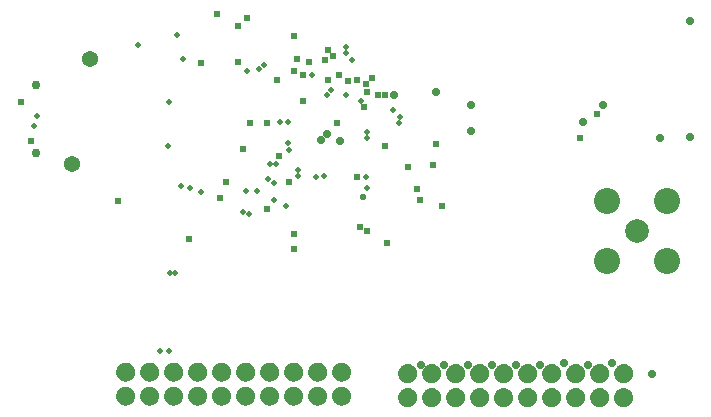
<source format=gbs>
G04*
G04 #@! TF.GenerationSoftware,Altium Limited,Altium Designer,22.11.1 (43)*
G04*
G04 Layer_Color=16711935*
%FSLAX44Y44*%
%MOMM*%
G71*
G04*
G04 #@! TF.SameCoordinates,E8DFFA77-AAD4-42D3-BC67-82D9B879F82B*
G04*
G04*
G04 #@! TF.FilePolarity,Negative*
G04*
G01*
G75*
%ADD78C,2.0066*%
%ADD79C,2.2098*%
%ADD80C,0.7516*%
%ADD81C,0.7366*%
%ADD82C,0.6096*%
%ADD83C,0.5080*%
%ADD84C,1.3716*%
%ADD85C,0.5588*%
G36*
X834867Y782865D02*
X834881Y782863D01*
X834894Y782863D01*
X835288Y782832D01*
X835302Y782830D01*
X835315Y782829D01*
X835707Y782778D01*
X835720Y782775D01*
X835733Y782774D01*
X836122Y782701D01*
X836135Y782698D01*
X836148Y782696D01*
X836532Y782604D01*
X836545Y782599D01*
X836558Y782597D01*
X836937Y782485D01*
X836949Y782479D01*
X836963Y782476D01*
X837335Y782344D01*
X837347Y782339D01*
X837360Y782335D01*
X837725Y782184D01*
X837737Y782177D01*
X837750Y782173D01*
X838106Y782002D01*
X838118Y781995D01*
X838130Y781990D01*
X838478Y781802D01*
X838489Y781794D01*
X838501Y781788D01*
X838838Y781582D01*
X838848Y781574D01*
X838860Y781567D01*
X839186Y781343D01*
X839196Y781335D01*
X839208Y781328D01*
X839521Y781087D01*
X839531Y781078D01*
X839542Y781070D01*
X839842Y780814D01*
X839852Y780804D01*
X839862Y780796D01*
X840149Y780523D01*
X840158Y780513D01*
X840168Y780505D01*
X840440Y780218D01*
X840448Y780207D01*
X840458Y780198D01*
X840715Y779897D01*
X840722Y779886D01*
X840731Y779877D01*
X840972Y779563D01*
X840979Y779552D01*
X840988Y779542D01*
X841212Y779216D01*
X841218Y779204D01*
X841226Y779193D01*
X841433Y778856D01*
X841439Y778844D01*
X841446Y778833D01*
X841635Y778486D01*
X841640Y778474D01*
X841647Y778462D01*
X841817Y778105D01*
X841822Y778093D01*
X841828Y778081D01*
X841979Y777716D01*
X841983Y777703D01*
X841989Y777690D01*
X842121Y777318D01*
X842124Y777305D01*
X842129Y777293D01*
X842241Y776914D01*
X842244Y776900D01*
X842248Y776888D01*
X842340Y776503D01*
X842342Y776490D01*
X842346Y776477D01*
X842418Y776089D01*
X842419Y776075D01*
X842422Y776062D01*
X842474Y775670D01*
X842474Y775657D01*
X842477Y775644D01*
X842507Y775250D01*
X842507Y775237D01*
X842509Y775223D01*
X842519Y774828D01*
X842518Y774815D01*
X842519Y774801D01*
X842509Y774406D01*
X842507Y774393D01*
X842507Y774379D01*
X842477Y773985D01*
X842474Y773972D01*
X842474Y773959D01*
X842422Y773567D01*
X842419Y773554D01*
X842418Y773540D01*
X842346Y773152D01*
X842342Y773139D01*
X842340Y773126D01*
X842248Y772741D01*
X842244Y772729D01*
X842241Y772716D01*
X842129Y772337D01*
X842124Y772324D01*
X842121Y772311D01*
X841989Y771939D01*
X841983Y771926D01*
X841979Y771914D01*
X841828Y771548D01*
X841822Y771536D01*
X841817Y771524D01*
X841647Y771167D01*
X841640Y771156D01*
X841635Y771143D01*
X841446Y770796D01*
X841439Y770785D01*
X841433Y770773D01*
X841226Y770436D01*
X841218Y770425D01*
X841212Y770413D01*
X840988Y770088D01*
X840979Y770077D01*
X840972Y770066D01*
X840731Y769753D01*
X840722Y769743D01*
X840715Y769732D01*
X840458Y769431D01*
X840448Y769422D01*
X840440Y769411D01*
X840168Y769125D01*
X840158Y769116D01*
X840149Y769106D01*
X839862Y768833D01*
X839852Y768825D01*
X839842Y768816D01*
X839542Y768559D01*
X839531Y768551D01*
X839521Y768542D01*
X839208Y768301D01*
X839196Y768294D01*
X839186Y768286D01*
X838860Y768062D01*
X838848Y768055D01*
X838838Y768047D01*
X838501Y767841D01*
X838489Y767835D01*
X838478Y767828D01*
X838130Y767639D01*
X838118Y767634D01*
X838106Y767627D01*
X837750Y767457D01*
X837737Y767452D01*
X837725Y767446D01*
X837360Y767294D01*
X837347Y767290D01*
X837335Y767285D01*
X836963Y767153D01*
X836950Y767150D01*
X836937Y767144D01*
X836558Y767032D01*
X836545Y767030D01*
X836532Y767025D01*
X836148Y766933D01*
X836135Y766931D01*
X836122Y766928D01*
X835733Y766855D01*
X835720Y766854D01*
X835707Y766851D01*
X835315Y766800D01*
X835302Y766799D01*
X835288Y766797D01*
X834894Y766766D01*
X834881Y766766D01*
X834867Y766765D01*
X834472Y766754D01*
X834459Y766755D01*
X834445Y766754D01*
X834050Y766765D01*
X834037Y766766D01*
X834024Y766766D01*
X833630Y766797D01*
X833616Y766799D01*
X833603Y766800D01*
X833211Y766851D01*
X833198Y766854D01*
X833185Y766855D01*
X832796Y766928D01*
X832783Y766931D01*
X832770Y766933D01*
X832386Y767025D01*
X832373Y767030D01*
X832360Y767032D01*
X831981Y767144D01*
X831968Y767150D01*
X831955Y767153D01*
X831583Y767285D01*
X831571Y767290D01*
X831558Y767294D01*
X831193Y767446D01*
X831181Y767452D01*
X831168Y767457D01*
X830811Y767627D01*
X830800Y767634D01*
X830788Y767639D01*
X830440Y767828D01*
X830429Y767835D01*
X830417Y767841D01*
X830080Y768047D01*
X830069Y768055D01*
X830058Y768062D01*
X829732Y768286D01*
X829722Y768294D01*
X829710Y768301D01*
X829397Y768542D01*
X829387Y768551D01*
X829376Y768559D01*
X829076Y768816D01*
X829066Y768825D01*
X829055Y768833D01*
X828769Y769106D01*
X828760Y769116D01*
X828750Y769125D01*
X828478Y769411D01*
X828470Y769422D01*
X828460Y769431D01*
X828203Y769732D01*
X828196Y769743D01*
X828186Y769753D01*
X827946Y770066D01*
X827939Y770077D01*
X827930Y770088D01*
X827706Y770413D01*
X827700Y770425D01*
X827692Y770436D01*
X827485Y770773D01*
X827479Y770785D01*
X827472Y770796D01*
X827283Y771143D01*
X827278Y771156D01*
X827271Y771167D01*
X827101Y771524D01*
X827096Y771536D01*
X827090Y771548D01*
X826939Y771914D01*
X826935Y771926D01*
X826929Y771939D01*
X826797Y772311D01*
X826794Y772324D01*
X826789Y772337D01*
X826677Y772716D01*
X826674Y772729D01*
X826670Y772741D01*
X826578Y773126D01*
X826576Y773139D01*
X826572Y773152D01*
X826500Y773540D01*
X826499Y773554D01*
X826496Y773567D01*
X826444Y773959D01*
X826444Y773972D01*
X826441Y773985D01*
X826411Y774379D01*
X826411Y774393D01*
X826409Y774406D01*
X826399Y774801D01*
X826400Y774815D01*
X826399Y774828D01*
X826409Y775223D01*
X826411Y775237D01*
X826411Y775250D01*
X826441Y775644D01*
X826444Y775657D01*
X826444Y775670D01*
X826496Y776062D01*
X826499Y776075D01*
X826500Y776089D01*
X826572Y776477D01*
X826576Y776490D01*
X826578Y776503D01*
X826670Y776888D01*
X826674Y776900D01*
X826677Y776914D01*
X826789Y777292D01*
X826794Y777305D01*
X826797Y777318D01*
X826929Y777690D01*
X826935Y777703D01*
X826939Y777716D01*
X827090Y778081D01*
X827096Y778093D01*
X827101Y778105D01*
X827271Y778462D01*
X827278Y778473D01*
X827283Y778486D01*
X827472Y778833D01*
X827479Y778844D01*
X827485Y778856D01*
X827692Y779193D01*
X827700Y779204D01*
X827706Y779216D01*
X827930Y779542D01*
X827939Y779552D01*
X827946Y779563D01*
X828186Y779877D01*
X828196Y779886D01*
X828203Y779897D01*
X828460Y780198D01*
X828470Y780207D01*
X828478Y780218D01*
X828750Y780505D01*
X828760Y780513D01*
X828769Y780523D01*
X829055Y780796D01*
X829066Y780804D01*
X829076Y780814D01*
X829376Y781070D01*
X829387Y781078D01*
X829397Y781087D01*
X829710Y781328D01*
X829722Y781335D01*
X829732Y781343D01*
X830058Y781567D01*
X830069Y781574D01*
X830080Y781582D01*
X830417Y781788D01*
X830429Y781794D01*
X830440Y781802D01*
X830788Y781990D01*
X830800Y781995D01*
X830811Y782002D01*
X831168Y782173D01*
X831181Y782177D01*
X831193Y782184D01*
X831558Y782335D01*
X831571Y782339D01*
X831583Y782344D01*
X831955Y782476D01*
X831968Y782479D01*
X831981Y782485D01*
X832360Y782597D01*
X832373Y782599D01*
X832386Y782604D01*
X832770Y782696D01*
X832783Y782698D01*
X832796Y782701D01*
X833185Y782774D01*
X833198Y782775D01*
X833211Y782778D01*
X833603Y782829D01*
X833616Y782830D01*
X833630Y782832D01*
X834024Y782863D01*
X834037Y782863D01*
X834050Y782865D01*
X834445Y782875D01*
X834459Y782874D01*
X834472Y782875D01*
X834867Y782865D01*
D02*
G37*
G36*
X814618D02*
X814631Y782863D01*
X814644Y782863D01*
X815038Y782832D01*
X815052Y782830D01*
X815065Y782829D01*
X815457Y782778D01*
X815470Y782775D01*
X815483Y782774D01*
X815872Y782701D01*
X815885Y782698D01*
X815898Y782696D01*
X816282Y782604D01*
X816295Y782599D01*
X816308Y782597D01*
X816687Y782485D01*
X816700Y782479D01*
X816713Y782476D01*
X817085Y782344D01*
X817097Y782339D01*
X817110Y782335D01*
X817475Y782184D01*
X817487Y782177D01*
X817500Y782173D01*
X817857Y782002D01*
X817868Y781995D01*
X817880Y781990D01*
X818228Y781802D01*
X818239Y781794D01*
X818251Y781788D01*
X818588Y781582D01*
X818599Y781574D01*
X818610Y781567D01*
X818936Y781343D01*
X818946Y781335D01*
X818958Y781328D01*
X819271Y781087D01*
X819281Y781078D01*
X819292Y781070D01*
X819592Y780814D01*
X819602Y780804D01*
X819613Y780796D01*
X819899Y780523D01*
X819908Y780513D01*
X819918Y780505D01*
X820190Y780218D01*
X820198Y780207D01*
X820208Y780198D01*
X820465Y779897D01*
X820472Y779886D01*
X820481Y779877D01*
X820722Y779563D01*
X820729Y779552D01*
X820738Y779542D01*
X820962Y779216D01*
X820968Y779204D01*
X820976Y779193D01*
X821183Y778856D01*
X821189Y778844D01*
X821196Y778833D01*
X821385Y778486D01*
X821390Y778474D01*
X821397Y778462D01*
X821567Y778105D01*
X821572Y778093D01*
X821578Y778081D01*
X821729Y777716D01*
X821733Y777703D01*
X821739Y777690D01*
X821871Y777318D01*
X821874Y777305D01*
X821879Y777293D01*
X821991Y776914D01*
X821994Y776900D01*
X821998Y776888D01*
X822090Y776503D01*
X822092Y776490D01*
X822096Y776477D01*
X822168Y776089D01*
X822169Y776075D01*
X822172Y776062D01*
X822224Y775670D01*
X822224Y775657D01*
X822227Y775644D01*
X822258Y775250D01*
X822257Y775237D01*
X822259Y775223D01*
X822269Y774828D01*
X822268Y774815D01*
X822269Y774801D01*
X822259Y774406D01*
X822257Y774393D01*
X822258Y774379D01*
X822227Y773985D01*
X822224Y773972D01*
X822224Y773959D01*
X822172Y773567D01*
X822169Y773554D01*
X822168Y773540D01*
X822096Y773152D01*
X822092Y773139D01*
X822090Y773126D01*
X821998Y772741D01*
X821994Y772729D01*
X821991Y772716D01*
X821879Y772337D01*
X821874Y772324D01*
X821871Y772311D01*
X821739Y771939D01*
X821733Y771926D01*
X821729Y771914D01*
X821578Y771548D01*
X821572Y771536D01*
X821567Y771524D01*
X821397Y771167D01*
X821390Y771156D01*
X821385Y771143D01*
X821196Y770796D01*
X821189Y770785D01*
X821183Y770773D01*
X820976Y770436D01*
X820968Y770425D01*
X820962Y770413D01*
X820738Y770088D01*
X820729Y770077D01*
X820722Y770066D01*
X820481Y769753D01*
X820472Y769743D01*
X820465Y769732D01*
X820208Y769431D01*
X820198Y769422D01*
X820190Y769411D01*
X819918Y769125D01*
X819908Y769116D01*
X819899Y769106D01*
X819613Y768833D01*
X819602Y768825D01*
X819592Y768816D01*
X819292Y768559D01*
X819281Y768551D01*
X819271Y768542D01*
X818958Y768301D01*
X818946Y768294D01*
X818936Y768286D01*
X818610Y768062D01*
X818599Y768055D01*
X818588Y768047D01*
X818251Y767841D01*
X818239Y767835D01*
X818228Y767828D01*
X817880Y767639D01*
X817868Y767634D01*
X817857Y767627D01*
X817500Y767457D01*
X817487Y767452D01*
X817475Y767446D01*
X817110Y767294D01*
X817097Y767290D01*
X817085Y767285D01*
X816713Y767153D01*
X816700Y767150D01*
X816687Y767144D01*
X816308Y767032D01*
X816295Y767030D01*
X816282Y767025D01*
X815898Y766933D01*
X815885Y766931D01*
X815872Y766928D01*
X815483Y766855D01*
X815470Y766854D01*
X815457Y766851D01*
X815065Y766800D01*
X815052Y766799D01*
X815038Y766797D01*
X814644Y766766D01*
X814631Y766766D01*
X814618Y766765D01*
X814222Y766754D01*
X814209Y766755D01*
X814195Y766754D01*
X813801Y766765D01*
X813787Y766766D01*
X813774Y766766D01*
X813380Y766797D01*
X813366Y766799D01*
X813353Y766800D01*
X812962Y766851D01*
X812948Y766854D01*
X812935Y766855D01*
X812546Y766928D01*
X812533Y766931D01*
X812520Y766933D01*
X812136Y767025D01*
X812123Y767030D01*
X812110Y767032D01*
X811731Y767144D01*
X811719Y767150D01*
X811705Y767153D01*
X811333Y767285D01*
X811321Y767290D01*
X811308Y767294D01*
X810943Y767446D01*
X810931Y767452D01*
X810918Y767457D01*
X810562Y767627D01*
X810550Y767634D01*
X810538Y767639D01*
X810190Y767828D01*
X810179Y767835D01*
X810167Y767841D01*
X809830Y768047D01*
X809819Y768055D01*
X809808Y768062D01*
X809482Y768286D01*
X809472Y768294D01*
X809461Y768301D01*
X809147Y768542D01*
X809137Y768551D01*
X809126Y768559D01*
X808826Y768816D01*
X808816Y768825D01*
X808806Y768833D01*
X808519Y769106D01*
X808510Y769116D01*
X808500Y769125D01*
X808228Y769411D01*
X808220Y769422D01*
X808210Y769431D01*
X807953Y769732D01*
X807946Y769743D01*
X807937Y769753D01*
X807696Y770066D01*
X807689Y770077D01*
X807680Y770088D01*
X807456Y770413D01*
X807450Y770425D01*
X807442Y770436D01*
X807235Y770773D01*
X807229Y770785D01*
X807222Y770796D01*
X807033Y771143D01*
X807028Y771156D01*
X807021Y771167D01*
X806851Y771524D01*
X806847Y771536D01*
X806840Y771548D01*
X806689Y771914D01*
X806685Y771926D01*
X806679Y771939D01*
X806547Y772311D01*
X806544Y772324D01*
X806539Y772337D01*
X806427Y772716D01*
X806424Y772729D01*
X806420Y772741D01*
X806328Y773126D01*
X806326Y773139D01*
X806322Y773152D01*
X806250Y773540D01*
X806249Y773554D01*
X806246Y773567D01*
X806194Y773959D01*
X806194Y773972D01*
X806192Y773985D01*
X806161Y774379D01*
X806161Y774393D01*
X806159Y774406D01*
X806149Y774801D01*
X806150Y774815D01*
X806149Y774828D01*
X806159Y775223D01*
X806161Y775237D01*
X806161Y775250D01*
X806192Y775644D01*
X806194Y775657D01*
X806194Y775670D01*
X806246Y776062D01*
X806249Y776075D01*
X806250Y776089D01*
X806322Y776477D01*
X806326Y776490D01*
X806328Y776503D01*
X806420Y776888D01*
X806424Y776900D01*
X806427Y776914D01*
X806539Y777292D01*
X806544Y777305D01*
X806547Y777318D01*
X806679Y777690D01*
X806685Y777703D01*
X806689Y777716D01*
X806840Y778081D01*
X806847Y778093D01*
X806851Y778105D01*
X807021Y778462D01*
X807028Y778473D01*
X807033Y778486D01*
X807222Y778833D01*
X807229Y778844D01*
X807235Y778856D01*
X807442Y779193D01*
X807450Y779204D01*
X807456Y779216D01*
X807680Y779542D01*
X807689Y779552D01*
X807696Y779563D01*
X807937Y779877D01*
X807946Y779886D01*
X807953Y779897D01*
X808210Y780198D01*
X808220Y780207D01*
X808228Y780218D01*
X808500Y780505D01*
X808510Y780513D01*
X808519Y780523D01*
X808806Y780796D01*
X808816Y780804D01*
X808826Y780814D01*
X809126Y781070D01*
X809137Y781078D01*
X809147Y781087D01*
X809461Y781328D01*
X809472Y781335D01*
X809482Y781343D01*
X809808Y781567D01*
X809819Y781574D01*
X809830Y781582D01*
X810167Y781788D01*
X810179Y781794D01*
X810190Y781802D01*
X810538Y781990D01*
X810550Y781995D01*
X810562Y782002D01*
X810918Y782173D01*
X810931Y782177D01*
X810943Y782184D01*
X811308Y782335D01*
X811321Y782339D01*
X811333Y782344D01*
X811705Y782476D01*
X811718Y782479D01*
X811731Y782485D01*
X812110Y782597D01*
X812123Y782599D01*
X812136Y782604D01*
X812520Y782696D01*
X812533Y782698D01*
X812546Y782701D01*
X812935Y782774D01*
X812948Y782775D01*
X812962Y782778D01*
X813353Y782829D01*
X813366Y782830D01*
X813380Y782832D01*
X813774Y782863D01*
X813787Y782863D01*
X813801Y782865D01*
X814195Y782875D01*
X814209Y782874D01*
X814222Y782875D01*
X814618Y782865D01*
D02*
G37*
G36*
X794298D02*
X794311Y782863D01*
X794324Y782863D01*
X794718Y782832D01*
X794732Y782830D01*
X794745Y782829D01*
X795137Y782778D01*
X795150Y782775D01*
X795163Y782774D01*
X795552Y782701D01*
X795565Y782698D01*
X795578Y782696D01*
X795962Y782604D01*
X795975Y782599D01*
X795988Y782597D01*
X796367Y782485D01*
X796380Y782479D01*
X796393Y782476D01*
X796765Y782344D01*
X796777Y782339D01*
X796790Y782335D01*
X797155Y782184D01*
X797167Y782177D01*
X797180Y782173D01*
X797536Y782002D01*
X797548Y781995D01*
X797560Y781990D01*
X797908Y781802D01*
X797919Y781794D01*
X797931Y781788D01*
X798268Y781582D01*
X798279Y781574D01*
X798290Y781567D01*
X798616Y781343D01*
X798626Y781335D01*
X798638Y781328D01*
X798951Y781087D01*
X798961Y781078D01*
X798972Y781070D01*
X799272Y780814D01*
X799282Y780804D01*
X799293Y780796D01*
X799579Y780523D01*
X799588Y780513D01*
X799598Y780505D01*
X799870Y780218D01*
X799878Y780207D01*
X799888Y780198D01*
X800145Y779897D01*
X800152Y779886D01*
X800162Y779877D01*
X800402Y779563D01*
X800409Y779552D01*
X800418Y779542D01*
X800642Y779216D01*
X800648Y779204D01*
X800656Y779193D01*
X800863Y778856D01*
X800869Y778844D01*
X800876Y778833D01*
X801065Y778486D01*
X801070Y778474D01*
X801077Y778462D01*
X801247Y778105D01*
X801252Y778093D01*
X801258Y778081D01*
X801409Y777716D01*
X801413Y777703D01*
X801419Y777690D01*
X801551Y777318D01*
X801554Y777305D01*
X801559Y777293D01*
X801671Y776914D01*
X801674Y776900D01*
X801678Y776888D01*
X801770Y776503D01*
X801772Y776490D01*
X801776Y776477D01*
X801848Y776089D01*
X801849Y776075D01*
X801852Y776062D01*
X801904Y775670D01*
X801904Y775657D01*
X801907Y775644D01*
X801938Y775250D01*
X801937Y775237D01*
X801939Y775223D01*
X801949Y774828D01*
X801948Y774815D01*
X801949Y774801D01*
X801939Y774406D01*
X801937Y774393D01*
X801938Y774379D01*
X801907Y773985D01*
X801904Y773972D01*
X801904Y773959D01*
X801852Y773567D01*
X801849Y773554D01*
X801848Y773540D01*
X801776Y773152D01*
X801772Y773139D01*
X801770Y773126D01*
X801678Y772741D01*
X801674Y772729D01*
X801671Y772716D01*
X801559Y772337D01*
X801554Y772324D01*
X801551Y772311D01*
X801419Y771939D01*
X801413Y771926D01*
X801409Y771914D01*
X801258Y771548D01*
X801252Y771536D01*
X801247Y771524D01*
X801077Y771167D01*
X801070Y771156D01*
X801065Y771143D01*
X800876Y770796D01*
X800869Y770785D01*
X800863Y770773D01*
X800656Y770436D01*
X800648Y770425D01*
X800642Y770413D01*
X800418Y770088D01*
X800409Y770077D01*
X800402Y770066D01*
X800162Y769753D01*
X800152Y769743D01*
X800145Y769732D01*
X799888Y769431D01*
X799878Y769422D01*
X799870Y769411D01*
X799598Y769125D01*
X799588Y769116D01*
X799579Y769106D01*
X799293Y768833D01*
X799282Y768825D01*
X799272Y768816D01*
X798972Y768559D01*
X798961Y768551D01*
X798951Y768542D01*
X798638Y768301D01*
X798626Y768294D01*
X798616Y768286D01*
X798290Y768062D01*
X798279Y768055D01*
X798268Y768047D01*
X797931Y767841D01*
X797919Y767835D01*
X797908Y767828D01*
X797560Y767639D01*
X797548Y767634D01*
X797536Y767627D01*
X797180Y767457D01*
X797167Y767452D01*
X797155Y767446D01*
X796790Y767294D01*
X796777Y767290D01*
X796765Y767285D01*
X796393Y767153D01*
X796380Y767150D01*
X796367Y767144D01*
X795988Y767032D01*
X795975Y767030D01*
X795962Y767025D01*
X795578Y766933D01*
X795565Y766931D01*
X795552Y766928D01*
X795163Y766855D01*
X795150Y766854D01*
X795137Y766851D01*
X794745Y766800D01*
X794732Y766799D01*
X794718Y766797D01*
X794324Y766766D01*
X794311Y766766D01*
X794298Y766765D01*
X793902Y766754D01*
X793889Y766755D01*
X793876Y766754D01*
X793481Y766765D01*
X793467Y766766D01*
X793454Y766766D01*
X793060Y766797D01*
X793046Y766799D01*
X793033Y766800D01*
X792642Y766851D01*
X792628Y766854D01*
X792615Y766855D01*
X792226Y766928D01*
X792213Y766931D01*
X792200Y766933D01*
X791816Y767025D01*
X791803Y767030D01*
X791790Y767032D01*
X791411Y767144D01*
X791398Y767150D01*
X791385Y767153D01*
X791013Y767285D01*
X791001Y767290D01*
X790988Y767294D01*
X790623Y767446D01*
X790611Y767452D01*
X790598Y767457D01*
X790242Y767627D01*
X790230Y767634D01*
X790218Y767639D01*
X789870Y767828D01*
X789859Y767835D01*
X789847Y767841D01*
X789510Y768047D01*
X789500Y768055D01*
X789488Y768062D01*
X789162Y768286D01*
X789152Y768294D01*
X789140Y768301D01*
X788827Y768542D01*
X788817Y768551D01*
X788806Y768559D01*
X788506Y768816D01*
X788496Y768825D01*
X788486Y768833D01*
X788199Y769106D01*
X788190Y769116D01*
X788180Y769125D01*
X787908Y769411D01*
X787900Y769422D01*
X787890Y769431D01*
X787633Y769732D01*
X787626Y769743D01*
X787617Y769753D01*
X787376Y770066D01*
X787369Y770077D01*
X787360Y770088D01*
X787136Y770413D01*
X787130Y770425D01*
X787122Y770436D01*
X786915Y770773D01*
X786909Y770785D01*
X786902Y770796D01*
X786713Y771143D01*
X786708Y771156D01*
X786701Y771167D01*
X786531Y771524D01*
X786527Y771536D01*
X786520Y771548D01*
X786369Y771914D01*
X786365Y771926D01*
X786359Y771939D01*
X786227Y772311D01*
X786224Y772324D01*
X786219Y772337D01*
X786107Y772716D01*
X786104Y772729D01*
X786100Y772741D01*
X786008Y773126D01*
X786006Y773139D01*
X786002Y773152D01*
X785930Y773540D01*
X785929Y773554D01*
X785926Y773567D01*
X785874Y773959D01*
X785874Y773972D01*
X785872Y773985D01*
X785841Y774379D01*
X785841Y774393D01*
X785839Y774406D01*
X785829Y774801D01*
X785830Y774815D01*
X785829Y774828D01*
X785839Y775223D01*
X785841Y775237D01*
X785841Y775250D01*
X785872Y775644D01*
X785874Y775657D01*
X785874Y775670D01*
X785926Y776062D01*
X785929Y776075D01*
X785930Y776089D01*
X786002Y776477D01*
X786006Y776490D01*
X786008Y776503D01*
X786100Y776888D01*
X786104Y776900D01*
X786107Y776914D01*
X786219Y777292D01*
X786224Y777305D01*
X786227Y777318D01*
X786359Y777690D01*
X786365Y777703D01*
X786369Y777716D01*
X786520Y778081D01*
X786527Y778093D01*
X786531Y778105D01*
X786701Y778462D01*
X786708Y778473D01*
X786713Y778486D01*
X786902Y778833D01*
X786909Y778844D01*
X786915Y778856D01*
X787122Y779193D01*
X787130Y779204D01*
X787136Y779216D01*
X787360Y779542D01*
X787369Y779552D01*
X787376Y779563D01*
X787617Y779877D01*
X787626Y779886D01*
X787633Y779897D01*
X787890Y780198D01*
X787900Y780207D01*
X787908Y780218D01*
X788180Y780505D01*
X788190Y780513D01*
X788199Y780523D01*
X788486Y780796D01*
X788496Y780804D01*
X788506Y780814D01*
X788806Y781070D01*
X788817Y781078D01*
X788827Y781087D01*
X789140Y781328D01*
X789152Y781335D01*
X789162Y781343D01*
X789488Y781567D01*
X789500Y781574D01*
X789510Y781582D01*
X789847Y781788D01*
X789859Y781794D01*
X789870Y781802D01*
X790218Y781990D01*
X790230Y781995D01*
X790242Y782002D01*
X790598Y782173D01*
X790611Y782177D01*
X790623Y782184D01*
X790988Y782335D01*
X791001Y782339D01*
X791013Y782344D01*
X791385Y782476D01*
X791398Y782479D01*
X791411Y782485D01*
X791790Y782597D01*
X791803Y782599D01*
X791816Y782604D01*
X792200Y782696D01*
X792213Y782698D01*
X792226Y782701D01*
X792615Y782774D01*
X792628Y782775D01*
X792642Y782778D01*
X793033Y782829D01*
X793046Y782830D01*
X793060Y782832D01*
X793454Y782863D01*
X793467Y782863D01*
X793481Y782865D01*
X793876Y782875D01*
X793889Y782874D01*
X793902Y782875D01*
X794298Y782865D01*
D02*
G37*
G36*
X773978D02*
X773991Y782863D01*
X774004Y782863D01*
X774398Y782832D01*
X774412Y782830D01*
X774425Y782829D01*
X774817Y782778D01*
X774830Y782775D01*
X774843Y782774D01*
X775232Y782701D01*
X775245Y782698D01*
X775258Y782696D01*
X775642Y782604D01*
X775655Y782599D01*
X775668Y782597D01*
X776047Y782485D01*
X776060Y782479D01*
X776073Y782476D01*
X776445Y782344D01*
X776457Y782339D01*
X776470Y782335D01*
X776835Y782184D01*
X776847Y782177D01*
X776860Y782173D01*
X777216Y782002D01*
X777228Y781995D01*
X777240Y781990D01*
X777588Y781802D01*
X777599Y781794D01*
X777611Y781788D01*
X777948Y781582D01*
X777959Y781574D01*
X777970Y781567D01*
X778296Y781343D01*
X778306Y781335D01*
X778318Y781328D01*
X778631Y781087D01*
X778641Y781078D01*
X778652Y781070D01*
X778952Y780814D01*
X778962Y780804D01*
X778972Y780796D01*
X779259Y780523D01*
X779268Y780513D01*
X779278Y780505D01*
X779550Y780218D01*
X779558Y780207D01*
X779568Y780198D01*
X779825Y779897D01*
X779832Y779886D01*
X779842Y779877D01*
X780082Y779563D01*
X780089Y779552D01*
X780098Y779542D01*
X780322Y779216D01*
X780328Y779204D01*
X780336Y779193D01*
X780543Y778856D01*
X780549Y778844D01*
X780556Y778833D01*
X780745Y778486D01*
X780750Y778474D01*
X780757Y778462D01*
X780927Y778105D01*
X780932Y778093D01*
X780938Y778081D01*
X781089Y777716D01*
X781093Y777703D01*
X781099Y777690D01*
X781231Y777318D01*
X781234Y777305D01*
X781239Y777293D01*
X781351Y776914D01*
X781354Y776900D01*
X781358Y776888D01*
X781450Y776503D01*
X781452Y776490D01*
X781456Y776477D01*
X781528Y776089D01*
X781529Y776075D01*
X781532Y776062D01*
X781584Y775670D01*
X781584Y775657D01*
X781587Y775644D01*
X781618Y775250D01*
X781617Y775237D01*
X781619Y775223D01*
X781629Y774828D01*
X781628Y774815D01*
X781629Y774801D01*
X781619Y774406D01*
X781617Y774393D01*
X781618Y774379D01*
X781587Y773985D01*
X781584Y773972D01*
X781584Y773959D01*
X781532Y773567D01*
X781529Y773554D01*
X781528Y773540D01*
X781456Y773152D01*
X781452Y773139D01*
X781450Y773126D01*
X781358Y772741D01*
X781354Y772729D01*
X781351Y772716D01*
X781239Y772337D01*
X781234Y772324D01*
X781231Y772311D01*
X781099Y771939D01*
X781093Y771926D01*
X781089Y771914D01*
X780938Y771548D01*
X780932Y771536D01*
X780927Y771524D01*
X780757Y771167D01*
X780750Y771156D01*
X780745Y771143D01*
X780556Y770796D01*
X780549Y770785D01*
X780543Y770773D01*
X780336Y770436D01*
X780328Y770425D01*
X780322Y770413D01*
X780098Y770088D01*
X780089Y770077D01*
X780082Y770066D01*
X779842Y769753D01*
X779832Y769743D01*
X779825Y769732D01*
X779568Y769431D01*
X779558Y769422D01*
X779550Y769411D01*
X779278Y769125D01*
X779268Y769116D01*
X779259Y769106D01*
X778972Y768833D01*
X778962Y768825D01*
X778952Y768816D01*
X778652Y768559D01*
X778641Y768551D01*
X778631Y768542D01*
X778318Y768301D01*
X778306Y768294D01*
X778296Y768286D01*
X777970Y768062D01*
X777959Y768055D01*
X777948Y768047D01*
X777611Y767841D01*
X777599Y767835D01*
X777588Y767828D01*
X777240Y767639D01*
X777228Y767634D01*
X777216Y767627D01*
X776860Y767457D01*
X776847Y767452D01*
X776835Y767446D01*
X776470Y767294D01*
X776457Y767290D01*
X776445Y767285D01*
X776073Y767153D01*
X776060Y767150D01*
X776047Y767144D01*
X775668Y767032D01*
X775655Y767030D01*
X775642Y767025D01*
X775258Y766933D01*
X775245Y766931D01*
X775232Y766928D01*
X774843Y766855D01*
X774830Y766854D01*
X774817Y766851D01*
X774425Y766800D01*
X774412Y766799D01*
X774398Y766797D01*
X774004Y766766D01*
X773991Y766766D01*
X773978Y766765D01*
X773582Y766754D01*
X773569Y766755D01*
X773556Y766754D01*
X773160Y766765D01*
X773147Y766766D01*
X773134Y766766D01*
X772740Y766797D01*
X772727Y766799D01*
X772713Y766800D01*
X772321Y766851D01*
X772308Y766854D01*
X772295Y766855D01*
X771906Y766928D01*
X771893Y766931D01*
X771880Y766933D01*
X771496Y767025D01*
X771483Y767030D01*
X771470Y767032D01*
X771091Y767144D01*
X771078Y767150D01*
X771065Y767153D01*
X770693Y767285D01*
X770681Y767290D01*
X770668Y767294D01*
X770303Y767446D01*
X770291Y767452D01*
X770278Y767457D01*
X769922Y767627D01*
X769910Y767634D01*
X769898Y767639D01*
X769550Y767828D01*
X769539Y767835D01*
X769527Y767841D01*
X769190Y768047D01*
X769180Y768055D01*
X769168Y768062D01*
X768842Y768286D01*
X768832Y768294D01*
X768820Y768301D01*
X768507Y768542D01*
X768497Y768551D01*
X768486Y768559D01*
X768186Y768816D01*
X768176Y768825D01*
X768166Y768833D01*
X767879Y769106D01*
X767870Y769116D01*
X767860Y769125D01*
X767588Y769411D01*
X767580Y769422D01*
X767570Y769431D01*
X767313Y769732D01*
X767306Y769743D01*
X767297Y769753D01*
X767056Y770066D01*
X767049Y770077D01*
X767040Y770088D01*
X766816Y770413D01*
X766810Y770425D01*
X766802Y770436D01*
X766595Y770773D01*
X766589Y770785D01*
X766582Y770796D01*
X766393Y771143D01*
X766388Y771156D01*
X766381Y771167D01*
X766211Y771524D01*
X766207Y771536D01*
X766200Y771548D01*
X766049Y771914D01*
X766045Y771926D01*
X766039Y771939D01*
X765907Y772311D01*
X765904Y772324D01*
X765899Y772337D01*
X765787Y772716D01*
X765784Y772729D01*
X765780Y772741D01*
X765688Y773126D01*
X765686Y773139D01*
X765682Y773152D01*
X765610Y773540D01*
X765609Y773554D01*
X765606Y773567D01*
X765554Y773959D01*
X765554Y773972D01*
X765552Y773985D01*
X765521Y774379D01*
X765521Y774393D01*
X765519Y774406D01*
X765509Y774801D01*
X765510Y774815D01*
X765509Y774828D01*
X765519Y775223D01*
X765521Y775237D01*
X765521Y775250D01*
X765552Y775644D01*
X765554Y775657D01*
X765554Y775670D01*
X765606Y776062D01*
X765609Y776075D01*
X765610Y776089D01*
X765682Y776477D01*
X765686Y776490D01*
X765688Y776503D01*
X765780Y776888D01*
X765784Y776900D01*
X765787Y776914D01*
X765899Y777292D01*
X765904Y777305D01*
X765907Y777318D01*
X766039Y777690D01*
X766045Y777703D01*
X766049Y777716D01*
X766200Y778081D01*
X766207Y778093D01*
X766211Y778105D01*
X766381Y778462D01*
X766388Y778473D01*
X766393Y778486D01*
X766582Y778833D01*
X766589Y778844D01*
X766595Y778856D01*
X766802Y779193D01*
X766810Y779204D01*
X766816Y779216D01*
X767040Y779542D01*
X767049Y779552D01*
X767056Y779563D01*
X767297Y779877D01*
X767306Y779886D01*
X767313Y779897D01*
X767570Y780198D01*
X767580Y780207D01*
X767588Y780218D01*
X767860Y780505D01*
X767870Y780513D01*
X767879Y780523D01*
X768166Y780796D01*
X768176Y780804D01*
X768186Y780814D01*
X768486Y781070D01*
X768497Y781078D01*
X768507Y781087D01*
X768820Y781328D01*
X768832Y781335D01*
X768842Y781343D01*
X769168Y781567D01*
X769180Y781574D01*
X769190Y781582D01*
X769527Y781788D01*
X769539Y781794D01*
X769550Y781802D01*
X769898Y781990D01*
X769910Y781995D01*
X769922Y782002D01*
X770278Y782173D01*
X770291Y782177D01*
X770303Y782184D01*
X770668Y782335D01*
X770681Y782339D01*
X770693Y782344D01*
X771065Y782476D01*
X771078Y782479D01*
X771091Y782485D01*
X771470Y782597D01*
X771483Y782599D01*
X771496Y782604D01*
X771880Y782696D01*
X771893Y782698D01*
X771906Y782701D01*
X772295Y782774D01*
X772308Y782775D01*
X772321Y782778D01*
X772713Y782829D01*
X772727Y782830D01*
X772740Y782832D01*
X773134Y782863D01*
X773147Y782863D01*
X773160Y782865D01*
X773556Y782875D01*
X773569Y782874D01*
X773582Y782875D01*
X773978Y782865D01*
D02*
G37*
G36*
X753658D02*
X753671Y782863D01*
X753684Y782863D01*
X754078Y782832D01*
X754092Y782830D01*
X754105Y782829D01*
X754497Y782778D01*
X754510Y782775D01*
X754523Y782774D01*
X754912Y782701D01*
X754925Y782698D01*
X754938Y782696D01*
X755322Y782604D01*
X755335Y782599D01*
X755348Y782597D01*
X755727Y782485D01*
X755740Y782479D01*
X755753Y782476D01*
X756125Y782344D01*
X756137Y782339D01*
X756150Y782335D01*
X756515Y782184D01*
X756527Y782177D01*
X756540Y782173D01*
X756897Y782002D01*
X756908Y781995D01*
X756920Y781990D01*
X757268Y781802D01*
X757279Y781794D01*
X757291Y781788D01*
X757628Y781582D01*
X757639Y781574D01*
X757650Y781567D01*
X757976Y781343D01*
X757986Y781335D01*
X757998Y781328D01*
X758311Y781087D01*
X758321Y781078D01*
X758332Y781070D01*
X758632Y780814D01*
X758642Y780804D01*
X758652Y780796D01*
X758939Y780523D01*
X758948Y780513D01*
X758958Y780505D01*
X759230Y780218D01*
X759238Y780207D01*
X759248Y780198D01*
X759505Y779897D01*
X759512Y779886D01*
X759521Y779877D01*
X759762Y779563D01*
X759769Y779552D01*
X759778Y779542D01*
X760002Y779216D01*
X760008Y779204D01*
X760016Y779193D01*
X760223Y778856D01*
X760229Y778844D01*
X760236Y778833D01*
X760425Y778486D01*
X760430Y778474D01*
X760437Y778462D01*
X760607Y778105D01*
X760612Y778093D01*
X760618Y778081D01*
X760769Y777716D01*
X760773Y777703D01*
X760779Y777690D01*
X760911Y777318D01*
X760914Y777305D01*
X760919Y777293D01*
X761031Y776914D01*
X761034Y776900D01*
X761038Y776888D01*
X761130Y776503D01*
X761132Y776490D01*
X761136Y776477D01*
X761208Y776089D01*
X761209Y776075D01*
X761212Y776062D01*
X761264Y775670D01*
X761264Y775657D01*
X761267Y775644D01*
X761298Y775250D01*
X761297Y775237D01*
X761299Y775223D01*
X761309Y774828D01*
X761308Y774815D01*
X761309Y774801D01*
X761299Y774406D01*
X761297Y774393D01*
X761298Y774379D01*
X761267Y773985D01*
X761264Y773972D01*
X761264Y773959D01*
X761212Y773567D01*
X761209Y773554D01*
X761208Y773540D01*
X761136Y773152D01*
X761132Y773139D01*
X761130Y773126D01*
X761038Y772741D01*
X761034Y772729D01*
X761031Y772716D01*
X760919Y772337D01*
X760914Y772324D01*
X760911Y772311D01*
X760779Y771939D01*
X760773Y771926D01*
X760769Y771914D01*
X760618Y771548D01*
X760612Y771536D01*
X760607Y771524D01*
X760437Y771167D01*
X760430Y771156D01*
X760425Y771143D01*
X760236Y770796D01*
X760229Y770785D01*
X760223Y770773D01*
X760016Y770436D01*
X760008Y770425D01*
X760002Y770413D01*
X759778Y770088D01*
X759769Y770077D01*
X759762Y770066D01*
X759521Y769753D01*
X759512Y769743D01*
X759505Y769732D01*
X759248Y769431D01*
X759238Y769422D01*
X759230Y769411D01*
X758958Y769125D01*
X758948Y769116D01*
X758939Y769106D01*
X758652Y768833D01*
X758642Y768825D01*
X758632Y768816D01*
X758332Y768559D01*
X758321Y768551D01*
X758311Y768542D01*
X757998Y768301D01*
X757986Y768294D01*
X757976Y768286D01*
X757650Y768062D01*
X757639Y768055D01*
X757628Y768047D01*
X757291Y767841D01*
X757279Y767835D01*
X757268Y767828D01*
X756920Y767639D01*
X756908Y767634D01*
X756897Y767627D01*
X756540Y767457D01*
X756527Y767452D01*
X756515Y767446D01*
X756150Y767294D01*
X756137Y767290D01*
X756125Y767285D01*
X755753Y767153D01*
X755740Y767150D01*
X755727Y767144D01*
X755348Y767032D01*
X755335Y767030D01*
X755322Y767025D01*
X754938Y766933D01*
X754925Y766931D01*
X754912Y766928D01*
X754523Y766855D01*
X754510Y766854D01*
X754497Y766851D01*
X754105Y766800D01*
X754092Y766799D01*
X754078Y766797D01*
X753684Y766766D01*
X753671Y766766D01*
X753658Y766765D01*
X753262Y766754D01*
X753249Y766755D01*
X753235Y766754D01*
X752840Y766765D01*
X752827Y766766D01*
X752814Y766766D01*
X752420Y766797D01*
X752406Y766799D01*
X752393Y766800D01*
X752001Y766851D01*
X751988Y766854D01*
X751975Y766855D01*
X751586Y766928D01*
X751573Y766931D01*
X751560Y766933D01*
X751176Y767025D01*
X751163Y767030D01*
X751150Y767032D01*
X750771Y767144D01*
X750759Y767150D01*
X750745Y767153D01*
X750373Y767285D01*
X750361Y767290D01*
X750348Y767294D01*
X749983Y767446D01*
X749971Y767452D01*
X749958Y767457D01*
X749602Y767627D01*
X749590Y767634D01*
X749578Y767639D01*
X749230Y767828D01*
X749219Y767835D01*
X749207Y767841D01*
X748870Y768047D01*
X748859Y768055D01*
X748848Y768062D01*
X748522Y768286D01*
X748512Y768294D01*
X748501Y768301D01*
X748187Y768542D01*
X748177Y768551D01*
X748166Y768559D01*
X747866Y768816D01*
X747856Y768825D01*
X747846Y768833D01*
X747559Y769106D01*
X747550Y769116D01*
X747540Y769125D01*
X747268Y769411D01*
X747260Y769422D01*
X747250Y769431D01*
X746993Y769732D01*
X746986Y769743D01*
X746977Y769753D01*
X746736Y770066D01*
X746729Y770077D01*
X746720Y770088D01*
X746496Y770413D01*
X746490Y770425D01*
X746482Y770436D01*
X746275Y770773D01*
X746269Y770785D01*
X746262Y770796D01*
X746073Y771143D01*
X746068Y771156D01*
X746061Y771167D01*
X745891Y771524D01*
X745887Y771536D01*
X745880Y771548D01*
X745729Y771914D01*
X745725Y771926D01*
X745719Y771939D01*
X745587Y772311D01*
X745584Y772324D01*
X745579Y772337D01*
X745467Y772716D01*
X745464Y772729D01*
X745460Y772741D01*
X745368Y773126D01*
X745366Y773139D01*
X745362Y773152D01*
X745290Y773540D01*
X745289Y773554D01*
X745286Y773567D01*
X745234Y773959D01*
X745234Y773972D01*
X745232Y773985D01*
X745201Y774379D01*
X745201Y774393D01*
X745199Y774406D01*
X745189Y774801D01*
X745190Y774815D01*
X745189Y774828D01*
X745199Y775223D01*
X745201Y775237D01*
X745201Y775250D01*
X745232Y775644D01*
X745234Y775657D01*
X745234Y775670D01*
X745286Y776062D01*
X745289Y776075D01*
X745290Y776089D01*
X745362Y776477D01*
X745366Y776490D01*
X745368Y776503D01*
X745460Y776888D01*
X745464Y776900D01*
X745467Y776914D01*
X745579Y777292D01*
X745584Y777305D01*
X745587Y777318D01*
X745719Y777690D01*
X745725Y777703D01*
X745729Y777716D01*
X745880Y778081D01*
X745887Y778093D01*
X745891Y778105D01*
X746061Y778462D01*
X746068Y778473D01*
X746073Y778486D01*
X746262Y778833D01*
X746269Y778844D01*
X746275Y778856D01*
X746482Y779193D01*
X746490Y779204D01*
X746496Y779216D01*
X746720Y779542D01*
X746729Y779552D01*
X746736Y779563D01*
X746977Y779877D01*
X746986Y779886D01*
X746993Y779897D01*
X747250Y780198D01*
X747260Y780207D01*
X747268Y780218D01*
X747540Y780505D01*
X747550Y780513D01*
X747559Y780523D01*
X747846Y780796D01*
X747856Y780804D01*
X747866Y780814D01*
X748166Y781070D01*
X748177Y781078D01*
X748187Y781087D01*
X748501Y781328D01*
X748512Y781335D01*
X748522Y781343D01*
X748848Y781567D01*
X748859Y781574D01*
X748870Y781582D01*
X749207Y781788D01*
X749219Y781794D01*
X749230Y781802D01*
X749578Y781990D01*
X749590Y781995D01*
X749602Y782002D01*
X749958Y782173D01*
X749971Y782177D01*
X749983Y782184D01*
X750348Y782335D01*
X750361Y782339D01*
X750373Y782344D01*
X750745Y782476D01*
X750758Y782479D01*
X750771Y782485D01*
X751150Y782597D01*
X751163Y782599D01*
X751176Y782604D01*
X751560Y782696D01*
X751573Y782698D01*
X751586Y782701D01*
X751975Y782774D01*
X751988Y782775D01*
X752001Y782778D01*
X752393Y782829D01*
X752406Y782830D01*
X752420Y782832D01*
X752814Y782863D01*
X752827Y782863D01*
X752840Y782865D01*
X753235Y782875D01*
X753249Y782874D01*
X753262Y782875D01*
X753658Y782865D01*
D02*
G37*
G36*
X834797Y762545D02*
X834811Y762543D01*
X834824Y762543D01*
X835218Y762512D01*
X835231Y762510D01*
X835245Y762509D01*
X835637Y762458D01*
X835649Y762455D01*
X835663Y762454D01*
X836052Y762382D01*
X836065Y762378D01*
X836078Y762376D01*
X836462Y762284D01*
X836475Y762279D01*
X836488Y762277D01*
X836867Y762165D01*
X836879Y762160D01*
X836892Y762156D01*
X837265Y762024D01*
X837277Y762019D01*
X837290Y762015D01*
X837655Y761864D01*
X837667Y761857D01*
X837680Y761853D01*
X838036Y761682D01*
X838048Y761675D01*
X838060Y761670D01*
X838408Y761482D01*
X838419Y761474D01*
X838431Y761468D01*
X838768Y761262D01*
X838778Y761254D01*
X838790Y761247D01*
X839116Y761023D01*
X839126Y761015D01*
X839137Y761008D01*
X839451Y760767D01*
X839461Y760758D01*
X839472Y760750D01*
X839772Y760494D01*
X839782Y760484D01*
X839792Y760476D01*
X840079Y760203D01*
X840088Y760193D01*
X840098Y760185D01*
X840370Y759898D01*
X840378Y759887D01*
X840388Y759878D01*
X840645Y759577D01*
X840652Y759566D01*
X840661Y759557D01*
X840902Y759243D01*
X840909Y759232D01*
X840918Y759222D01*
X841142Y758896D01*
X841148Y758884D01*
X841156Y758873D01*
X841363Y758536D01*
X841369Y758524D01*
X841376Y758513D01*
X841565Y758166D01*
X841570Y758154D01*
X841577Y758142D01*
X841747Y757785D01*
X841751Y757773D01*
X841758Y757761D01*
X841909Y757396D01*
X841913Y757383D01*
X841919Y757370D01*
X842050Y756998D01*
X842054Y756985D01*
X842059Y756973D01*
X842171Y756594D01*
X842173Y756581D01*
X842178Y756568D01*
X842270Y756183D01*
X842272Y756170D01*
X842276Y756157D01*
X842348Y755769D01*
X842349Y755755D01*
X842352Y755742D01*
X842404Y755350D01*
X842404Y755337D01*
X842406Y755324D01*
X842437Y754930D01*
X842437Y754917D01*
X842439Y754903D01*
X842449Y754508D01*
X842448Y754495D01*
X842449Y754481D01*
X842439Y754086D01*
X842437Y754073D01*
X842437Y754059D01*
X842406Y753665D01*
X842404Y753652D01*
X842404Y753639D01*
X842352Y753247D01*
X842349Y753234D01*
X842348Y753220D01*
X842276Y752832D01*
X842272Y752819D01*
X842270Y752806D01*
X842178Y752421D01*
X842174Y752409D01*
X842171Y752395D01*
X842059Y752017D01*
X842054Y752004D01*
X842050Y751991D01*
X841919Y751619D01*
X841913Y751606D01*
X841909Y751593D01*
X841758Y751228D01*
X841751Y751216D01*
X841747Y751204D01*
X841577Y750847D01*
X841570Y750836D01*
X841565Y750823D01*
X841376Y750476D01*
X841368Y750465D01*
X841363Y750453D01*
X841156Y750116D01*
X841148Y750105D01*
X841142Y750093D01*
X840918Y749768D01*
X840909Y749757D01*
X840902Y749746D01*
X840661Y749433D01*
X840652Y749423D01*
X840645Y749412D01*
X840388Y749111D01*
X840378Y749102D01*
X840370Y749091D01*
X840098Y748804D01*
X840088Y748796D01*
X840079Y748786D01*
X839792Y748513D01*
X839782Y748505D01*
X839772Y748495D01*
X839472Y748239D01*
X839461Y748231D01*
X839451Y748222D01*
X839137Y747981D01*
X839126Y747974D01*
X839116Y747966D01*
X838790Y747742D01*
X838778Y747735D01*
X838768Y747727D01*
X838431Y747521D01*
X838419Y747515D01*
X838408Y747507D01*
X838060Y747319D01*
X838048Y747314D01*
X838036Y747307D01*
X837680Y747137D01*
X837667Y747132D01*
X837655Y747125D01*
X837290Y746974D01*
X837277Y746971D01*
X837265Y746965D01*
X836892Y746833D01*
X836880Y746830D01*
X836867Y746824D01*
X836488Y746712D01*
X836475Y746710D01*
X836462Y746705D01*
X836078Y746613D01*
X836065Y746611D01*
X836052Y746608D01*
X835663Y746535D01*
X835649Y746534D01*
X835637Y746531D01*
X835245Y746480D01*
X835231Y746479D01*
X835218Y746477D01*
X834824Y746446D01*
X834811Y746446D01*
X834797Y746444D01*
X834402Y746434D01*
X834389Y746435D01*
X834375Y746434D01*
X833980Y746444D01*
X833967Y746446D01*
X833954Y746446D01*
X833559Y746477D01*
X833546Y746479D01*
X833533Y746480D01*
X833141Y746531D01*
X833128Y746534D01*
X833115Y746535D01*
X832726Y746608D01*
X832713Y746611D01*
X832700Y746613D01*
X832316Y746705D01*
X832303Y746710D01*
X832290Y746712D01*
X831911Y746824D01*
X831898Y746830D01*
X831885Y746833D01*
X831513Y746965D01*
X831501Y746971D01*
X831488Y746974D01*
X831123Y747125D01*
X831111Y747132D01*
X831098Y747137D01*
X830741Y747307D01*
X830730Y747314D01*
X830718Y747319D01*
X830370Y747507D01*
X830359Y747515D01*
X830347Y747521D01*
X830010Y747727D01*
X829999Y747735D01*
X829988Y747742D01*
X829662Y747966D01*
X829652Y747974D01*
X829640Y747981D01*
X829327Y748222D01*
X829317Y748231D01*
X829306Y748239D01*
X829006Y748495D01*
X828996Y748505D01*
X828985Y748513D01*
X828699Y748786D01*
X828690Y748796D01*
X828680Y748804D01*
X828408Y749091D01*
X828400Y749102D01*
X828390Y749111D01*
X828133Y749412D01*
X828126Y749423D01*
X828116Y749433D01*
X827876Y749746D01*
X827869Y749757D01*
X827860Y749768D01*
X827636Y750093D01*
X827630Y750105D01*
X827622Y750116D01*
X827415Y750453D01*
X827409Y750465D01*
X827402Y750476D01*
X827213Y750823D01*
X827208Y750836D01*
X827201Y750847D01*
X827031Y751204D01*
X827026Y751216D01*
X827020Y751228D01*
X826869Y751593D01*
X826865Y751607D01*
X826859Y751619D01*
X826727Y751991D01*
X826724Y752004D01*
X826719Y752017D01*
X826607Y752395D01*
X826604Y752409D01*
X826600Y752421D01*
X826508Y752806D01*
X826506Y752819D01*
X826502Y752832D01*
X826430Y753220D01*
X826429Y753234D01*
X826426Y753247D01*
X826374Y753639D01*
X826374Y753652D01*
X826371Y753665D01*
X826340Y754059D01*
X826341Y754073D01*
X826339Y754086D01*
X826329Y754481D01*
X826329Y754495D01*
X826329Y754508D01*
X826339Y754903D01*
X826341Y754917D01*
X826340Y754930D01*
X826371Y755324D01*
X826374Y755337D01*
X826374Y755350D01*
X826426Y755742D01*
X826429Y755755D01*
X826430Y755769D01*
X826502Y756157D01*
X826506Y756170D01*
X826508Y756183D01*
X826600Y756568D01*
X826604Y756580D01*
X826607Y756594D01*
X826719Y756973D01*
X826724Y756985D01*
X826727Y756998D01*
X826859Y757370D01*
X826865Y757383D01*
X826869Y757396D01*
X827020Y757761D01*
X827026Y757773D01*
X827031Y757785D01*
X827201Y758142D01*
X827208Y758153D01*
X827213Y758166D01*
X827402Y758513D01*
X827409Y758524D01*
X827415Y758536D01*
X827622Y758873D01*
X827630Y758884D01*
X827636Y758896D01*
X827860Y759222D01*
X827869Y759232D01*
X827876Y759243D01*
X828116Y759557D01*
X828126Y759566D01*
X828133Y759577D01*
X828390Y759878D01*
X828400Y759887D01*
X828408Y759898D01*
X828680Y760185D01*
X828690Y760193D01*
X828699Y760203D01*
X828985Y760476D01*
X828996Y760484D01*
X829006Y760494D01*
X829306Y760750D01*
X829317Y760758D01*
X829327Y760767D01*
X829640Y761008D01*
X829652Y761015D01*
X829662Y761023D01*
X829988Y761247D01*
X829999Y761254D01*
X830010Y761262D01*
X830347Y761468D01*
X830359Y761474D01*
X830370Y761482D01*
X830718Y761670D01*
X830730Y761675D01*
X830741Y761682D01*
X831098Y761853D01*
X831111Y761857D01*
X831123Y761864D01*
X831488Y762015D01*
X831501Y762019D01*
X831513Y762024D01*
X831885Y762156D01*
X831898Y762160D01*
X831911Y762165D01*
X832290Y762277D01*
X832303Y762279D01*
X832316Y762284D01*
X832700Y762376D01*
X832713Y762378D01*
X832726Y762382D01*
X833115Y762454D01*
X833128Y762455D01*
X833141Y762458D01*
X833533Y762509D01*
X833546Y762510D01*
X833559Y762512D01*
X833954Y762543D01*
X833967Y762543D01*
X833980Y762545D01*
X834375Y762555D01*
X834389Y762554D01*
X834402Y762555D01*
X834797Y762545D01*
D02*
G37*
G36*
X814548D02*
X814561Y762543D01*
X814574Y762543D01*
X814968Y762512D01*
X814982Y762510D01*
X814995Y762509D01*
X815387Y762458D01*
X815400Y762455D01*
X815413Y762454D01*
X815802Y762382D01*
X815815Y762378D01*
X815828Y762376D01*
X816212Y762284D01*
X816225Y762279D01*
X816238Y762277D01*
X816617Y762165D01*
X816629Y762160D01*
X816643Y762156D01*
X817015Y762024D01*
X817027Y762019D01*
X817040Y762015D01*
X817405Y761864D01*
X817417Y761857D01*
X817430Y761853D01*
X817786Y761682D01*
X817798Y761675D01*
X817810Y761670D01*
X818158Y761482D01*
X818169Y761474D01*
X818181Y761468D01*
X818518Y761262D01*
X818529Y761254D01*
X818540Y761247D01*
X818866Y761023D01*
X818876Y761015D01*
X818887Y761008D01*
X819201Y760767D01*
X819211Y760758D01*
X819222Y760750D01*
X819522Y760494D01*
X819532Y760484D01*
X819542Y760476D01*
X819829Y760203D01*
X819838Y760193D01*
X819848Y760185D01*
X820120Y759898D01*
X820128Y759887D01*
X820138Y759878D01*
X820395Y759577D01*
X820402Y759566D01*
X820411Y759557D01*
X820652Y759243D01*
X820659Y759232D01*
X820668Y759222D01*
X820892Y758896D01*
X820898Y758884D01*
X820906Y758873D01*
X821113Y758536D01*
X821119Y758524D01*
X821126Y758513D01*
X821315Y758166D01*
X821320Y758154D01*
X821327Y758142D01*
X821497Y757785D01*
X821501Y757773D01*
X821508Y757761D01*
X821659Y757396D01*
X821663Y757383D01*
X821669Y757370D01*
X821801Y756998D01*
X821804Y756985D01*
X821809Y756973D01*
X821921Y756594D01*
X821924Y756581D01*
X821928Y756568D01*
X822020Y756183D01*
X822022Y756170D01*
X822026Y756157D01*
X822098Y755769D01*
X822099Y755755D01*
X822102Y755742D01*
X822154Y755350D01*
X822154Y755337D01*
X822157Y755324D01*
X822188Y754930D01*
X822187Y754917D01*
X822189Y754903D01*
X822199Y754508D01*
X822198Y754495D01*
X822199Y754481D01*
X822189Y754086D01*
X822187Y754073D01*
X822188Y754059D01*
X822157Y753665D01*
X822154Y753652D01*
X822154Y753639D01*
X822102Y753247D01*
X822099Y753234D01*
X822098Y753220D01*
X822026Y752832D01*
X822022Y752819D01*
X822020Y752806D01*
X821928Y752421D01*
X821924Y752409D01*
X821921Y752395D01*
X821809Y752017D01*
X821804Y752004D01*
X821801Y751991D01*
X821669Y751619D01*
X821663Y751606D01*
X821659Y751593D01*
X821508Y751228D01*
X821501Y751216D01*
X821497Y751204D01*
X821327Y750847D01*
X821320Y750836D01*
X821315Y750823D01*
X821126Y750476D01*
X821119Y750465D01*
X821113Y750453D01*
X820906Y750116D01*
X820898Y750105D01*
X820892Y750093D01*
X820668Y749768D01*
X820659Y749757D01*
X820652Y749746D01*
X820411Y749433D01*
X820402Y749423D01*
X820395Y749412D01*
X820138Y749111D01*
X820128Y749102D01*
X820120Y749091D01*
X819848Y748804D01*
X819838Y748796D01*
X819829Y748786D01*
X819542Y748513D01*
X819532Y748505D01*
X819522Y748495D01*
X819222Y748239D01*
X819211Y748231D01*
X819201Y748222D01*
X818887Y747981D01*
X818876Y747974D01*
X818866Y747966D01*
X818540Y747742D01*
X818529Y747735D01*
X818518Y747727D01*
X818181Y747521D01*
X818169Y747515D01*
X818158Y747507D01*
X817810Y747319D01*
X817798Y747314D01*
X817786Y747307D01*
X817430Y747137D01*
X817417Y747132D01*
X817405Y747125D01*
X817040Y746974D01*
X817027Y746971D01*
X817015Y746965D01*
X816643Y746833D01*
X816630Y746830D01*
X816617Y746824D01*
X816238Y746712D01*
X816225Y746710D01*
X816212Y746705D01*
X815828Y746613D01*
X815815Y746611D01*
X815802Y746608D01*
X815413Y746535D01*
X815400Y746534D01*
X815387Y746531D01*
X814995Y746480D01*
X814982Y746479D01*
X814968Y746477D01*
X814574Y746446D01*
X814561Y746446D01*
X814548Y746444D01*
X814152Y746434D01*
X814139Y746435D01*
X814125Y746434D01*
X813730Y746444D01*
X813717Y746446D01*
X813704Y746446D01*
X813310Y746477D01*
X813296Y746479D01*
X813283Y746480D01*
X812891Y746531D01*
X812878Y746534D01*
X812865Y746535D01*
X812476Y746608D01*
X812463Y746611D01*
X812450Y746613D01*
X812066Y746705D01*
X812053Y746710D01*
X812040Y746712D01*
X811661Y746824D01*
X811648Y746830D01*
X811635Y746833D01*
X811263Y746965D01*
X811251Y746971D01*
X811238Y746974D01*
X810873Y747125D01*
X810861Y747132D01*
X810848Y747137D01*
X810491Y747307D01*
X810480Y747314D01*
X810468Y747319D01*
X810120Y747507D01*
X810109Y747515D01*
X810097Y747521D01*
X809760Y747727D01*
X809749Y747735D01*
X809738Y747742D01*
X809412Y747966D01*
X809402Y747974D01*
X809390Y747981D01*
X809077Y748222D01*
X809067Y748231D01*
X809056Y748239D01*
X808756Y748495D01*
X808746Y748505D01*
X808736Y748513D01*
X808449Y748786D01*
X808440Y748796D01*
X808430Y748804D01*
X808158Y749091D01*
X808150Y749102D01*
X808140Y749111D01*
X807883Y749412D01*
X807876Y749423D01*
X807867Y749433D01*
X807626Y749746D01*
X807619Y749757D01*
X807610Y749768D01*
X807386Y750093D01*
X807380Y750105D01*
X807372Y750116D01*
X807165Y750453D01*
X807159Y750465D01*
X807152Y750476D01*
X806963Y750823D01*
X806958Y750836D01*
X806951Y750847D01*
X806781Y751204D01*
X806777Y751216D01*
X806770Y751228D01*
X806619Y751593D01*
X806615Y751607D01*
X806609Y751619D01*
X806477Y751991D01*
X806474Y752004D01*
X806469Y752017D01*
X806357Y752395D01*
X806354Y752409D01*
X806350Y752421D01*
X806258Y752806D01*
X806256Y752819D01*
X806252Y752832D01*
X806180Y753220D01*
X806179Y753234D01*
X806176Y753247D01*
X806124Y753639D01*
X806124Y753652D01*
X806122Y753665D01*
X806090Y754059D01*
X806091Y754073D01*
X806089Y754086D01*
X806079Y754481D01*
X806080Y754495D01*
X806079Y754508D01*
X806089Y754903D01*
X806091Y754917D01*
X806090Y754930D01*
X806122Y755324D01*
X806124Y755337D01*
X806124Y755350D01*
X806176Y755742D01*
X806179Y755755D01*
X806180Y755769D01*
X806252Y756157D01*
X806256Y756170D01*
X806258Y756183D01*
X806350Y756568D01*
X806354Y756580D01*
X806357Y756594D01*
X806469Y756973D01*
X806474Y756985D01*
X806477Y756998D01*
X806609Y757370D01*
X806615Y757383D01*
X806619Y757396D01*
X806770Y757761D01*
X806777Y757773D01*
X806781Y757785D01*
X806951Y758142D01*
X806958Y758153D01*
X806963Y758166D01*
X807152Y758513D01*
X807159Y758524D01*
X807165Y758536D01*
X807372Y758873D01*
X807380Y758884D01*
X807386Y758896D01*
X807610Y759222D01*
X807619Y759232D01*
X807626Y759243D01*
X807867Y759557D01*
X807876Y759566D01*
X807883Y759577D01*
X808140Y759878D01*
X808150Y759887D01*
X808158Y759898D01*
X808430Y760185D01*
X808440Y760193D01*
X808449Y760203D01*
X808736Y760476D01*
X808746Y760484D01*
X808756Y760494D01*
X809056Y760750D01*
X809067Y760758D01*
X809077Y760767D01*
X809390Y761008D01*
X809402Y761015D01*
X809412Y761023D01*
X809738Y761247D01*
X809749Y761254D01*
X809760Y761262D01*
X810097Y761468D01*
X810109Y761474D01*
X810120Y761482D01*
X810468Y761670D01*
X810480Y761675D01*
X810491Y761682D01*
X810848Y761853D01*
X810861Y761857D01*
X810873Y761864D01*
X811238Y762015D01*
X811251Y762019D01*
X811263Y762024D01*
X811635Y762156D01*
X811648Y762160D01*
X811661Y762165D01*
X812040Y762277D01*
X812053Y762279D01*
X812066Y762284D01*
X812450Y762376D01*
X812463Y762378D01*
X812476Y762382D01*
X812865Y762454D01*
X812878Y762455D01*
X812891Y762458D01*
X813283Y762509D01*
X813296Y762510D01*
X813310Y762512D01*
X813704Y762543D01*
X813717Y762543D01*
X813730Y762545D01*
X814125Y762555D01*
X814139Y762554D01*
X814152Y762555D01*
X814548Y762545D01*
D02*
G37*
G36*
X794228D02*
X794241Y762543D01*
X794254Y762543D01*
X794648Y762512D01*
X794661Y762510D01*
X794675Y762509D01*
X795067Y762458D01*
X795080Y762455D01*
X795093Y762454D01*
X795482Y762382D01*
X795495Y762378D01*
X795508Y762376D01*
X795892Y762284D01*
X795905Y762279D01*
X795918Y762277D01*
X796297Y762165D01*
X796310Y762160D01*
X796323Y762156D01*
X796695Y762024D01*
X796707Y762019D01*
X796720Y762015D01*
X797085Y761864D01*
X797097Y761857D01*
X797110Y761853D01*
X797466Y761682D01*
X797478Y761675D01*
X797490Y761670D01*
X797838Y761482D01*
X797849Y761474D01*
X797861Y761468D01*
X798198Y761262D01*
X798208Y761254D01*
X798220Y761247D01*
X798546Y761023D01*
X798556Y761015D01*
X798568Y761008D01*
X798881Y760767D01*
X798891Y760758D01*
X798902Y760750D01*
X799202Y760494D01*
X799212Y760484D01*
X799222Y760476D01*
X799509Y760203D01*
X799518Y760193D01*
X799528Y760185D01*
X799800Y759898D01*
X799808Y759887D01*
X799818Y759878D01*
X800075Y759577D01*
X800082Y759566D01*
X800091Y759557D01*
X800332Y759243D01*
X800339Y759232D01*
X800348Y759222D01*
X800572Y758896D01*
X800578Y758884D01*
X800586Y758873D01*
X800793Y758536D01*
X800799Y758524D01*
X800806Y758513D01*
X800995Y758166D01*
X801000Y758154D01*
X801007Y758142D01*
X801177Y757785D01*
X801181Y757773D01*
X801188Y757761D01*
X801339Y757396D01*
X801343Y757383D01*
X801349Y757370D01*
X801481Y756998D01*
X801484Y756985D01*
X801489Y756973D01*
X801601Y756594D01*
X801604Y756581D01*
X801608Y756568D01*
X801700Y756183D01*
X801702Y756170D01*
X801706Y756157D01*
X801778Y755769D01*
X801779Y755755D01*
X801782Y755742D01*
X801834Y755350D01*
X801834Y755337D01*
X801836Y755324D01*
X801868Y754930D01*
X801867Y754917D01*
X801869Y754903D01*
X801879Y754508D01*
X801878Y754495D01*
X801879Y754481D01*
X801869Y754086D01*
X801867Y754073D01*
X801868Y754059D01*
X801836Y753665D01*
X801834Y753652D01*
X801834Y753639D01*
X801782Y753247D01*
X801779Y753234D01*
X801778Y753220D01*
X801706Y752832D01*
X801702Y752819D01*
X801700Y752806D01*
X801608Y752421D01*
X801604Y752409D01*
X801601Y752395D01*
X801489Y752017D01*
X801484Y752004D01*
X801481Y751991D01*
X801349Y751619D01*
X801343Y751606D01*
X801339Y751593D01*
X801188Y751228D01*
X801181Y751216D01*
X801177Y751204D01*
X801007Y750847D01*
X801000Y750836D01*
X800995Y750823D01*
X800806Y750476D01*
X800799Y750465D01*
X800793Y750453D01*
X800586Y750116D01*
X800578Y750105D01*
X800572Y750093D01*
X800348Y749768D01*
X800339Y749757D01*
X800332Y749746D01*
X800091Y749433D01*
X800082Y749423D01*
X800075Y749412D01*
X799818Y749111D01*
X799808Y749102D01*
X799800Y749091D01*
X799528Y748804D01*
X799518Y748796D01*
X799509Y748786D01*
X799222Y748513D01*
X799212Y748505D01*
X799202Y748495D01*
X798902Y748239D01*
X798891Y748231D01*
X798881Y748222D01*
X798568Y747981D01*
X798556Y747974D01*
X798546Y747966D01*
X798220Y747742D01*
X798208Y747735D01*
X798198Y747727D01*
X797861Y747521D01*
X797849Y747515D01*
X797838Y747507D01*
X797490Y747319D01*
X797478Y747314D01*
X797466Y747307D01*
X797110Y747137D01*
X797097Y747132D01*
X797085Y747125D01*
X796720Y746974D01*
X796707Y746971D01*
X796695Y746965D01*
X796323Y746833D01*
X796310Y746830D01*
X796297Y746824D01*
X795918Y746712D01*
X795905Y746710D01*
X795892Y746705D01*
X795508Y746613D01*
X795495Y746611D01*
X795482Y746608D01*
X795093Y746535D01*
X795080Y746534D01*
X795067Y746531D01*
X794675Y746480D01*
X794661Y746479D01*
X794648Y746477D01*
X794254Y746446D01*
X794241Y746446D01*
X794228Y746444D01*
X793832Y746434D01*
X793819Y746435D01*
X793805Y746434D01*
X793410Y746444D01*
X793397Y746446D01*
X793384Y746446D01*
X792990Y746477D01*
X792976Y746479D01*
X792963Y746480D01*
X792571Y746531D01*
X792558Y746534D01*
X792545Y746535D01*
X792156Y746608D01*
X792143Y746611D01*
X792130Y746613D01*
X791746Y746705D01*
X791733Y746710D01*
X791720Y746712D01*
X791341Y746824D01*
X791328Y746830D01*
X791315Y746833D01*
X790943Y746965D01*
X790931Y746971D01*
X790918Y746974D01*
X790553Y747125D01*
X790541Y747132D01*
X790528Y747137D01*
X790172Y747307D01*
X790160Y747314D01*
X790148Y747319D01*
X789800Y747507D01*
X789789Y747515D01*
X789777Y747521D01*
X789440Y747727D01*
X789429Y747735D01*
X789418Y747742D01*
X789092Y747966D01*
X789082Y747974D01*
X789070Y747981D01*
X788757Y748222D01*
X788747Y748231D01*
X788736Y748239D01*
X788436Y748495D01*
X788426Y748505D01*
X788416Y748513D01*
X788129Y748786D01*
X788120Y748796D01*
X788110Y748804D01*
X787838Y749091D01*
X787830Y749102D01*
X787820Y749111D01*
X787563Y749412D01*
X787556Y749423D01*
X787546Y749433D01*
X787306Y749746D01*
X787299Y749757D01*
X787290Y749768D01*
X787066Y750093D01*
X787060Y750105D01*
X787052Y750116D01*
X786845Y750453D01*
X786839Y750465D01*
X786832Y750476D01*
X786643Y750823D01*
X786638Y750836D01*
X786631Y750847D01*
X786461Y751204D01*
X786457Y751216D01*
X786450Y751228D01*
X786299Y751593D01*
X786295Y751607D01*
X786289Y751619D01*
X786157Y751991D01*
X786154Y752004D01*
X786149Y752017D01*
X786037Y752395D01*
X786034Y752409D01*
X786030Y752421D01*
X785938Y752806D01*
X785936Y752819D01*
X785932Y752832D01*
X785860Y753220D01*
X785859Y753234D01*
X785856Y753247D01*
X785804Y753639D01*
X785804Y753652D01*
X785801Y753665D01*
X785770Y754059D01*
X785771Y754073D01*
X785769Y754086D01*
X785759Y754481D01*
X785760Y754495D01*
X785759Y754508D01*
X785769Y754903D01*
X785771Y754917D01*
X785770Y754930D01*
X785801Y755324D01*
X785804Y755337D01*
X785804Y755350D01*
X785856Y755742D01*
X785859Y755755D01*
X785860Y755769D01*
X785932Y756157D01*
X785936Y756170D01*
X785938Y756183D01*
X786030Y756568D01*
X786034Y756580D01*
X786037Y756594D01*
X786149Y756973D01*
X786154Y756985D01*
X786157Y756998D01*
X786289Y757370D01*
X786295Y757383D01*
X786299Y757396D01*
X786450Y757761D01*
X786457Y757773D01*
X786461Y757785D01*
X786631Y758142D01*
X786638Y758153D01*
X786643Y758166D01*
X786832Y758513D01*
X786839Y758524D01*
X786845Y758536D01*
X787052Y758873D01*
X787060Y758884D01*
X787066Y758896D01*
X787290Y759222D01*
X787299Y759232D01*
X787306Y759243D01*
X787546Y759557D01*
X787556Y759566D01*
X787563Y759577D01*
X787820Y759878D01*
X787830Y759887D01*
X787838Y759898D01*
X788110Y760185D01*
X788120Y760193D01*
X788129Y760203D01*
X788416Y760476D01*
X788426Y760484D01*
X788436Y760494D01*
X788736Y760750D01*
X788747Y760758D01*
X788757Y760767D01*
X789070Y761008D01*
X789082Y761015D01*
X789092Y761023D01*
X789418Y761247D01*
X789429Y761254D01*
X789440Y761262D01*
X789777Y761468D01*
X789789Y761474D01*
X789800Y761482D01*
X790148Y761670D01*
X790160Y761675D01*
X790172Y761682D01*
X790528Y761853D01*
X790541Y761857D01*
X790553Y761864D01*
X790918Y762015D01*
X790931Y762019D01*
X790943Y762024D01*
X791315Y762156D01*
X791328Y762160D01*
X791341Y762165D01*
X791720Y762277D01*
X791733Y762279D01*
X791746Y762284D01*
X792130Y762376D01*
X792143Y762378D01*
X792156Y762382D01*
X792545Y762454D01*
X792558Y762455D01*
X792571Y762458D01*
X792963Y762509D01*
X792976Y762510D01*
X792990Y762512D01*
X793384Y762543D01*
X793397Y762543D01*
X793410Y762545D01*
X793805Y762555D01*
X793819Y762554D01*
X793832Y762555D01*
X794228Y762545D01*
D02*
G37*
G36*
X773907D02*
X773921Y762543D01*
X773934Y762543D01*
X774328Y762512D01*
X774342Y762510D01*
X774355Y762509D01*
X774747Y762458D01*
X774760Y762455D01*
X774773Y762454D01*
X775162Y762382D01*
X775175Y762378D01*
X775188Y762376D01*
X775572Y762284D01*
X775585Y762279D01*
X775598Y762277D01*
X775977Y762165D01*
X775990Y762160D01*
X776003Y762156D01*
X776375Y762024D01*
X776387Y762019D01*
X776400Y762015D01*
X776765Y761864D01*
X776777Y761857D01*
X776790Y761853D01*
X777146Y761682D01*
X777158Y761675D01*
X777170Y761670D01*
X777518Y761482D01*
X777529Y761474D01*
X777541Y761468D01*
X777878Y761262D01*
X777888Y761254D01*
X777900Y761247D01*
X778226Y761023D01*
X778236Y761015D01*
X778248Y761008D01*
X778561Y760767D01*
X778571Y760758D01*
X778582Y760750D01*
X778882Y760494D01*
X778892Y760484D01*
X778902Y760476D01*
X779189Y760203D01*
X779198Y760193D01*
X779208Y760185D01*
X779480Y759898D01*
X779488Y759887D01*
X779498Y759878D01*
X779755Y759577D01*
X779762Y759566D01*
X779771Y759557D01*
X780012Y759243D01*
X780019Y759232D01*
X780028Y759222D01*
X780252Y758896D01*
X780258Y758884D01*
X780266Y758873D01*
X780473Y758536D01*
X780479Y758524D01*
X780486Y758513D01*
X780675Y758166D01*
X780680Y758154D01*
X780687Y758142D01*
X780857Y757785D01*
X780862Y757773D01*
X780868Y757761D01*
X781019Y757396D01*
X781023Y757383D01*
X781029Y757370D01*
X781161Y756998D01*
X781164Y756985D01*
X781169Y756973D01*
X781281Y756594D01*
X781284Y756581D01*
X781288Y756568D01*
X781380Y756183D01*
X781382Y756170D01*
X781386Y756157D01*
X781458Y755769D01*
X781459Y755755D01*
X781462Y755742D01*
X781514Y755350D01*
X781514Y755337D01*
X781516Y755324D01*
X781547Y754930D01*
X781547Y754917D01*
X781549Y754903D01*
X781559Y754508D01*
X781558Y754495D01*
X781559Y754481D01*
X781549Y754086D01*
X781547Y754073D01*
X781547Y754059D01*
X781516Y753665D01*
X781514Y753652D01*
X781514Y753639D01*
X781462Y753247D01*
X781459Y753234D01*
X781458Y753220D01*
X781386Y752832D01*
X781382Y752819D01*
X781380Y752806D01*
X781288Y752421D01*
X781284Y752409D01*
X781281Y752395D01*
X781169Y752017D01*
X781164Y752004D01*
X781161Y751991D01*
X781029Y751619D01*
X781023Y751606D01*
X781019Y751593D01*
X780868Y751228D01*
X780862Y751216D01*
X780857Y751204D01*
X780687Y750847D01*
X780680Y750836D01*
X780675Y750823D01*
X780486Y750476D01*
X780479Y750465D01*
X780473Y750453D01*
X780266Y750116D01*
X780258Y750105D01*
X780252Y750093D01*
X780028Y749768D01*
X780019Y749757D01*
X780012Y749746D01*
X779771Y749433D01*
X779762Y749423D01*
X779755Y749412D01*
X779498Y749111D01*
X779488Y749102D01*
X779480Y749091D01*
X779208Y748804D01*
X779198Y748796D01*
X779189Y748786D01*
X778902Y748513D01*
X778892Y748505D01*
X778882Y748495D01*
X778582Y748239D01*
X778571Y748231D01*
X778561Y748222D01*
X778248Y747981D01*
X778236Y747974D01*
X778226Y747966D01*
X777900Y747742D01*
X777888Y747735D01*
X777878Y747727D01*
X777541Y747521D01*
X777529Y747515D01*
X777518Y747507D01*
X777170Y747319D01*
X777158Y747314D01*
X777146Y747307D01*
X776790Y747137D01*
X776777Y747132D01*
X776765Y747125D01*
X776400Y746974D01*
X776387Y746971D01*
X776375Y746965D01*
X776003Y746833D01*
X775990Y746830D01*
X775977Y746824D01*
X775598Y746712D01*
X775585Y746710D01*
X775572Y746705D01*
X775188Y746613D01*
X775175Y746611D01*
X775162Y746608D01*
X774773Y746535D01*
X774760Y746534D01*
X774747Y746531D01*
X774355Y746480D01*
X774342Y746479D01*
X774328Y746477D01*
X773934Y746446D01*
X773921Y746446D01*
X773907Y746444D01*
X773512Y746434D01*
X773499Y746435D01*
X773485Y746434D01*
X773090Y746444D01*
X773077Y746446D01*
X773064Y746446D01*
X772670Y746477D01*
X772656Y746479D01*
X772643Y746480D01*
X772251Y746531D01*
X772238Y746534D01*
X772225Y746535D01*
X771836Y746608D01*
X771823Y746611D01*
X771810Y746613D01*
X771426Y746705D01*
X771413Y746710D01*
X771400Y746712D01*
X771021Y746824D01*
X771008Y746830D01*
X770995Y746833D01*
X770623Y746965D01*
X770611Y746971D01*
X770598Y746974D01*
X770233Y747125D01*
X770221Y747132D01*
X770208Y747137D01*
X769852Y747307D01*
X769840Y747314D01*
X769828Y747319D01*
X769480Y747507D01*
X769469Y747515D01*
X769457Y747521D01*
X769120Y747727D01*
X769109Y747735D01*
X769098Y747742D01*
X768772Y747966D01*
X768762Y747974D01*
X768750Y747981D01*
X768437Y748222D01*
X768427Y748231D01*
X768416Y748239D01*
X768116Y748495D01*
X768106Y748505D01*
X768095Y748513D01*
X767809Y748786D01*
X767800Y748796D01*
X767790Y748804D01*
X767518Y749091D01*
X767510Y749102D01*
X767500Y749111D01*
X767243Y749412D01*
X767236Y749423D01*
X767226Y749433D01*
X766986Y749746D01*
X766979Y749757D01*
X766970Y749768D01*
X766746Y750093D01*
X766740Y750105D01*
X766732Y750116D01*
X766525Y750453D01*
X766519Y750465D01*
X766512Y750476D01*
X766323Y750823D01*
X766318Y750836D01*
X766311Y750847D01*
X766141Y751204D01*
X766136Y751216D01*
X766130Y751228D01*
X765979Y751593D01*
X765975Y751607D01*
X765969Y751619D01*
X765837Y751991D01*
X765834Y752004D01*
X765829Y752017D01*
X765717Y752395D01*
X765714Y752409D01*
X765710Y752421D01*
X765618Y752806D01*
X765616Y752819D01*
X765612Y752832D01*
X765540Y753220D01*
X765539Y753234D01*
X765536Y753247D01*
X765484Y753639D01*
X765484Y753652D01*
X765481Y753665D01*
X765451Y754059D01*
X765451Y754073D01*
X765449Y754086D01*
X765439Y754481D01*
X765440Y754495D01*
X765439Y754508D01*
X765449Y754903D01*
X765451Y754917D01*
X765451Y754930D01*
X765481Y755324D01*
X765484Y755337D01*
X765484Y755350D01*
X765536Y755742D01*
X765539Y755755D01*
X765540Y755769D01*
X765612Y756157D01*
X765616Y756170D01*
X765618Y756183D01*
X765710Y756568D01*
X765714Y756580D01*
X765717Y756594D01*
X765829Y756973D01*
X765834Y756985D01*
X765837Y756998D01*
X765969Y757370D01*
X765975Y757383D01*
X765979Y757396D01*
X766130Y757761D01*
X766136Y757773D01*
X766141Y757785D01*
X766311Y758142D01*
X766318Y758153D01*
X766323Y758166D01*
X766512Y758513D01*
X766519Y758524D01*
X766525Y758536D01*
X766732Y758873D01*
X766740Y758884D01*
X766746Y758896D01*
X766970Y759222D01*
X766979Y759232D01*
X766986Y759243D01*
X767226Y759557D01*
X767236Y759566D01*
X767243Y759577D01*
X767500Y759878D01*
X767510Y759887D01*
X767518Y759898D01*
X767790Y760185D01*
X767800Y760193D01*
X767809Y760203D01*
X768095Y760476D01*
X768106Y760484D01*
X768116Y760494D01*
X768416Y760750D01*
X768427Y760758D01*
X768437Y760767D01*
X768750Y761008D01*
X768762Y761015D01*
X768772Y761023D01*
X769098Y761247D01*
X769109Y761254D01*
X769120Y761262D01*
X769457Y761468D01*
X769469Y761474D01*
X769480Y761482D01*
X769828Y761670D01*
X769840Y761675D01*
X769852Y761682D01*
X770208Y761853D01*
X770221Y761857D01*
X770233Y761864D01*
X770598Y762015D01*
X770611Y762019D01*
X770623Y762024D01*
X770995Y762156D01*
X771008Y762160D01*
X771021Y762165D01*
X771400Y762277D01*
X771413Y762279D01*
X771426Y762284D01*
X771810Y762376D01*
X771823Y762378D01*
X771836Y762382D01*
X772225Y762454D01*
X772238Y762455D01*
X772251Y762458D01*
X772643Y762509D01*
X772656Y762510D01*
X772670Y762512D01*
X773064Y762543D01*
X773077Y762543D01*
X773090Y762545D01*
X773485Y762555D01*
X773499Y762554D01*
X773512Y762555D01*
X773907Y762545D01*
D02*
G37*
G36*
X753587D02*
X753601Y762543D01*
X753614Y762543D01*
X754008Y762512D01*
X754022Y762510D01*
X754035Y762509D01*
X754427Y762458D01*
X754440Y762455D01*
X754453Y762454D01*
X754842Y762382D01*
X754855Y762378D01*
X754868Y762376D01*
X755252Y762284D01*
X755265Y762279D01*
X755278Y762277D01*
X755657Y762165D01*
X755669Y762160D01*
X755683Y762156D01*
X756055Y762024D01*
X756067Y762019D01*
X756080Y762015D01*
X756445Y761864D01*
X756457Y761857D01*
X756470Y761853D01*
X756826Y761682D01*
X756838Y761675D01*
X756850Y761670D01*
X757198Y761482D01*
X757209Y761474D01*
X757221Y761468D01*
X757558Y761262D01*
X757569Y761254D01*
X757580Y761247D01*
X757906Y761023D01*
X757916Y761015D01*
X757927Y761008D01*
X758241Y760767D01*
X758251Y760758D01*
X758262Y760750D01*
X758562Y760494D01*
X758572Y760484D01*
X758582Y760476D01*
X758869Y760203D01*
X758878Y760193D01*
X758888Y760185D01*
X759160Y759898D01*
X759168Y759887D01*
X759178Y759878D01*
X759435Y759577D01*
X759442Y759566D01*
X759451Y759557D01*
X759692Y759243D01*
X759699Y759232D01*
X759708Y759222D01*
X759932Y758896D01*
X759938Y758884D01*
X759946Y758873D01*
X760153Y758536D01*
X760159Y758524D01*
X760166Y758513D01*
X760355Y758166D01*
X760360Y758154D01*
X760367Y758142D01*
X760537Y757785D01*
X760542Y757773D01*
X760548Y757761D01*
X760699Y757396D01*
X760703Y757383D01*
X760709Y757370D01*
X760841Y756998D01*
X760844Y756985D01*
X760849Y756973D01*
X760961Y756594D01*
X760964Y756581D01*
X760968Y756568D01*
X761060Y756183D01*
X761062Y756170D01*
X761066Y756157D01*
X761138Y755769D01*
X761139Y755755D01*
X761142Y755742D01*
X761194Y755350D01*
X761194Y755337D01*
X761197Y755324D01*
X761227Y754930D01*
X761227Y754917D01*
X761229Y754903D01*
X761239Y754508D01*
X761238Y754495D01*
X761239Y754481D01*
X761229Y754086D01*
X761227Y754073D01*
X761227Y754059D01*
X761197Y753665D01*
X761194Y753652D01*
X761194Y753639D01*
X761142Y753247D01*
X761139Y753234D01*
X761138Y753220D01*
X761066Y752832D01*
X761062Y752819D01*
X761060Y752806D01*
X760968Y752421D01*
X760964Y752409D01*
X760961Y752395D01*
X760849Y752017D01*
X760844Y752004D01*
X760841Y751991D01*
X760709Y751619D01*
X760703Y751606D01*
X760699Y751593D01*
X760548Y751228D01*
X760542Y751216D01*
X760537Y751204D01*
X760367Y750847D01*
X760360Y750836D01*
X760355Y750823D01*
X760166Y750476D01*
X760159Y750465D01*
X760153Y750453D01*
X759946Y750116D01*
X759938Y750105D01*
X759932Y750093D01*
X759708Y749768D01*
X759699Y749757D01*
X759692Y749746D01*
X759451Y749433D01*
X759442Y749423D01*
X759435Y749412D01*
X759178Y749111D01*
X759168Y749102D01*
X759160Y749091D01*
X758888Y748804D01*
X758878Y748796D01*
X758869Y748786D01*
X758582Y748513D01*
X758572Y748505D01*
X758562Y748495D01*
X758262Y748239D01*
X758251Y748231D01*
X758241Y748222D01*
X757927Y747981D01*
X757916Y747974D01*
X757906Y747966D01*
X757580Y747742D01*
X757569Y747735D01*
X757558Y747727D01*
X757221Y747521D01*
X757209Y747515D01*
X757198Y747507D01*
X756850Y747319D01*
X756838Y747314D01*
X756826Y747307D01*
X756470Y747137D01*
X756457Y747132D01*
X756445Y747125D01*
X756080Y746974D01*
X756067Y746971D01*
X756055Y746965D01*
X755683Y746833D01*
X755670Y746830D01*
X755657Y746824D01*
X755278Y746712D01*
X755265Y746710D01*
X755252Y746705D01*
X754868Y746613D01*
X754855Y746611D01*
X754842Y746608D01*
X754453Y746535D01*
X754440Y746534D01*
X754427Y746531D01*
X754035Y746480D01*
X754022Y746479D01*
X754008Y746477D01*
X753614Y746446D01*
X753601Y746446D01*
X753587Y746444D01*
X753192Y746434D01*
X753179Y746435D01*
X753165Y746434D01*
X752770Y746444D01*
X752757Y746446D01*
X752744Y746446D01*
X752350Y746477D01*
X752336Y746479D01*
X752323Y746480D01*
X751931Y746531D01*
X751918Y746534D01*
X751905Y746535D01*
X751516Y746608D01*
X751503Y746611D01*
X751490Y746613D01*
X751106Y746705D01*
X751093Y746710D01*
X751080Y746712D01*
X750701Y746824D01*
X750688Y746830D01*
X750675Y746833D01*
X750303Y746965D01*
X750291Y746971D01*
X750278Y746974D01*
X749913Y747125D01*
X749901Y747132D01*
X749888Y747137D01*
X749531Y747307D01*
X749520Y747314D01*
X749508Y747319D01*
X749160Y747507D01*
X749149Y747515D01*
X749137Y747521D01*
X748800Y747727D01*
X748789Y747735D01*
X748778Y747742D01*
X748452Y747966D01*
X748442Y747974D01*
X748430Y747981D01*
X748117Y748222D01*
X748107Y748231D01*
X748096Y748239D01*
X747796Y748495D01*
X747786Y748505D01*
X747775Y748513D01*
X747489Y748786D01*
X747480Y748796D01*
X747470Y748804D01*
X747198Y749091D01*
X747190Y749102D01*
X747180Y749111D01*
X746923Y749412D01*
X746916Y749423D01*
X746907Y749433D01*
X746666Y749746D01*
X746659Y749757D01*
X746650Y749768D01*
X746426Y750093D01*
X746420Y750105D01*
X746412Y750116D01*
X746205Y750453D01*
X746199Y750465D01*
X746192Y750476D01*
X746003Y750823D01*
X745998Y750836D01*
X745991Y750847D01*
X745821Y751204D01*
X745816Y751216D01*
X745810Y751228D01*
X745659Y751593D01*
X745655Y751607D01*
X745649Y751619D01*
X745517Y751991D01*
X745514Y752004D01*
X745509Y752017D01*
X745397Y752395D01*
X745394Y752409D01*
X745390Y752421D01*
X745298Y752806D01*
X745296Y752819D01*
X745292Y752832D01*
X745220Y753220D01*
X745219Y753234D01*
X745216Y753247D01*
X745164Y753639D01*
X745164Y753652D01*
X745162Y753665D01*
X745130Y754059D01*
X745131Y754073D01*
X745129Y754086D01*
X745119Y754481D01*
X745120Y754495D01*
X745119Y754508D01*
X745129Y754903D01*
X745131Y754917D01*
X745130Y754930D01*
X745162Y755324D01*
X745164Y755337D01*
X745164Y755350D01*
X745216Y755742D01*
X745219Y755755D01*
X745220Y755769D01*
X745292Y756157D01*
X745296Y756170D01*
X745298Y756183D01*
X745390Y756568D01*
X745394Y756580D01*
X745397Y756594D01*
X745509Y756973D01*
X745514Y756985D01*
X745517Y756998D01*
X745649Y757370D01*
X745655Y757383D01*
X745659Y757396D01*
X745810Y757761D01*
X745816Y757773D01*
X745821Y757785D01*
X745991Y758142D01*
X745998Y758153D01*
X746003Y758166D01*
X746192Y758513D01*
X746199Y758524D01*
X746205Y758536D01*
X746412Y758873D01*
X746420Y758884D01*
X746426Y758896D01*
X746650Y759222D01*
X746659Y759232D01*
X746666Y759243D01*
X746907Y759557D01*
X746916Y759566D01*
X746923Y759577D01*
X747180Y759878D01*
X747190Y759887D01*
X747198Y759898D01*
X747470Y760185D01*
X747480Y760193D01*
X747489Y760203D01*
X747775Y760476D01*
X747786Y760484D01*
X747796Y760494D01*
X748096Y760750D01*
X748107Y760758D01*
X748117Y760767D01*
X748430Y761008D01*
X748442Y761015D01*
X748452Y761023D01*
X748778Y761247D01*
X748789Y761254D01*
X748800Y761262D01*
X749137Y761468D01*
X749149Y761474D01*
X749160Y761482D01*
X749508Y761670D01*
X749520Y761675D01*
X749531Y761682D01*
X749888Y761853D01*
X749901Y761857D01*
X749913Y761864D01*
X750278Y762015D01*
X750291Y762019D01*
X750303Y762024D01*
X750675Y762156D01*
X750688Y762160D01*
X750701Y762165D01*
X751080Y762277D01*
X751093Y762279D01*
X751106Y762284D01*
X751490Y762376D01*
X751503Y762378D01*
X751516Y762382D01*
X751905Y762454D01*
X751918Y762455D01*
X751931Y762458D01*
X752323Y762509D01*
X752336Y762510D01*
X752350Y762512D01*
X752744Y762543D01*
X752757Y762543D01*
X752770Y762545D01*
X753165Y762555D01*
X753179Y762554D01*
X753192Y762555D01*
X753587Y762545D01*
D02*
G37*
G36*
X936468Y782865D02*
X936481Y782863D01*
X936494Y782863D01*
X936888Y782832D01*
X936901Y782830D01*
X936915Y782829D01*
X937307Y782778D01*
X937320Y782775D01*
X937333Y782774D01*
X937722Y782701D01*
X937735Y782698D01*
X937748Y782696D01*
X938132Y782604D01*
X938145Y782599D01*
X938158Y782597D01*
X938537Y782485D01*
X938549Y782479D01*
X938563Y782476D01*
X938935Y782344D01*
X938947Y782339D01*
X938960Y782335D01*
X939325Y782184D01*
X939337Y782177D01*
X939350Y782173D01*
X939706Y782002D01*
X939718Y781995D01*
X939730Y781990D01*
X940078Y781802D01*
X940089Y781794D01*
X940101Y781788D01*
X940438Y781582D01*
X940449Y781574D01*
X940460Y781567D01*
X940786Y781343D01*
X940796Y781335D01*
X940807Y781328D01*
X941121Y781087D01*
X941131Y781078D01*
X941142Y781070D01*
X941442Y780814D01*
X941452Y780804D01*
X941462Y780796D01*
X941749Y780523D01*
X941758Y780513D01*
X941768Y780505D01*
X942040Y780218D01*
X942048Y780207D01*
X942058Y780198D01*
X942315Y779897D01*
X942322Y779886D01*
X942331Y779877D01*
X942572Y779563D01*
X942579Y779552D01*
X942588Y779542D01*
X942812Y779216D01*
X942818Y779204D01*
X942826Y779193D01*
X943033Y778856D01*
X943039Y778844D01*
X943046Y778833D01*
X943235Y778486D01*
X943240Y778474D01*
X943247Y778462D01*
X943417Y778105D01*
X943421Y778093D01*
X943428Y778081D01*
X943579Y777716D01*
X943583Y777703D01*
X943589Y777690D01*
X943721Y777318D01*
X943724Y777305D01*
X943729Y777293D01*
X943841Y776914D01*
X943844Y776900D01*
X943848Y776888D01*
X943940Y776503D01*
X943942Y776490D01*
X943946Y776477D01*
X944018Y776089D01*
X944019Y776075D01*
X944022Y776062D01*
X944074Y775670D01*
X944074Y775657D01*
X944077Y775644D01*
X944108Y775250D01*
X944107Y775237D01*
X944109Y775223D01*
X944119Y774828D01*
X944118Y774815D01*
X944119Y774801D01*
X944109Y774406D01*
X944107Y774393D01*
X944108Y774379D01*
X944077Y773985D01*
X944074Y773972D01*
X944074Y773959D01*
X944022Y773567D01*
X944019Y773554D01*
X944018Y773540D01*
X943946Y773152D01*
X943942Y773139D01*
X943940Y773126D01*
X943848Y772741D01*
X943844Y772729D01*
X943841Y772716D01*
X943729Y772337D01*
X943724Y772324D01*
X943721Y772311D01*
X943589Y771939D01*
X943583Y771926D01*
X943579Y771914D01*
X943428Y771548D01*
X943421Y771536D01*
X943417Y771524D01*
X943247Y771167D01*
X943240Y771156D01*
X943235Y771143D01*
X943046Y770796D01*
X943039Y770785D01*
X943033Y770773D01*
X942826Y770436D01*
X942818Y770425D01*
X942812Y770413D01*
X942588Y770088D01*
X942579Y770077D01*
X942572Y770066D01*
X942331Y769753D01*
X942322Y769743D01*
X942315Y769732D01*
X942058Y769431D01*
X942048Y769422D01*
X942040Y769411D01*
X941768Y769125D01*
X941758Y769116D01*
X941749Y769106D01*
X941462Y768833D01*
X941452Y768825D01*
X941442Y768816D01*
X941142Y768559D01*
X941131Y768551D01*
X941121Y768542D01*
X940807Y768301D01*
X940796Y768294D01*
X940786Y768286D01*
X940460Y768062D01*
X940449Y768055D01*
X940438Y768047D01*
X940101Y767841D01*
X940089Y767835D01*
X940078Y767828D01*
X939730Y767639D01*
X939718Y767634D01*
X939706Y767627D01*
X939350Y767457D01*
X939337Y767452D01*
X939325Y767446D01*
X938960Y767294D01*
X938947Y767290D01*
X938935Y767285D01*
X938563Y767153D01*
X938550Y767150D01*
X938537Y767144D01*
X938158Y767032D01*
X938145Y767030D01*
X938132Y767025D01*
X937748Y766933D01*
X937735Y766931D01*
X937722Y766928D01*
X937333Y766855D01*
X937320Y766854D01*
X937307Y766851D01*
X936915Y766800D01*
X936901Y766799D01*
X936888Y766797D01*
X936494Y766766D01*
X936481Y766766D01*
X936468Y766765D01*
X936072Y766754D01*
X936059Y766755D01*
X936045Y766754D01*
X935650Y766765D01*
X935637Y766766D01*
X935624Y766766D01*
X935230Y766797D01*
X935216Y766799D01*
X935203Y766800D01*
X934811Y766851D01*
X934798Y766854D01*
X934785Y766855D01*
X934396Y766928D01*
X934383Y766931D01*
X934370Y766933D01*
X933986Y767025D01*
X933973Y767030D01*
X933960Y767032D01*
X933581Y767144D01*
X933568Y767150D01*
X933555Y767153D01*
X933183Y767285D01*
X933171Y767290D01*
X933158Y767294D01*
X932793Y767446D01*
X932781Y767452D01*
X932768Y767457D01*
X932411Y767627D01*
X932400Y767634D01*
X932388Y767639D01*
X932040Y767828D01*
X932029Y767835D01*
X932017Y767841D01*
X931680Y768047D01*
X931669Y768055D01*
X931658Y768062D01*
X931332Y768286D01*
X931322Y768294D01*
X931310Y768301D01*
X930997Y768542D01*
X930987Y768551D01*
X930976Y768559D01*
X930676Y768816D01*
X930666Y768825D01*
X930656Y768833D01*
X930369Y769106D01*
X930360Y769116D01*
X930350Y769125D01*
X930078Y769411D01*
X930070Y769422D01*
X930060Y769431D01*
X929803Y769732D01*
X929796Y769743D01*
X929787Y769753D01*
X929546Y770066D01*
X929539Y770077D01*
X929530Y770088D01*
X929306Y770413D01*
X929300Y770425D01*
X929292Y770436D01*
X929085Y770773D01*
X929079Y770785D01*
X929072Y770796D01*
X928883Y771143D01*
X928878Y771156D01*
X928871Y771167D01*
X928701Y771524D01*
X928697Y771536D01*
X928690Y771548D01*
X928539Y771914D01*
X928535Y771926D01*
X928529Y771939D01*
X928397Y772311D01*
X928394Y772324D01*
X928389Y772337D01*
X928277Y772716D01*
X928274Y772729D01*
X928270Y772741D01*
X928178Y773126D01*
X928176Y773139D01*
X928172Y773152D01*
X928100Y773540D01*
X928099Y773554D01*
X928096Y773567D01*
X928044Y773959D01*
X928044Y773972D01*
X928042Y773985D01*
X928010Y774379D01*
X928011Y774393D01*
X928009Y774406D01*
X927999Y774801D01*
X928000Y774815D01*
X927999Y774828D01*
X928009Y775223D01*
X928011Y775237D01*
X928010Y775250D01*
X928042Y775644D01*
X928044Y775657D01*
X928044Y775670D01*
X928096Y776062D01*
X928099Y776075D01*
X928100Y776089D01*
X928172Y776477D01*
X928176Y776490D01*
X928178Y776503D01*
X928270Y776888D01*
X928274Y776900D01*
X928277Y776914D01*
X928389Y777292D01*
X928394Y777305D01*
X928397Y777318D01*
X928529Y777690D01*
X928535Y777703D01*
X928539Y777716D01*
X928690Y778081D01*
X928697Y778093D01*
X928701Y778105D01*
X928871Y778462D01*
X928878Y778473D01*
X928883Y778486D01*
X929072Y778833D01*
X929079Y778844D01*
X929085Y778856D01*
X929292Y779193D01*
X929300Y779204D01*
X929306Y779216D01*
X929530Y779542D01*
X929539Y779552D01*
X929546Y779563D01*
X929787Y779877D01*
X929796Y779886D01*
X929803Y779897D01*
X930060Y780198D01*
X930070Y780207D01*
X930078Y780218D01*
X930350Y780505D01*
X930360Y780513D01*
X930369Y780523D01*
X930656Y780796D01*
X930666Y780804D01*
X930676Y780814D01*
X930976Y781070D01*
X930987Y781078D01*
X930997Y781087D01*
X931310Y781328D01*
X931322Y781335D01*
X931332Y781343D01*
X931658Y781567D01*
X931669Y781574D01*
X931680Y781582D01*
X932017Y781788D01*
X932029Y781794D01*
X932040Y781802D01*
X932388Y781990D01*
X932400Y781995D01*
X932411Y782002D01*
X932768Y782173D01*
X932781Y782177D01*
X932793Y782184D01*
X933158Y782335D01*
X933171Y782339D01*
X933183Y782344D01*
X933555Y782476D01*
X933568Y782479D01*
X933581Y782485D01*
X933960Y782597D01*
X933973Y782599D01*
X933986Y782604D01*
X934370Y782696D01*
X934383Y782698D01*
X934396Y782701D01*
X934785Y782774D01*
X934798Y782775D01*
X934811Y782778D01*
X935203Y782829D01*
X935216Y782830D01*
X935230Y782832D01*
X935624Y782863D01*
X935637Y782863D01*
X935650Y782865D01*
X936045Y782875D01*
X936059Y782874D01*
X936072Y782875D01*
X936468Y782865D01*
D02*
G37*
G36*
X916218D02*
X916231Y782863D01*
X916244Y782863D01*
X916638Y782832D01*
X916652Y782830D01*
X916665Y782829D01*
X917057Y782778D01*
X917070Y782775D01*
X917083Y782774D01*
X917472Y782701D01*
X917485Y782698D01*
X917498Y782696D01*
X917882Y782604D01*
X917895Y782599D01*
X917908Y782597D01*
X918287Y782485D01*
X918300Y782479D01*
X918313Y782476D01*
X918685Y782344D01*
X918697Y782339D01*
X918710Y782335D01*
X919075Y782184D01*
X919087Y782177D01*
X919100Y782173D01*
X919456Y782002D01*
X919468Y781995D01*
X919480Y781990D01*
X919828Y781802D01*
X919839Y781794D01*
X919851Y781788D01*
X920188Y781582D01*
X920199Y781574D01*
X920210Y781567D01*
X920536Y781343D01*
X920546Y781335D01*
X920558Y781328D01*
X920871Y781087D01*
X920881Y781078D01*
X920892Y781070D01*
X921192Y780814D01*
X921202Y780804D01*
X921212Y780796D01*
X921499Y780523D01*
X921508Y780513D01*
X921518Y780505D01*
X921790Y780218D01*
X921798Y780207D01*
X921808Y780198D01*
X922065Y779897D01*
X922072Y779886D01*
X922082Y779877D01*
X922322Y779563D01*
X922329Y779552D01*
X922338Y779542D01*
X922562Y779216D01*
X922568Y779204D01*
X922576Y779193D01*
X922783Y778856D01*
X922789Y778844D01*
X922796Y778833D01*
X922985Y778486D01*
X922990Y778474D01*
X922997Y778462D01*
X923167Y778105D01*
X923172Y778093D01*
X923178Y778081D01*
X923329Y777716D01*
X923333Y777703D01*
X923339Y777690D01*
X923471Y777318D01*
X923474Y777305D01*
X923479Y777293D01*
X923591Y776914D01*
X923594Y776900D01*
X923598Y776888D01*
X923690Y776503D01*
X923692Y776490D01*
X923696Y776477D01*
X923768Y776089D01*
X923769Y776075D01*
X923772Y776062D01*
X923824Y775670D01*
X923824Y775657D01*
X923827Y775644D01*
X923858Y775250D01*
X923857Y775237D01*
X923859Y775223D01*
X923869Y774828D01*
X923868Y774815D01*
X923869Y774801D01*
X923859Y774406D01*
X923857Y774393D01*
X923858Y774379D01*
X923827Y773985D01*
X923824Y773972D01*
X923824Y773959D01*
X923772Y773567D01*
X923769Y773554D01*
X923768Y773540D01*
X923696Y773152D01*
X923692Y773139D01*
X923690Y773126D01*
X923598Y772741D01*
X923594Y772729D01*
X923591Y772716D01*
X923479Y772337D01*
X923474Y772324D01*
X923471Y772311D01*
X923339Y771939D01*
X923333Y771926D01*
X923329Y771914D01*
X923178Y771548D01*
X923172Y771536D01*
X923167Y771524D01*
X922997Y771167D01*
X922990Y771156D01*
X922985Y771143D01*
X922796Y770796D01*
X922789Y770785D01*
X922783Y770773D01*
X922576Y770436D01*
X922568Y770425D01*
X922562Y770413D01*
X922338Y770088D01*
X922329Y770077D01*
X922322Y770066D01*
X922082Y769753D01*
X922072Y769743D01*
X922065Y769732D01*
X921808Y769431D01*
X921798Y769422D01*
X921790Y769411D01*
X921518Y769125D01*
X921508Y769116D01*
X921499Y769106D01*
X921212Y768833D01*
X921202Y768825D01*
X921192Y768816D01*
X920892Y768559D01*
X920881Y768551D01*
X920871Y768542D01*
X920558Y768301D01*
X920546Y768294D01*
X920536Y768286D01*
X920210Y768062D01*
X920199Y768055D01*
X920188Y768047D01*
X919851Y767841D01*
X919839Y767835D01*
X919828Y767828D01*
X919480Y767639D01*
X919468Y767634D01*
X919456Y767627D01*
X919100Y767457D01*
X919087Y767452D01*
X919075Y767446D01*
X918710Y767294D01*
X918697Y767290D01*
X918685Y767285D01*
X918313Y767153D01*
X918300Y767150D01*
X918287Y767144D01*
X917908Y767032D01*
X917895Y767030D01*
X917882Y767025D01*
X917498Y766933D01*
X917485Y766931D01*
X917472Y766928D01*
X917083Y766855D01*
X917070Y766854D01*
X917057Y766851D01*
X916665Y766800D01*
X916652Y766799D01*
X916638Y766797D01*
X916244Y766766D01*
X916231Y766766D01*
X916218Y766765D01*
X915822Y766754D01*
X915809Y766755D01*
X915796Y766754D01*
X915400Y766765D01*
X915387Y766766D01*
X915374Y766766D01*
X914980Y766797D01*
X914967Y766799D01*
X914953Y766800D01*
X914561Y766851D01*
X914548Y766854D01*
X914535Y766855D01*
X914146Y766928D01*
X914133Y766931D01*
X914120Y766933D01*
X913736Y767025D01*
X913723Y767030D01*
X913710Y767032D01*
X913331Y767144D01*
X913318Y767150D01*
X913305Y767153D01*
X912933Y767285D01*
X912921Y767290D01*
X912908Y767294D01*
X912543Y767446D01*
X912531Y767452D01*
X912518Y767457D01*
X912162Y767627D01*
X912150Y767634D01*
X912138Y767639D01*
X911790Y767828D01*
X911779Y767835D01*
X911767Y767841D01*
X911430Y768047D01*
X911420Y768055D01*
X911408Y768062D01*
X911082Y768286D01*
X911072Y768294D01*
X911060Y768301D01*
X910747Y768542D01*
X910737Y768551D01*
X910726Y768559D01*
X910426Y768816D01*
X910416Y768825D01*
X910406Y768833D01*
X910119Y769106D01*
X910110Y769116D01*
X910100Y769125D01*
X909828Y769411D01*
X909820Y769422D01*
X909810Y769431D01*
X909553Y769732D01*
X909546Y769743D01*
X909537Y769753D01*
X909296Y770066D01*
X909289Y770077D01*
X909280Y770088D01*
X909056Y770413D01*
X909050Y770425D01*
X909042Y770436D01*
X908835Y770773D01*
X908829Y770785D01*
X908822Y770796D01*
X908633Y771143D01*
X908628Y771156D01*
X908621Y771167D01*
X908451Y771524D01*
X908447Y771536D01*
X908440Y771548D01*
X908289Y771914D01*
X908285Y771926D01*
X908279Y771939D01*
X908147Y772311D01*
X908144Y772324D01*
X908139Y772337D01*
X908027Y772716D01*
X908024Y772729D01*
X908020Y772741D01*
X907928Y773126D01*
X907926Y773139D01*
X907922Y773152D01*
X907850Y773540D01*
X907849Y773554D01*
X907846Y773567D01*
X907794Y773959D01*
X907794Y773972D01*
X907792Y773985D01*
X907761Y774379D01*
X907761Y774393D01*
X907759Y774406D01*
X907749Y774801D01*
X907750Y774815D01*
X907749Y774828D01*
X907759Y775223D01*
X907761Y775237D01*
X907761Y775250D01*
X907792Y775644D01*
X907794Y775657D01*
X907794Y775670D01*
X907846Y776062D01*
X907849Y776075D01*
X907850Y776089D01*
X907922Y776477D01*
X907926Y776490D01*
X907928Y776503D01*
X908020Y776888D01*
X908024Y776900D01*
X908027Y776914D01*
X908139Y777292D01*
X908144Y777305D01*
X908147Y777318D01*
X908279Y777690D01*
X908285Y777703D01*
X908289Y777716D01*
X908440Y778081D01*
X908447Y778093D01*
X908451Y778105D01*
X908621Y778462D01*
X908628Y778473D01*
X908633Y778486D01*
X908822Y778833D01*
X908829Y778844D01*
X908835Y778856D01*
X909042Y779193D01*
X909050Y779204D01*
X909056Y779216D01*
X909280Y779542D01*
X909289Y779552D01*
X909296Y779563D01*
X909537Y779877D01*
X909546Y779886D01*
X909553Y779897D01*
X909810Y780198D01*
X909820Y780207D01*
X909828Y780218D01*
X910100Y780505D01*
X910110Y780513D01*
X910119Y780523D01*
X910406Y780796D01*
X910416Y780804D01*
X910426Y780814D01*
X910726Y781070D01*
X910737Y781078D01*
X910747Y781087D01*
X911060Y781328D01*
X911072Y781335D01*
X911082Y781343D01*
X911408Y781567D01*
X911420Y781574D01*
X911430Y781582D01*
X911767Y781788D01*
X911779Y781794D01*
X911790Y781802D01*
X912138Y781990D01*
X912150Y781995D01*
X912162Y782002D01*
X912518Y782173D01*
X912531Y782177D01*
X912543Y782184D01*
X912908Y782335D01*
X912921Y782339D01*
X912933Y782344D01*
X913305Y782476D01*
X913318Y782479D01*
X913331Y782485D01*
X913710Y782597D01*
X913723Y782599D01*
X913736Y782604D01*
X914120Y782696D01*
X914133Y782698D01*
X914146Y782701D01*
X914535Y782774D01*
X914548Y782775D01*
X914561Y782778D01*
X914953Y782829D01*
X914967Y782830D01*
X914980Y782832D01*
X915374Y782863D01*
X915387Y782863D01*
X915400Y782865D01*
X915796Y782875D01*
X915809Y782874D01*
X915822Y782875D01*
X916218Y782865D01*
D02*
G37*
G36*
X895898D02*
X895911Y782863D01*
X895924Y782863D01*
X896318Y782832D01*
X896332Y782830D01*
X896345Y782829D01*
X896737Y782778D01*
X896750Y782775D01*
X896763Y782774D01*
X897152Y782701D01*
X897165Y782698D01*
X897178Y782696D01*
X897562Y782604D01*
X897575Y782599D01*
X897588Y782597D01*
X897967Y782485D01*
X897980Y782479D01*
X897993Y782476D01*
X898365Y782344D01*
X898377Y782339D01*
X898390Y782335D01*
X898755Y782184D01*
X898767Y782177D01*
X898780Y782173D01*
X899137Y782002D01*
X899148Y781995D01*
X899160Y781990D01*
X899508Y781802D01*
X899519Y781794D01*
X899531Y781788D01*
X899868Y781582D01*
X899879Y781574D01*
X899890Y781567D01*
X900216Y781343D01*
X900226Y781335D01*
X900238Y781328D01*
X900551Y781087D01*
X900561Y781078D01*
X900572Y781070D01*
X900872Y780814D01*
X900882Y780804D01*
X900892Y780796D01*
X901179Y780523D01*
X901188Y780513D01*
X901198Y780505D01*
X901470Y780218D01*
X901478Y780207D01*
X901488Y780198D01*
X901745Y779897D01*
X901752Y779886D01*
X901761Y779877D01*
X902002Y779563D01*
X902009Y779552D01*
X902018Y779542D01*
X902242Y779216D01*
X902248Y779204D01*
X902256Y779193D01*
X902463Y778856D01*
X902469Y778844D01*
X902476Y778833D01*
X902665Y778486D01*
X902670Y778474D01*
X902677Y778462D01*
X902847Y778105D01*
X902852Y778093D01*
X902858Y778081D01*
X903009Y777716D01*
X903013Y777703D01*
X903019Y777690D01*
X903151Y777318D01*
X903154Y777305D01*
X903159Y777293D01*
X903271Y776914D01*
X903274Y776900D01*
X903278Y776888D01*
X903370Y776503D01*
X903372Y776490D01*
X903376Y776477D01*
X903448Y776089D01*
X903449Y776075D01*
X903452Y776062D01*
X903504Y775670D01*
X903504Y775657D01*
X903507Y775644D01*
X903538Y775250D01*
X903537Y775237D01*
X903539Y775223D01*
X903549Y774828D01*
X903548Y774815D01*
X903549Y774801D01*
X903539Y774406D01*
X903537Y774393D01*
X903538Y774379D01*
X903507Y773985D01*
X903504Y773972D01*
X903504Y773959D01*
X903452Y773567D01*
X903449Y773554D01*
X903448Y773540D01*
X903376Y773152D01*
X903372Y773139D01*
X903370Y773126D01*
X903278Y772741D01*
X903274Y772729D01*
X903271Y772716D01*
X903159Y772337D01*
X903154Y772324D01*
X903151Y772311D01*
X903019Y771939D01*
X903013Y771926D01*
X903009Y771914D01*
X902858Y771548D01*
X902852Y771536D01*
X902847Y771524D01*
X902677Y771167D01*
X902670Y771156D01*
X902665Y771143D01*
X902476Y770796D01*
X902469Y770785D01*
X902463Y770773D01*
X902256Y770436D01*
X902248Y770425D01*
X902242Y770413D01*
X902018Y770088D01*
X902009Y770077D01*
X902002Y770066D01*
X901761Y769753D01*
X901752Y769743D01*
X901745Y769732D01*
X901488Y769431D01*
X901478Y769422D01*
X901470Y769411D01*
X901198Y769125D01*
X901188Y769116D01*
X901179Y769106D01*
X900892Y768833D01*
X900882Y768825D01*
X900872Y768816D01*
X900572Y768559D01*
X900561Y768551D01*
X900551Y768542D01*
X900238Y768301D01*
X900226Y768294D01*
X900216Y768286D01*
X899890Y768062D01*
X899879Y768055D01*
X899868Y768047D01*
X899531Y767841D01*
X899519Y767835D01*
X899508Y767828D01*
X899160Y767639D01*
X899148Y767634D01*
X899137Y767627D01*
X898780Y767457D01*
X898767Y767452D01*
X898755Y767446D01*
X898390Y767294D01*
X898377Y767290D01*
X898365Y767285D01*
X897993Y767153D01*
X897980Y767150D01*
X897967Y767144D01*
X897588Y767032D01*
X897575Y767030D01*
X897562Y767025D01*
X897178Y766933D01*
X897165Y766931D01*
X897152Y766928D01*
X896763Y766855D01*
X896750Y766854D01*
X896737Y766851D01*
X896345Y766800D01*
X896332Y766799D01*
X896318Y766797D01*
X895924Y766766D01*
X895911Y766766D01*
X895898Y766765D01*
X895502Y766754D01*
X895489Y766755D01*
X895475Y766754D01*
X895080Y766765D01*
X895067Y766766D01*
X895054Y766766D01*
X894660Y766797D01*
X894647Y766799D01*
X894633Y766800D01*
X894241Y766851D01*
X894228Y766854D01*
X894215Y766855D01*
X893826Y766928D01*
X893813Y766931D01*
X893800Y766933D01*
X893416Y767025D01*
X893403Y767030D01*
X893390Y767032D01*
X893011Y767144D01*
X892999Y767150D01*
X892985Y767153D01*
X892613Y767285D01*
X892601Y767290D01*
X892588Y767294D01*
X892223Y767446D01*
X892211Y767452D01*
X892198Y767457D01*
X891842Y767627D01*
X891830Y767634D01*
X891818Y767639D01*
X891470Y767828D01*
X891459Y767835D01*
X891447Y767841D01*
X891110Y768047D01*
X891099Y768055D01*
X891088Y768062D01*
X890762Y768286D01*
X890752Y768294D01*
X890741Y768301D01*
X890427Y768542D01*
X890417Y768551D01*
X890406Y768559D01*
X890106Y768816D01*
X890096Y768825D01*
X890086Y768833D01*
X889799Y769106D01*
X889790Y769116D01*
X889780Y769125D01*
X889508Y769411D01*
X889500Y769422D01*
X889490Y769431D01*
X889233Y769732D01*
X889226Y769743D01*
X889217Y769753D01*
X888976Y770066D01*
X888969Y770077D01*
X888960Y770088D01*
X888736Y770413D01*
X888730Y770425D01*
X888722Y770436D01*
X888515Y770773D01*
X888509Y770785D01*
X888502Y770796D01*
X888313Y771143D01*
X888308Y771156D01*
X888301Y771167D01*
X888131Y771524D01*
X888127Y771536D01*
X888120Y771548D01*
X887969Y771914D01*
X887965Y771926D01*
X887959Y771939D01*
X887827Y772311D01*
X887824Y772324D01*
X887819Y772337D01*
X887707Y772716D01*
X887704Y772729D01*
X887700Y772741D01*
X887608Y773126D01*
X887606Y773139D01*
X887602Y773152D01*
X887530Y773540D01*
X887529Y773554D01*
X887526Y773567D01*
X887474Y773959D01*
X887474Y773972D01*
X887472Y773985D01*
X887441Y774379D01*
X887441Y774393D01*
X887439Y774406D01*
X887429Y774801D01*
X887430Y774815D01*
X887429Y774828D01*
X887439Y775223D01*
X887441Y775237D01*
X887441Y775250D01*
X887472Y775644D01*
X887474Y775657D01*
X887474Y775670D01*
X887526Y776062D01*
X887529Y776075D01*
X887530Y776089D01*
X887602Y776477D01*
X887606Y776490D01*
X887608Y776503D01*
X887700Y776888D01*
X887704Y776900D01*
X887707Y776914D01*
X887819Y777292D01*
X887824Y777305D01*
X887827Y777318D01*
X887959Y777690D01*
X887965Y777703D01*
X887969Y777716D01*
X888120Y778081D01*
X888127Y778093D01*
X888131Y778105D01*
X888301Y778462D01*
X888308Y778473D01*
X888313Y778486D01*
X888502Y778833D01*
X888509Y778844D01*
X888515Y778856D01*
X888722Y779193D01*
X888730Y779204D01*
X888736Y779216D01*
X888960Y779542D01*
X888969Y779552D01*
X888976Y779563D01*
X889217Y779877D01*
X889226Y779886D01*
X889233Y779897D01*
X889490Y780198D01*
X889500Y780207D01*
X889508Y780218D01*
X889780Y780505D01*
X889790Y780513D01*
X889799Y780523D01*
X890086Y780796D01*
X890096Y780804D01*
X890106Y780814D01*
X890406Y781070D01*
X890417Y781078D01*
X890427Y781087D01*
X890741Y781328D01*
X890752Y781335D01*
X890762Y781343D01*
X891088Y781567D01*
X891099Y781574D01*
X891110Y781582D01*
X891447Y781788D01*
X891459Y781794D01*
X891470Y781802D01*
X891818Y781990D01*
X891830Y781995D01*
X891842Y782002D01*
X892198Y782173D01*
X892211Y782177D01*
X892223Y782184D01*
X892588Y782335D01*
X892601Y782339D01*
X892613Y782344D01*
X892985Y782476D01*
X892998Y782479D01*
X893011Y782485D01*
X893390Y782597D01*
X893403Y782599D01*
X893416Y782604D01*
X893800Y782696D01*
X893813Y782698D01*
X893826Y782701D01*
X894215Y782774D01*
X894228Y782775D01*
X894241Y782778D01*
X894633Y782829D01*
X894647Y782830D01*
X894660Y782832D01*
X895054Y782863D01*
X895067Y782863D01*
X895080Y782865D01*
X895475Y782875D01*
X895489Y782874D01*
X895502Y782875D01*
X895898Y782865D01*
D02*
G37*
G36*
X875578D02*
X875591Y782863D01*
X875604Y782863D01*
X875998Y782832D01*
X876012Y782830D01*
X876025Y782829D01*
X876417Y782778D01*
X876430Y782775D01*
X876443Y782774D01*
X876832Y782701D01*
X876845Y782698D01*
X876858Y782696D01*
X877242Y782604D01*
X877255Y782599D01*
X877268Y782597D01*
X877647Y782485D01*
X877660Y782479D01*
X877673Y782476D01*
X878045Y782344D01*
X878057Y782339D01*
X878070Y782335D01*
X878435Y782184D01*
X878447Y782177D01*
X878460Y782173D01*
X878817Y782002D01*
X878828Y781995D01*
X878840Y781990D01*
X879188Y781802D01*
X879199Y781794D01*
X879211Y781788D01*
X879548Y781582D01*
X879559Y781574D01*
X879570Y781567D01*
X879896Y781343D01*
X879906Y781335D01*
X879918Y781328D01*
X880231Y781087D01*
X880241Y781078D01*
X880252Y781070D01*
X880552Y780814D01*
X880562Y780804D01*
X880573Y780796D01*
X880859Y780523D01*
X880868Y780513D01*
X880878Y780505D01*
X881150Y780218D01*
X881158Y780207D01*
X881168Y780198D01*
X881425Y779897D01*
X881432Y779886D01*
X881441Y779877D01*
X881682Y779563D01*
X881689Y779552D01*
X881698Y779542D01*
X881922Y779216D01*
X881928Y779204D01*
X881936Y779193D01*
X882143Y778856D01*
X882149Y778844D01*
X882156Y778833D01*
X882345Y778486D01*
X882350Y778474D01*
X882357Y778462D01*
X882527Y778105D01*
X882532Y778093D01*
X882538Y778081D01*
X882689Y777716D01*
X882693Y777703D01*
X882699Y777690D01*
X882831Y777318D01*
X882834Y777305D01*
X882839Y777293D01*
X882951Y776914D01*
X882954Y776900D01*
X882958Y776888D01*
X883050Y776503D01*
X883052Y776490D01*
X883056Y776477D01*
X883128Y776089D01*
X883129Y776075D01*
X883132Y776062D01*
X883184Y775670D01*
X883184Y775657D01*
X883187Y775644D01*
X883218Y775250D01*
X883217Y775237D01*
X883219Y775223D01*
X883229Y774828D01*
X883228Y774815D01*
X883229Y774801D01*
X883219Y774406D01*
X883217Y774393D01*
X883218Y774379D01*
X883187Y773985D01*
X883184Y773972D01*
X883184Y773959D01*
X883132Y773567D01*
X883129Y773554D01*
X883128Y773540D01*
X883056Y773152D01*
X883052Y773139D01*
X883050Y773126D01*
X882958Y772741D01*
X882954Y772729D01*
X882951Y772716D01*
X882839Y772337D01*
X882834Y772324D01*
X882831Y772311D01*
X882699Y771939D01*
X882693Y771926D01*
X882689Y771914D01*
X882538Y771548D01*
X882532Y771536D01*
X882527Y771524D01*
X882357Y771167D01*
X882350Y771156D01*
X882345Y771143D01*
X882156Y770796D01*
X882149Y770785D01*
X882143Y770773D01*
X881936Y770436D01*
X881928Y770425D01*
X881922Y770413D01*
X881698Y770088D01*
X881689Y770077D01*
X881682Y770066D01*
X881441Y769753D01*
X881432Y769743D01*
X881425Y769732D01*
X881168Y769431D01*
X881158Y769422D01*
X881150Y769411D01*
X880878Y769125D01*
X880868Y769116D01*
X880859Y769106D01*
X880573Y768833D01*
X880562Y768825D01*
X880552Y768816D01*
X880252Y768559D01*
X880241Y768551D01*
X880231Y768542D01*
X879918Y768301D01*
X879906Y768294D01*
X879896Y768286D01*
X879570Y768062D01*
X879559Y768055D01*
X879548Y768047D01*
X879211Y767841D01*
X879199Y767835D01*
X879188Y767828D01*
X878840Y767639D01*
X878828Y767634D01*
X878817Y767627D01*
X878460Y767457D01*
X878447Y767452D01*
X878435Y767446D01*
X878070Y767294D01*
X878057Y767290D01*
X878045Y767285D01*
X877673Y767153D01*
X877660Y767150D01*
X877647Y767144D01*
X877268Y767032D01*
X877255Y767030D01*
X877242Y767025D01*
X876858Y766933D01*
X876845Y766931D01*
X876832Y766928D01*
X876443Y766855D01*
X876430Y766854D01*
X876417Y766851D01*
X876025Y766800D01*
X876012Y766799D01*
X875998Y766797D01*
X875604Y766766D01*
X875591Y766766D01*
X875578Y766765D01*
X875182Y766754D01*
X875169Y766755D01*
X875155Y766754D01*
X874761Y766765D01*
X874747Y766766D01*
X874734Y766766D01*
X874340Y766797D01*
X874326Y766799D01*
X874313Y766800D01*
X873922Y766851D01*
X873908Y766854D01*
X873895Y766855D01*
X873506Y766928D01*
X873493Y766931D01*
X873480Y766933D01*
X873096Y767025D01*
X873083Y767030D01*
X873070Y767032D01*
X872691Y767144D01*
X872679Y767150D01*
X872665Y767153D01*
X872293Y767285D01*
X872281Y767290D01*
X872268Y767294D01*
X871903Y767446D01*
X871891Y767452D01*
X871878Y767457D01*
X871522Y767627D01*
X871510Y767634D01*
X871498Y767639D01*
X871150Y767828D01*
X871139Y767835D01*
X871127Y767841D01*
X870790Y768047D01*
X870779Y768055D01*
X870768Y768062D01*
X870442Y768286D01*
X870432Y768294D01*
X870421Y768301D01*
X870107Y768542D01*
X870097Y768551D01*
X870086Y768559D01*
X869786Y768816D01*
X869776Y768825D01*
X869766Y768833D01*
X869479Y769106D01*
X869470Y769116D01*
X869460Y769125D01*
X869188Y769411D01*
X869180Y769422D01*
X869170Y769431D01*
X868913Y769732D01*
X868906Y769743D01*
X868897Y769753D01*
X868656Y770066D01*
X868649Y770077D01*
X868640Y770088D01*
X868416Y770413D01*
X868410Y770425D01*
X868402Y770436D01*
X868195Y770773D01*
X868189Y770785D01*
X868182Y770796D01*
X867993Y771143D01*
X867988Y771156D01*
X867981Y771167D01*
X867811Y771524D01*
X867807Y771536D01*
X867800Y771548D01*
X867649Y771914D01*
X867645Y771926D01*
X867639Y771939D01*
X867507Y772311D01*
X867504Y772324D01*
X867499Y772337D01*
X867387Y772716D01*
X867384Y772729D01*
X867380Y772741D01*
X867288Y773126D01*
X867286Y773139D01*
X867282Y773152D01*
X867210Y773540D01*
X867209Y773554D01*
X867206Y773567D01*
X867154Y773959D01*
X867154Y773972D01*
X867152Y773985D01*
X867121Y774379D01*
X867121Y774393D01*
X867119Y774406D01*
X867109Y774801D01*
X867110Y774815D01*
X867109Y774828D01*
X867119Y775223D01*
X867121Y775237D01*
X867121Y775250D01*
X867152Y775644D01*
X867154Y775657D01*
X867154Y775670D01*
X867206Y776062D01*
X867209Y776075D01*
X867210Y776089D01*
X867282Y776477D01*
X867286Y776490D01*
X867288Y776503D01*
X867380Y776888D01*
X867384Y776900D01*
X867387Y776914D01*
X867499Y777292D01*
X867504Y777305D01*
X867507Y777318D01*
X867639Y777690D01*
X867645Y777703D01*
X867649Y777716D01*
X867800Y778081D01*
X867807Y778093D01*
X867811Y778105D01*
X867981Y778462D01*
X867988Y778473D01*
X867993Y778486D01*
X868182Y778833D01*
X868189Y778844D01*
X868195Y778856D01*
X868402Y779193D01*
X868410Y779204D01*
X868416Y779216D01*
X868640Y779542D01*
X868649Y779552D01*
X868656Y779563D01*
X868897Y779877D01*
X868906Y779886D01*
X868913Y779897D01*
X869170Y780198D01*
X869180Y780207D01*
X869188Y780218D01*
X869460Y780505D01*
X869470Y780513D01*
X869479Y780523D01*
X869766Y780796D01*
X869776Y780804D01*
X869786Y780814D01*
X870086Y781070D01*
X870097Y781078D01*
X870107Y781087D01*
X870421Y781328D01*
X870432Y781335D01*
X870442Y781343D01*
X870768Y781567D01*
X870779Y781574D01*
X870790Y781582D01*
X871127Y781788D01*
X871139Y781794D01*
X871150Y781802D01*
X871498Y781990D01*
X871510Y781995D01*
X871522Y782002D01*
X871878Y782173D01*
X871891Y782177D01*
X871903Y782184D01*
X872268Y782335D01*
X872281Y782339D01*
X872293Y782344D01*
X872665Y782476D01*
X872678Y782479D01*
X872691Y782485D01*
X873070Y782597D01*
X873083Y782599D01*
X873096Y782604D01*
X873480Y782696D01*
X873493Y782698D01*
X873506Y782701D01*
X873895Y782774D01*
X873908Y782775D01*
X873922Y782778D01*
X874313Y782829D01*
X874326Y782830D01*
X874340Y782832D01*
X874734Y782863D01*
X874747Y782863D01*
X874761Y782865D01*
X875155Y782875D01*
X875169Y782874D01*
X875182Y782875D01*
X875578Y782865D01*
D02*
G37*
G36*
X855258D02*
X855271Y782863D01*
X855284Y782863D01*
X855678Y782832D01*
X855692Y782830D01*
X855705Y782829D01*
X856097Y782778D01*
X856110Y782775D01*
X856123Y782774D01*
X856512Y782701D01*
X856525Y782698D01*
X856538Y782696D01*
X856922Y782604D01*
X856935Y782599D01*
X856948Y782597D01*
X857327Y782485D01*
X857340Y782479D01*
X857353Y782476D01*
X857725Y782344D01*
X857737Y782339D01*
X857750Y782335D01*
X858115Y782184D01*
X858127Y782177D01*
X858140Y782173D01*
X858496Y782002D01*
X858508Y781995D01*
X858520Y781990D01*
X858868Y781802D01*
X858879Y781794D01*
X858891Y781788D01*
X859228Y781582D01*
X859239Y781574D01*
X859250Y781567D01*
X859576Y781343D01*
X859586Y781335D01*
X859598Y781328D01*
X859911Y781087D01*
X859921Y781078D01*
X859932Y781070D01*
X860232Y780814D01*
X860242Y780804D01*
X860253Y780796D01*
X860539Y780523D01*
X860548Y780513D01*
X860558Y780505D01*
X860830Y780218D01*
X860838Y780207D01*
X860848Y780198D01*
X861105Y779897D01*
X861112Y779886D01*
X861122Y779877D01*
X861362Y779563D01*
X861369Y779552D01*
X861378Y779542D01*
X861602Y779216D01*
X861608Y779204D01*
X861616Y779193D01*
X861823Y778856D01*
X861829Y778844D01*
X861836Y778833D01*
X862025Y778486D01*
X862030Y778474D01*
X862037Y778462D01*
X862207Y778105D01*
X862212Y778093D01*
X862218Y778081D01*
X862369Y777716D01*
X862373Y777703D01*
X862379Y777690D01*
X862511Y777318D01*
X862514Y777305D01*
X862519Y777293D01*
X862631Y776914D01*
X862634Y776900D01*
X862638Y776888D01*
X862730Y776503D01*
X862732Y776490D01*
X862736Y776477D01*
X862808Y776089D01*
X862809Y776075D01*
X862812Y776062D01*
X862864Y775670D01*
X862864Y775657D01*
X862867Y775644D01*
X862898Y775250D01*
X862897Y775237D01*
X862899Y775223D01*
X862909Y774828D01*
X862908Y774815D01*
X862909Y774801D01*
X862899Y774406D01*
X862897Y774393D01*
X862898Y774379D01*
X862867Y773985D01*
X862864Y773972D01*
X862864Y773959D01*
X862812Y773567D01*
X862809Y773554D01*
X862808Y773540D01*
X862736Y773152D01*
X862732Y773139D01*
X862730Y773126D01*
X862638Y772741D01*
X862634Y772729D01*
X862631Y772716D01*
X862519Y772337D01*
X862514Y772324D01*
X862511Y772311D01*
X862379Y771939D01*
X862373Y771926D01*
X862369Y771914D01*
X862218Y771548D01*
X862212Y771536D01*
X862207Y771524D01*
X862037Y771167D01*
X862030Y771156D01*
X862025Y771143D01*
X861836Y770796D01*
X861829Y770785D01*
X861823Y770773D01*
X861616Y770436D01*
X861608Y770425D01*
X861602Y770413D01*
X861378Y770088D01*
X861369Y770077D01*
X861362Y770066D01*
X861122Y769753D01*
X861112Y769743D01*
X861105Y769732D01*
X860848Y769431D01*
X860838Y769422D01*
X860830Y769411D01*
X860558Y769125D01*
X860548Y769116D01*
X860539Y769106D01*
X860253Y768833D01*
X860242Y768825D01*
X860232Y768816D01*
X859932Y768559D01*
X859921Y768551D01*
X859911Y768542D01*
X859598Y768301D01*
X859586Y768294D01*
X859576Y768286D01*
X859250Y768062D01*
X859239Y768055D01*
X859228Y768047D01*
X858891Y767841D01*
X858879Y767835D01*
X858868Y767828D01*
X858520Y767639D01*
X858508Y767634D01*
X858496Y767627D01*
X858140Y767457D01*
X858127Y767452D01*
X858115Y767446D01*
X857750Y767294D01*
X857737Y767290D01*
X857725Y767285D01*
X857353Y767153D01*
X857340Y767150D01*
X857327Y767144D01*
X856948Y767032D01*
X856935Y767030D01*
X856922Y767025D01*
X856538Y766933D01*
X856525Y766931D01*
X856512Y766928D01*
X856123Y766855D01*
X856110Y766854D01*
X856097Y766851D01*
X855705Y766800D01*
X855692Y766799D01*
X855678Y766797D01*
X855284Y766766D01*
X855271Y766766D01*
X855258Y766765D01*
X854862Y766754D01*
X854849Y766755D01*
X854836Y766754D01*
X854441Y766765D01*
X854427Y766766D01*
X854414Y766766D01*
X854020Y766797D01*
X854007Y766799D01*
X853993Y766800D01*
X853602Y766851D01*
X853588Y766854D01*
X853575Y766855D01*
X853186Y766928D01*
X853173Y766931D01*
X853160Y766933D01*
X852776Y767025D01*
X852763Y767030D01*
X852750Y767032D01*
X852371Y767144D01*
X852358Y767150D01*
X852345Y767153D01*
X851973Y767285D01*
X851961Y767290D01*
X851948Y767294D01*
X851583Y767446D01*
X851571Y767452D01*
X851558Y767457D01*
X851202Y767627D01*
X851190Y767634D01*
X851178Y767639D01*
X850830Y767828D01*
X850819Y767835D01*
X850807Y767841D01*
X850470Y768047D01*
X850460Y768055D01*
X850448Y768062D01*
X850122Y768286D01*
X850112Y768294D01*
X850100Y768301D01*
X849787Y768542D01*
X849777Y768551D01*
X849766Y768559D01*
X849466Y768816D01*
X849456Y768825D01*
X849446Y768833D01*
X849159Y769106D01*
X849150Y769116D01*
X849140Y769125D01*
X848868Y769411D01*
X848860Y769422D01*
X848850Y769431D01*
X848593Y769732D01*
X848586Y769743D01*
X848577Y769753D01*
X848336Y770066D01*
X848329Y770077D01*
X848320Y770088D01*
X848096Y770413D01*
X848090Y770425D01*
X848082Y770436D01*
X847875Y770773D01*
X847869Y770785D01*
X847862Y770796D01*
X847673Y771143D01*
X847668Y771156D01*
X847661Y771167D01*
X847491Y771524D01*
X847487Y771536D01*
X847480Y771548D01*
X847329Y771914D01*
X847325Y771926D01*
X847319Y771939D01*
X847187Y772311D01*
X847184Y772324D01*
X847179Y772337D01*
X847067Y772716D01*
X847064Y772729D01*
X847060Y772741D01*
X846968Y773126D01*
X846966Y773139D01*
X846962Y773152D01*
X846890Y773540D01*
X846889Y773554D01*
X846886Y773567D01*
X846834Y773959D01*
X846834Y773972D01*
X846832Y773985D01*
X846801Y774379D01*
X846801Y774393D01*
X846799Y774406D01*
X846789Y774801D01*
X846790Y774815D01*
X846789Y774828D01*
X846799Y775223D01*
X846801Y775237D01*
X846801Y775250D01*
X846832Y775644D01*
X846834Y775657D01*
X846834Y775670D01*
X846886Y776062D01*
X846889Y776075D01*
X846890Y776089D01*
X846962Y776477D01*
X846966Y776490D01*
X846968Y776503D01*
X847060Y776888D01*
X847064Y776900D01*
X847067Y776914D01*
X847179Y777292D01*
X847184Y777305D01*
X847187Y777318D01*
X847319Y777690D01*
X847325Y777703D01*
X847329Y777716D01*
X847480Y778081D01*
X847487Y778093D01*
X847491Y778105D01*
X847661Y778462D01*
X847668Y778473D01*
X847673Y778486D01*
X847862Y778833D01*
X847869Y778844D01*
X847875Y778856D01*
X848082Y779193D01*
X848090Y779204D01*
X848096Y779216D01*
X848320Y779542D01*
X848329Y779552D01*
X848336Y779563D01*
X848577Y779877D01*
X848586Y779886D01*
X848593Y779897D01*
X848850Y780198D01*
X848860Y780207D01*
X848868Y780218D01*
X849140Y780505D01*
X849150Y780513D01*
X849159Y780523D01*
X849446Y780796D01*
X849456Y780804D01*
X849466Y780814D01*
X849766Y781070D01*
X849777Y781078D01*
X849787Y781087D01*
X850100Y781328D01*
X850112Y781335D01*
X850122Y781343D01*
X850448Y781567D01*
X850460Y781574D01*
X850470Y781582D01*
X850807Y781788D01*
X850819Y781794D01*
X850830Y781802D01*
X851178Y781990D01*
X851190Y781995D01*
X851202Y782002D01*
X851558Y782173D01*
X851571Y782177D01*
X851583Y782184D01*
X851948Y782335D01*
X851961Y782339D01*
X851973Y782344D01*
X852345Y782476D01*
X852358Y782479D01*
X852371Y782485D01*
X852750Y782597D01*
X852763Y782599D01*
X852776Y782604D01*
X853160Y782696D01*
X853173Y782698D01*
X853186Y782701D01*
X853575Y782774D01*
X853588Y782775D01*
X853602Y782778D01*
X853993Y782829D01*
X854007Y782830D01*
X854020Y782832D01*
X854414Y782863D01*
X854427Y782863D01*
X854441Y782865D01*
X854836Y782875D01*
X854849Y782874D01*
X854862Y782875D01*
X855258Y782865D01*
D02*
G37*
G36*
X916148Y762545D02*
X916161Y762543D01*
X916174Y762543D01*
X916568Y762512D01*
X916581Y762510D01*
X916595Y762509D01*
X916987Y762458D01*
X917000Y762455D01*
X917013Y762454D01*
X917402Y762382D01*
X917415Y762378D01*
X917428Y762376D01*
X917812Y762284D01*
X917825Y762279D01*
X917838Y762277D01*
X918217Y762165D01*
X918230Y762160D01*
X918243Y762156D01*
X918615Y762024D01*
X918627Y762019D01*
X918640Y762015D01*
X919005Y761864D01*
X919017Y761857D01*
X919030Y761853D01*
X919386Y761682D01*
X919398Y761675D01*
X919410Y761670D01*
X919758Y761482D01*
X919769Y761474D01*
X919781Y761468D01*
X920118Y761262D01*
X920128Y761254D01*
X920140Y761247D01*
X920466Y761023D01*
X920476Y761015D01*
X920488Y761008D01*
X920801Y760767D01*
X920811Y760758D01*
X920822Y760750D01*
X921122Y760494D01*
X921132Y760484D01*
X921142Y760476D01*
X921429Y760203D01*
X921438Y760193D01*
X921448Y760185D01*
X921720Y759898D01*
X921728Y759887D01*
X921738Y759878D01*
X921995Y759577D01*
X922002Y759566D01*
X922011Y759557D01*
X922252Y759243D01*
X922259Y759232D01*
X922268Y759222D01*
X922492Y758896D01*
X922498Y758884D01*
X922506Y758873D01*
X922713Y758536D01*
X922719Y758524D01*
X922726Y758513D01*
X922915Y758166D01*
X922920Y758154D01*
X922927Y758142D01*
X923097Y757785D01*
X923102Y757773D01*
X923108Y757761D01*
X923259Y757396D01*
X923263Y757383D01*
X923269Y757370D01*
X923401Y756998D01*
X923404Y756985D01*
X923409Y756973D01*
X923521Y756594D01*
X923524Y756581D01*
X923528Y756568D01*
X923620Y756183D01*
X923622Y756170D01*
X923626Y756157D01*
X923698Y755769D01*
X923699Y755755D01*
X923702Y755742D01*
X923754Y755350D01*
X923754Y755337D01*
X923756Y755324D01*
X923788Y754930D01*
X923787Y754917D01*
X923789Y754903D01*
X923799Y754508D01*
X923798Y754495D01*
X923799Y754481D01*
X923789Y754086D01*
X923787Y754073D01*
X923788Y754059D01*
X923756Y753665D01*
X923754Y753652D01*
X923754Y753639D01*
X923702Y753247D01*
X923699Y753234D01*
X923698Y753220D01*
X923626Y752832D01*
X923622Y752819D01*
X923620Y752806D01*
X923528Y752421D01*
X923524Y752409D01*
X923521Y752395D01*
X923409Y752017D01*
X923404Y752004D01*
X923401Y751991D01*
X923269Y751619D01*
X923263Y751606D01*
X923259Y751593D01*
X923108Y751228D01*
X923102Y751216D01*
X923097Y751204D01*
X922927Y750847D01*
X922920Y750836D01*
X922915Y750823D01*
X922726Y750476D01*
X922719Y750465D01*
X922713Y750453D01*
X922506Y750116D01*
X922498Y750105D01*
X922492Y750093D01*
X922268Y749768D01*
X922259Y749757D01*
X922252Y749746D01*
X922011Y749433D01*
X922002Y749423D01*
X921995Y749412D01*
X921738Y749111D01*
X921728Y749102D01*
X921720Y749091D01*
X921448Y748804D01*
X921438Y748796D01*
X921429Y748786D01*
X921142Y748513D01*
X921132Y748505D01*
X921122Y748495D01*
X920822Y748239D01*
X920811Y748231D01*
X920801Y748222D01*
X920488Y747981D01*
X920476Y747974D01*
X920466Y747966D01*
X920140Y747742D01*
X920128Y747735D01*
X920118Y747727D01*
X919781Y747521D01*
X919769Y747515D01*
X919758Y747507D01*
X919410Y747319D01*
X919398Y747314D01*
X919386Y747307D01*
X919030Y747137D01*
X919017Y747132D01*
X919005Y747125D01*
X918640Y746974D01*
X918627Y746971D01*
X918615Y746965D01*
X918243Y746833D01*
X918230Y746830D01*
X918217Y746824D01*
X917838Y746712D01*
X917825Y746710D01*
X917812Y746705D01*
X917428Y746613D01*
X917415Y746611D01*
X917402Y746608D01*
X917013Y746535D01*
X917000Y746534D01*
X916987Y746531D01*
X916595Y746480D01*
X916581Y746479D01*
X916568Y746477D01*
X916174Y746446D01*
X916161Y746446D01*
X916148Y746444D01*
X915752Y746434D01*
X915739Y746435D01*
X915725Y746434D01*
X915330Y746444D01*
X915317Y746446D01*
X915304Y746446D01*
X914910Y746477D01*
X914896Y746479D01*
X914883Y746480D01*
X914491Y746531D01*
X914478Y746534D01*
X914465Y746535D01*
X914076Y746608D01*
X914063Y746611D01*
X914050Y746613D01*
X913666Y746705D01*
X913653Y746710D01*
X913640Y746712D01*
X913261Y746824D01*
X913248Y746830D01*
X913235Y746833D01*
X912863Y746965D01*
X912851Y746971D01*
X912838Y746974D01*
X912473Y747125D01*
X912461Y747132D01*
X912448Y747137D01*
X912092Y747307D01*
X912080Y747314D01*
X912068Y747319D01*
X911720Y747507D01*
X911709Y747515D01*
X911697Y747521D01*
X911360Y747727D01*
X911349Y747735D01*
X911338Y747742D01*
X911012Y747966D01*
X911002Y747974D01*
X910990Y747981D01*
X910677Y748222D01*
X910667Y748231D01*
X910656Y748239D01*
X910356Y748495D01*
X910346Y748505D01*
X910335Y748513D01*
X910049Y748786D01*
X910040Y748796D01*
X910030Y748804D01*
X909758Y749091D01*
X909750Y749102D01*
X909740Y749111D01*
X909483Y749412D01*
X909476Y749423D01*
X909466Y749433D01*
X909226Y749746D01*
X909219Y749757D01*
X909210Y749768D01*
X908986Y750093D01*
X908980Y750105D01*
X908972Y750116D01*
X908765Y750453D01*
X908759Y750465D01*
X908752Y750476D01*
X908563Y750823D01*
X908558Y750836D01*
X908551Y750847D01*
X908381Y751204D01*
X908376Y751216D01*
X908370Y751228D01*
X908219Y751593D01*
X908215Y751607D01*
X908209Y751619D01*
X908077Y751991D01*
X908074Y752004D01*
X908069Y752017D01*
X907957Y752395D01*
X907954Y752409D01*
X907950Y752421D01*
X907858Y752806D01*
X907856Y752819D01*
X907852Y752832D01*
X907780Y753220D01*
X907779Y753234D01*
X907776Y753247D01*
X907724Y753639D01*
X907724Y753652D01*
X907721Y753665D01*
X907691Y754059D01*
X907691Y754073D01*
X907689Y754086D01*
X907679Y754481D01*
X907680Y754495D01*
X907679Y754508D01*
X907689Y754903D01*
X907691Y754917D01*
X907691Y754930D01*
X907721Y755324D01*
X907724Y755337D01*
X907724Y755350D01*
X907776Y755742D01*
X907779Y755755D01*
X907780Y755769D01*
X907852Y756157D01*
X907856Y756170D01*
X907858Y756183D01*
X907950Y756568D01*
X907954Y756580D01*
X907957Y756594D01*
X908069Y756973D01*
X908074Y756985D01*
X908077Y756998D01*
X908209Y757370D01*
X908215Y757383D01*
X908219Y757396D01*
X908370Y757761D01*
X908376Y757773D01*
X908381Y757785D01*
X908551Y758142D01*
X908558Y758153D01*
X908563Y758166D01*
X908752Y758513D01*
X908759Y758524D01*
X908765Y758536D01*
X908972Y758873D01*
X908980Y758884D01*
X908986Y758896D01*
X909210Y759222D01*
X909219Y759232D01*
X909226Y759243D01*
X909466Y759557D01*
X909476Y759566D01*
X909483Y759577D01*
X909740Y759878D01*
X909750Y759887D01*
X909758Y759898D01*
X910030Y760185D01*
X910040Y760193D01*
X910049Y760203D01*
X910335Y760476D01*
X910346Y760484D01*
X910356Y760494D01*
X910656Y760750D01*
X910667Y760758D01*
X910677Y760767D01*
X910990Y761008D01*
X911002Y761015D01*
X911012Y761023D01*
X911338Y761247D01*
X911349Y761254D01*
X911360Y761262D01*
X911697Y761468D01*
X911709Y761474D01*
X911720Y761482D01*
X912068Y761670D01*
X912080Y761675D01*
X912092Y761682D01*
X912448Y761853D01*
X912461Y761857D01*
X912473Y761864D01*
X912838Y762015D01*
X912851Y762019D01*
X912863Y762024D01*
X913235Y762156D01*
X913248Y762160D01*
X913261Y762165D01*
X913640Y762277D01*
X913653Y762279D01*
X913666Y762284D01*
X914050Y762376D01*
X914063Y762378D01*
X914076Y762382D01*
X914465Y762454D01*
X914478Y762455D01*
X914491Y762458D01*
X914883Y762509D01*
X914896Y762510D01*
X914910Y762512D01*
X915304Y762543D01*
X915317Y762543D01*
X915330Y762545D01*
X915725Y762555D01*
X915739Y762554D01*
X915752Y762555D01*
X916148Y762545D01*
D02*
G37*
G36*
X895827D02*
X895841Y762543D01*
X895854Y762543D01*
X896248Y762512D01*
X896262Y762510D01*
X896275Y762509D01*
X896667Y762458D01*
X896680Y762455D01*
X896693Y762454D01*
X897082Y762382D01*
X897095Y762378D01*
X897108Y762376D01*
X897492Y762284D01*
X897505Y762279D01*
X897518Y762277D01*
X897897Y762165D01*
X897909Y762160D01*
X897923Y762156D01*
X898295Y762024D01*
X898307Y762019D01*
X898320Y762015D01*
X898685Y761864D01*
X898697Y761857D01*
X898710Y761853D01*
X899066Y761682D01*
X899078Y761675D01*
X899090Y761670D01*
X899438Y761482D01*
X899449Y761474D01*
X899461Y761468D01*
X899798Y761262D01*
X899809Y761254D01*
X899820Y761247D01*
X900146Y761023D01*
X900156Y761015D01*
X900167Y761008D01*
X900481Y760767D01*
X900491Y760758D01*
X900502Y760750D01*
X900802Y760494D01*
X900812Y760484D01*
X900822Y760476D01*
X901109Y760203D01*
X901118Y760193D01*
X901128Y760185D01*
X901400Y759898D01*
X901408Y759887D01*
X901418Y759878D01*
X901675Y759577D01*
X901682Y759566D01*
X901691Y759557D01*
X901932Y759243D01*
X901939Y759232D01*
X901948Y759222D01*
X902172Y758896D01*
X902178Y758884D01*
X902186Y758873D01*
X902393Y758536D01*
X902399Y758524D01*
X902406Y758513D01*
X902595Y758166D01*
X902600Y758154D01*
X902607Y758142D01*
X902777Y757785D01*
X902782Y757773D01*
X902788Y757761D01*
X902939Y757396D01*
X902943Y757383D01*
X902949Y757370D01*
X903081Y756998D01*
X903084Y756985D01*
X903089Y756973D01*
X903201Y756594D01*
X903204Y756581D01*
X903208Y756568D01*
X903300Y756183D01*
X903302Y756170D01*
X903306Y756157D01*
X903378Y755769D01*
X903379Y755755D01*
X903382Y755742D01*
X903434Y755350D01*
X903434Y755337D01*
X903437Y755324D01*
X903467Y754930D01*
X903467Y754917D01*
X903469Y754903D01*
X903479Y754508D01*
X903478Y754495D01*
X903479Y754481D01*
X903469Y754086D01*
X903467Y754073D01*
X903467Y754059D01*
X903437Y753665D01*
X903434Y753652D01*
X903434Y753639D01*
X903382Y753247D01*
X903379Y753234D01*
X903378Y753220D01*
X903306Y752832D01*
X903302Y752819D01*
X903300Y752806D01*
X903208Y752421D01*
X903204Y752409D01*
X903201Y752395D01*
X903089Y752017D01*
X903084Y752004D01*
X903081Y751991D01*
X902949Y751619D01*
X902943Y751606D01*
X902939Y751593D01*
X902788Y751228D01*
X902782Y751216D01*
X902777Y751204D01*
X902607Y750847D01*
X902600Y750836D01*
X902595Y750823D01*
X902406Y750476D01*
X902399Y750465D01*
X902393Y750453D01*
X902186Y750116D01*
X902178Y750105D01*
X902172Y750093D01*
X901948Y749768D01*
X901939Y749757D01*
X901932Y749746D01*
X901691Y749433D01*
X901682Y749423D01*
X901675Y749412D01*
X901418Y749111D01*
X901408Y749102D01*
X901400Y749091D01*
X901128Y748804D01*
X901118Y748796D01*
X901109Y748786D01*
X900822Y748513D01*
X900812Y748505D01*
X900802Y748495D01*
X900502Y748239D01*
X900491Y748231D01*
X900481Y748222D01*
X900167Y747981D01*
X900156Y747974D01*
X900146Y747966D01*
X899820Y747742D01*
X899809Y747735D01*
X899798Y747727D01*
X899461Y747521D01*
X899449Y747515D01*
X899438Y747507D01*
X899090Y747319D01*
X899078Y747314D01*
X899066Y747307D01*
X898710Y747137D01*
X898697Y747132D01*
X898685Y747125D01*
X898320Y746974D01*
X898307Y746971D01*
X898295Y746965D01*
X897923Y746833D01*
X897910Y746830D01*
X897897Y746824D01*
X897518Y746712D01*
X897505Y746710D01*
X897492Y746705D01*
X897108Y746613D01*
X897095Y746611D01*
X897082Y746608D01*
X896693Y746535D01*
X896680Y746534D01*
X896667Y746531D01*
X896275Y746480D01*
X896262Y746479D01*
X896248Y746477D01*
X895854Y746446D01*
X895841Y746446D01*
X895827Y746444D01*
X895432Y746434D01*
X895419Y746435D01*
X895405Y746434D01*
X895010Y746444D01*
X894997Y746446D01*
X894984Y746446D01*
X894590Y746477D01*
X894576Y746479D01*
X894563Y746480D01*
X894171Y746531D01*
X894158Y746534D01*
X894145Y746535D01*
X893756Y746608D01*
X893743Y746611D01*
X893730Y746613D01*
X893346Y746705D01*
X893333Y746710D01*
X893320Y746712D01*
X892941Y746824D01*
X892928Y746830D01*
X892915Y746833D01*
X892543Y746965D01*
X892531Y746971D01*
X892518Y746974D01*
X892153Y747125D01*
X892141Y747132D01*
X892128Y747137D01*
X891771Y747307D01*
X891760Y747314D01*
X891748Y747319D01*
X891400Y747507D01*
X891389Y747515D01*
X891377Y747521D01*
X891040Y747727D01*
X891029Y747735D01*
X891018Y747742D01*
X890692Y747966D01*
X890682Y747974D01*
X890670Y747981D01*
X890357Y748222D01*
X890347Y748231D01*
X890336Y748239D01*
X890036Y748495D01*
X890026Y748505D01*
X890015Y748513D01*
X889729Y748786D01*
X889720Y748796D01*
X889710Y748804D01*
X889438Y749091D01*
X889430Y749102D01*
X889420Y749111D01*
X889163Y749412D01*
X889156Y749423D01*
X889146Y749433D01*
X888906Y749746D01*
X888899Y749757D01*
X888890Y749768D01*
X888666Y750093D01*
X888660Y750105D01*
X888652Y750116D01*
X888445Y750453D01*
X888439Y750465D01*
X888432Y750476D01*
X888243Y750823D01*
X888238Y750836D01*
X888231Y750847D01*
X888061Y751204D01*
X888056Y751216D01*
X888050Y751228D01*
X887899Y751593D01*
X887895Y751607D01*
X887889Y751619D01*
X887757Y751991D01*
X887754Y752004D01*
X887749Y752017D01*
X887637Y752395D01*
X887634Y752409D01*
X887630Y752421D01*
X887538Y752806D01*
X887536Y752819D01*
X887532Y752832D01*
X887460Y753220D01*
X887459Y753234D01*
X887456Y753247D01*
X887404Y753639D01*
X887404Y753652D01*
X887402Y753665D01*
X887371Y754059D01*
X887371Y754073D01*
X887369Y754086D01*
X887359Y754481D01*
X887360Y754495D01*
X887359Y754508D01*
X887369Y754903D01*
X887371Y754917D01*
X887371Y754930D01*
X887402Y755324D01*
X887404Y755337D01*
X887404Y755350D01*
X887456Y755742D01*
X887459Y755755D01*
X887460Y755769D01*
X887532Y756157D01*
X887536Y756170D01*
X887538Y756183D01*
X887630Y756568D01*
X887634Y756580D01*
X887637Y756594D01*
X887749Y756973D01*
X887754Y756985D01*
X887757Y756998D01*
X887889Y757370D01*
X887895Y757383D01*
X887899Y757396D01*
X888050Y757761D01*
X888056Y757773D01*
X888061Y757785D01*
X888231Y758142D01*
X888238Y758153D01*
X888243Y758166D01*
X888432Y758513D01*
X888439Y758524D01*
X888445Y758536D01*
X888652Y758873D01*
X888660Y758884D01*
X888666Y758896D01*
X888890Y759222D01*
X888899Y759232D01*
X888906Y759243D01*
X889146Y759557D01*
X889156Y759566D01*
X889163Y759577D01*
X889420Y759878D01*
X889430Y759887D01*
X889438Y759898D01*
X889710Y760185D01*
X889720Y760193D01*
X889729Y760203D01*
X890015Y760476D01*
X890026Y760484D01*
X890036Y760494D01*
X890336Y760750D01*
X890347Y760758D01*
X890357Y760767D01*
X890670Y761008D01*
X890682Y761015D01*
X890692Y761023D01*
X891018Y761247D01*
X891029Y761254D01*
X891040Y761262D01*
X891377Y761468D01*
X891389Y761474D01*
X891400Y761482D01*
X891748Y761670D01*
X891760Y761675D01*
X891771Y761682D01*
X892128Y761853D01*
X892141Y761857D01*
X892153Y761864D01*
X892518Y762015D01*
X892531Y762019D01*
X892543Y762024D01*
X892915Y762156D01*
X892928Y762160D01*
X892941Y762165D01*
X893320Y762277D01*
X893333Y762279D01*
X893346Y762284D01*
X893730Y762376D01*
X893743Y762378D01*
X893756Y762382D01*
X894145Y762454D01*
X894158Y762455D01*
X894171Y762458D01*
X894563Y762509D01*
X894576Y762510D01*
X894590Y762512D01*
X894984Y762543D01*
X894997Y762543D01*
X895010Y762545D01*
X895405Y762555D01*
X895419Y762554D01*
X895432Y762555D01*
X895827Y762545D01*
D02*
G37*
G36*
X875508D02*
X875521Y762543D01*
X875534Y762543D01*
X875928Y762512D01*
X875941Y762510D01*
X875955Y762509D01*
X876347Y762458D01*
X876360Y762455D01*
X876373Y762454D01*
X876762Y762382D01*
X876775Y762378D01*
X876788Y762376D01*
X877172Y762284D01*
X877185Y762279D01*
X877198Y762277D01*
X877577Y762165D01*
X877589Y762160D01*
X877603Y762156D01*
X877975Y762024D01*
X877987Y762019D01*
X878000Y762015D01*
X878365Y761864D01*
X878377Y761857D01*
X878390Y761853D01*
X878746Y761682D01*
X878758Y761675D01*
X878770Y761670D01*
X879118Y761482D01*
X879129Y761474D01*
X879141Y761468D01*
X879478Y761262D01*
X879489Y761254D01*
X879500Y761247D01*
X879826Y761023D01*
X879836Y761015D01*
X879847Y761008D01*
X880161Y760767D01*
X880171Y760758D01*
X880182Y760750D01*
X880482Y760494D01*
X880492Y760484D01*
X880502Y760476D01*
X880789Y760203D01*
X880798Y760193D01*
X880808Y760185D01*
X881080Y759898D01*
X881088Y759887D01*
X881098Y759878D01*
X881355Y759577D01*
X881362Y759566D01*
X881371Y759557D01*
X881612Y759243D01*
X881619Y759232D01*
X881628Y759222D01*
X881852Y758896D01*
X881858Y758884D01*
X881866Y758873D01*
X882073Y758536D01*
X882079Y758524D01*
X882086Y758513D01*
X882275Y758166D01*
X882280Y758154D01*
X882287Y758142D01*
X882457Y757785D01*
X882461Y757773D01*
X882468Y757761D01*
X882619Y757396D01*
X882623Y757383D01*
X882629Y757370D01*
X882761Y756998D01*
X882764Y756985D01*
X882769Y756973D01*
X882881Y756594D01*
X882884Y756581D01*
X882888Y756568D01*
X882980Y756183D01*
X882982Y756170D01*
X882986Y756157D01*
X883058Y755769D01*
X883059Y755755D01*
X883062Y755742D01*
X883114Y755350D01*
X883114Y755337D01*
X883117Y755324D01*
X883148Y754930D01*
X883147Y754917D01*
X883149Y754903D01*
X883159Y754508D01*
X883158Y754495D01*
X883159Y754481D01*
X883149Y754086D01*
X883147Y754073D01*
X883148Y754059D01*
X883117Y753665D01*
X883114Y753652D01*
X883114Y753639D01*
X883062Y753247D01*
X883059Y753234D01*
X883058Y753220D01*
X882986Y752832D01*
X882982Y752819D01*
X882980Y752806D01*
X882888Y752421D01*
X882884Y752409D01*
X882881Y752395D01*
X882769Y752017D01*
X882764Y752004D01*
X882761Y751991D01*
X882629Y751619D01*
X882623Y751606D01*
X882619Y751593D01*
X882468Y751228D01*
X882461Y751216D01*
X882457Y751204D01*
X882287Y750847D01*
X882280Y750836D01*
X882275Y750823D01*
X882086Y750476D01*
X882079Y750465D01*
X882073Y750453D01*
X881866Y750116D01*
X881858Y750105D01*
X881852Y750093D01*
X881628Y749768D01*
X881619Y749757D01*
X881612Y749746D01*
X881371Y749433D01*
X881362Y749423D01*
X881355Y749412D01*
X881098Y749111D01*
X881088Y749102D01*
X881080Y749091D01*
X880808Y748804D01*
X880798Y748796D01*
X880789Y748786D01*
X880502Y748513D01*
X880492Y748505D01*
X880482Y748495D01*
X880182Y748239D01*
X880171Y748231D01*
X880161Y748222D01*
X879847Y747981D01*
X879836Y747974D01*
X879826Y747966D01*
X879500Y747742D01*
X879489Y747735D01*
X879478Y747727D01*
X879141Y747521D01*
X879129Y747515D01*
X879118Y747507D01*
X878770Y747319D01*
X878758Y747314D01*
X878746Y747307D01*
X878390Y747137D01*
X878377Y747132D01*
X878365Y747125D01*
X878000Y746974D01*
X877987Y746971D01*
X877975Y746965D01*
X877603Y746833D01*
X877590Y746830D01*
X877577Y746824D01*
X877198Y746712D01*
X877185Y746710D01*
X877172Y746705D01*
X876788Y746613D01*
X876775Y746611D01*
X876762Y746608D01*
X876373Y746535D01*
X876360Y746534D01*
X876347Y746531D01*
X875955Y746480D01*
X875941Y746479D01*
X875928Y746477D01*
X875534Y746446D01*
X875521Y746446D01*
X875508Y746444D01*
X875112Y746434D01*
X875099Y746435D01*
X875085Y746434D01*
X874690Y746444D01*
X874677Y746446D01*
X874664Y746446D01*
X874270Y746477D01*
X874256Y746479D01*
X874243Y746480D01*
X873851Y746531D01*
X873838Y746534D01*
X873825Y746535D01*
X873436Y746608D01*
X873423Y746611D01*
X873410Y746613D01*
X873026Y746705D01*
X873013Y746710D01*
X873000Y746712D01*
X872621Y746824D01*
X872608Y746830D01*
X872595Y746833D01*
X872223Y746965D01*
X872211Y746971D01*
X872198Y746974D01*
X871833Y747125D01*
X871821Y747132D01*
X871808Y747137D01*
X871451Y747307D01*
X871440Y747314D01*
X871428Y747319D01*
X871080Y747507D01*
X871069Y747515D01*
X871057Y747521D01*
X870720Y747727D01*
X870709Y747735D01*
X870698Y747742D01*
X870372Y747966D01*
X870362Y747974D01*
X870350Y747981D01*
X870037Y748222D01*
X870027Y748231D01*
X870016Y748239D01*
X869716Y748495D01*
X869706Y748505D01*
X869696Y748513D01*
X869409Y748786D01*
X869400Y748796D01*
X869390Y748804D01*
X869118Y749091D01*
X869110Y749102D01*
X869100Y749111D01*
X868843Y749412D01*
X868836Y749423D01*
X868827Y749433D01*
X868586Y749746D01*
X868579Y749757D01*
X868570Y749768D01*
X868346Y750093D01*
X868340Y750105D01*
X868332Y750116D01*
X868125Y750453D01*
X868119Y750465D01*
X868112Y750476D01*
X867923Y750823D01*
X867918Y750836D01*
X867911Y750847D01*
X867741Y751204D01*
X867737Y751216D01*
X867730Y751228D01*
X867579Y751593D01*
X867575Y751607D01*
X867569Y751619D01*
X867437Y751991D01*
X867434Y752004D01*
X867429Y752017D01*
X867317Y752395D01*
X867314Y752409D01*
X867310Y752421D01*
X867218Y752806D01*
X867216Y752819D01*
X867212Y752832D01*
X867140Y753220D01*
X867139Y753234D01*
X867136Y753247D01*
X867084Y753639D01*
X867084Y753652D01*
X867082Y753665D01*
X867050Y754059D01*
X867051Y754073D01*
X867049Y754086D01*
X867039Y754481D01*
X867040Y754495D01*
X867039Y754508D01*
X867049Y754903D01*
X867051Y754917D01*
X867050Y754930D01*
X867082Y755324D01*
X867084Y755337D01*
X867084Y755350D01*
X867136Y755742D01*
X867139Y755755D01*
X867140Y755769D01*
X867212Y756157D01*
X867216Y756170D01*
X867218Y756183D01*
X867310Y756568D01*
X867314Y756580D01*
X867317Y756594D01*
X867429Y756973D01*
X867434Y756985D01*
X867437Y756998D01*
X867569Y757370D01*
X867575Y757383D01*
X867579Y757396D01*
X867730Y757761D01*
X867737Y757773D01*
X867741Y757785D01*
X867911Y758142D01*
X867918Y758153D01*
X867923Y758166D01*
X868112Y758513D01*
X868119Y758524D01*
X868125Y758536D01*
X868332Y758873D01*
X868340Y758884D01*
X868346Y758896D01*
X868570Y759222D01*
X868579Y759232D01*
X868586Y759243D01*
X868827Y759557D01*
X868836Y759566D01*
X868843Y759577D01*
X869100Y759878D01*
X869110Y759887D01*
X869118Y759898D01*
X869390Y760185D01*
X869400Y760193D01*
X869409Y760203D01*
X869696Y760476D01*
X869706Y760484D01*
X869716Y760494D01*
X870016Y760750D01*
X870027Y760758D01*
X870037Y760767D01*
X870350Y761008D01*
X870362Y761015D01*
X870372Y761023D01*
X870698Y761247D01*
X870709Y761254D01*
X870720Y761262D01*
X871057Y761468D01*
X871069Y761474D01*
X871080Y761482D01*
X871428Y761670D01*
X871440Y761675D01*
X871451Y761682D01*
X871808Y761853D01*
X871821Y761857D01*
X871833Y761864D01*
X872198Y762015D01*
X872211Y762019D01*
X872223Y762024D01*
X872595Y762156D01*
X872608Y762160D01*
X872621Y762165D01*
X873000Y762277D01*
X873013Y762279D01*
X873026Y762284D01*
X873410Y762376D01*
X873423Y762378D01*
X873436Y762382D01*
X873825Y762454D01*
X873838Y762455D01*
X873851Y762458D01*
X874243Y762509D01*
X874256Y762510D01*
X874270Y762512D01*
X874664Y762543D01*
X874677Y762543D01*
X874690Y762545D01*
X875085Y762555D01*
X875099Y762554D01*
X875112Y762555D01*
X875508Y762545D01*
D02*
G37*
G36*
X855188D02*
X855201Y762543D01*
X855214Y762543D01*
X855608Y762512D01*
X855621Y762510D01*
X855635Y762509D01*
X856027Y762458D01*
X856040Y762455D01*
X856053Y762454D01*
X856442Y762382D01*
X856455Y762378D01*
X856468Y762376D01*
X856852Y762284D01*
X856865Y762279D01*
X856878Y762277D01*
X857257Y762165D01*
X857270Y762160D01*
X857283Y762156D01*
X857655Y762024D01*
X857667Y762019D01*
X857680Y762015D01*
X858045Y761864D01*
X858057Y761857D01*
X858070Y761853D01*
X858426Y761682D01*
X858438Y761675D01*
X858450Y761670D01*
X858798Y761482D01*
X858809Y761474D01*
X858821Y761468D01*
X859158Y761262D01*
X859168Y761254D01*
X859180Y761247D01*
X859506Y761023D01*
X859516Y761015D01*
X859528Y761008D01*
X859841Y760767D01*
X859851Y760758D01*
X859862Y760750D01*
X860162Y760494D01*
X860172Y760484D01*
X860182Y760476D01*
X860469Y760203D01*
X860478Y760193D01*
X860488Y760185D01*
X860760Y759898D01*
X860768Y759887D01*
X860778Y759878D01*
X861035Y759577D01*
X861042Y759566D01*
X861051Y759557D01*
X861292Y759243D01*
X861299Y759232D01*
X861308Y759222D01*
X861532Y758896D01*
X861538Y758884D01*
X861546Y758873D01*
X861753Y758536D01*
X861759Y758524D01*
X861766Y758513D01*
X861955Y758166D01*
X861960Y758154D01*
X861967Y758142D01*
X862137Y757785D01*
X862141Y757773D01*
X862148Y757761D01*
X862299Y757396D01*
X862303Y757383D01*
X862309Y757370D01*
X862441Y756998D01*
X862444Y756985D01*
X862449Y756973D01*
X862561Y756594D01*
X862564Y756581D01*
X862568Y756568D01*
X862660Y756183D01*
X862662Y756170D01*
X862666Y756157D01*
X862738Y755769D01*
X862739Y755755D01*
X862742Y755742D01*
X862794Y755350D01*
X862794Y755337D01*
X862796Y755324D01*
X862828Y754930D01*
X862827Y754917D01*
X862829Y754903D01*
X862839Y754508D01*
X862838Y754495D01*
X862839Y754481D01*
X862829Y754086D01*
X862827Y754073D01*
X862828Y754059D01*
X862796Y753665D01*
X862794Y753652D01*
X862794Y753639D01*
X862742Y753247D01*
X862739Y753234D01*
X862738Y753220D01*
X862666Y752832D01*
X862662Y752819D01*
X862660Y752806D01*
X862568Y752421D01*
X862564Y752409D01*
X862561Y752395D01*
X862449Y752017D01*
X862444Y752004D01*
X862441Y751991D01*
X862309Y751619D01*
X862303Y751606D01*
X862299Y751593D01*
X862148Y751228D01*
X862141Y751216D01*
X862137Y751204D01*
X861967Y750847D01*
X861960Y750836D01*
X861955Y750823D01*
X861766Y750476D01*
X861759Y750465D01*
X861753Y750453D01*
X861546Y750116D01*
X861538Y750105D01*
X861532Y750093D01*
X861308Y749768D01*
X861299Y749757D01*
X861292Y749746D01*
X861051Y749433D01*
X861042Y749423D01*
X861035Y749412D01*
X860778Y749111D01*
X860768Y749102D01*
X860760Y749091D01*
X860488Y748804D01*
X860478Y748796D01*
X860469Y748786D01*
X860182Y748513D01*
X860172Y748505D01*
X860162Y748495D01*
X859862Y748239D01*
X859851Y748231D01*
X859841Y748222D01*
X859528Y747981D01*
X859516Y747974D01*
X859506Y747966D01*
X859180Y747742D01*
X859168Y747735D01*
X859158Y747727D01*
X858821Y747521D01*
X858809Y747515D01*
X858798Y747507D01*
X858450Y747319D01*
X858438Y747314D01*
X858426Y747307D01*
X858070Y747137D01*
X858057Y747132D01*
X858045Y747125D01*
X857680Y746974D01*
X857667Y746971D01*
X857655Y746965D01*
X857283Y746833D01*
X857270Y746830D01*
X857257Y746824D01*
X856878Y746712D01*
X856865Y746710D01*
X856852Y746705D01*
X856468Y746613D01*
X856455Y746611D01*
X856442Y746608D01*
X856053Y746535D01*
X856040Y746534D01*
X856027Y746531D01*
X855635Y746480D01*
X855621Y746479D01*
X855608Y746477D01*
X855214Y746446D01*
X855201Y746446D01*
X855188Y746444D01*
X854792Y746434D01*
X854779Y746435D01*
X854765Y746434D01*
X854370Y746444D01*
X854357Y746446D01*
X854344Y746446D01*
X853950Y746477D01*
X853936Y746479D01*
X853923Y746480D01*
X853531Y746531D01*
X853518Y746534D01*
X853505Y746535D01*
X853116Y746608D01*
X853103Y746611D01*
X853090Y746613D01*
X852706Y746705D01*
X852693Y746710D01*
X852680Y746712D01*
X852301Y746824D01*
X852288Y746830D01*
X852275Y746833D01*
X851903Y746965D01*
X851891Y746971D01*
X851878Y746974D01*
X851513Y747125D01*
X851501Y747132D01*
X851488Y747137D01*
X851132Y747307D01*
X851120Y747314D01*
X851108Y747319D01*
X850760Y747507D01*
X850749Y747515D01*
X850737Y747521D01*
X850400Y747727D01*
X850389Y747735D01*
X850378Y747742D01*
X850052Y747966D01*
X850042Y747974D01*
X850030Y747981D01*
X849717Y748222D01*
X849707Y748231D01*
X849696Y748239D01*
X849396Y748495D01*
X849386Y748505D01*
X849376Y748513D01*
X849089Y748786D01*
X849080Y748796D01*
X849070Y748804D01*
X848798Y749091D01*
X848790Y749102D01*
X848780Y749111D01*
X848523Y749412D01*
X848516Y749423D01*
X848506Y749433D01*
X848266Y749746D01*
X848259Y749757D01*
X848250Y749768D01*
X848026Y750093D01*
X848020Y750105D01*
X848012Y750116D01*
X847805Y750453D01*
X847799Y750465D01*
X847792Y750476D01*
X847603Y750823D01*
X847598Y750836D01*
X847591Y750847D01*
X847421Y751204D01*
X847417Y751216D01*
X847410Y751228D01*
X847259Y751593D01*
X847255Y751607D01*
X847249Y751619D01*
X847117Y751991D01*
X847114Y752004D01*
X847109Y752017D01*
X846997Y752395D01*
X846994Y752409D01*
X846990Y752421D01*
X846898Y752806D01*
X846896Y752819D01*
X846892Y752832D01*
X846820Y753220D01*
X846819Y753234D01*
X846816Y753247D01*
X846764Y753639D01*
X846764Y753652D01*
X846761Y753665D01*
X846730Y754059D01*
X846731Y754073D01*
X846729Y754086D01*
X846719Y754481D01*
X846720Y754495D01*
X846719Y754508D01*
X846729Y754903D01*
X846731Y754917D01*
X846730Y754930D01*
X846761Y755324D01*
X846764Y755337D01*
X846764Y755350D01*
X846816Y755742D01*
X846819Y755755D01*
X846820Y755769D01*
X846892Y756157D01*
X846896Y756170D01*
X846898Y756183D01*
X846990Y756568D01*
X846994Y756580D01*
X846997Y756594D01*
X847109Y756973D01*
X847114Y756985D01*
X847117Y756998D01*
X847249Y757370D01*
X847255Y757383D01*
X847259Y757396D01*
X847410Y757761D01*
X847417Y757773D01*
X847421Y757785D01*
X847591Y758142D01*
X847598Y758153D01*
X847603Y758166D01*
X847792Y758513D01*
X847799Y758524D01*
X847805Y758536D01*
X848012Y758873D01*
X848020Y758884D01*
X848026Y758896D01*
X848250Y759222D01*
X848259Y759232D01*
X848266Y759243D01*
X848506Y759557D01*
X848516Y759566D01*
X848523Y759577D01*
X848780Y759878D01*
X848790Y759887D01*
X848798Y759898D01*
X849070Y760185D01*
X849080Y760193D01*
X849089Y760203D01*
X849376Y760476D01*
X849386Y760484D01*
X849396Y760494D01*
X849696Y760750D01*
X849707Y760758D01*
X849717Y760767D01*
X850030Y761008D01*
X850042Y761015D01*
X850052Y761023D01*
X850378Y761247D01*
X850389Y761254D01*
X850400Y761262D01*
X850737Y761468D01*
X850749Y761474D01*
X850760Y761482D01*
X851108Y761670D01*
X851120Y761675D01*
X851132Y761682D01*
X851488Y761853D01*
X851501Y761857D01*
X851513Y761864D01*
X851878Y762015D01*
X851891Y762019D01*
X851903Y762024D01*
X852275Y762156D01*
X852288Y762160D01*
X852301Y762165D01*
X852680Y762277D01*
X852693Y762279D01*
X852706Y762284D01*
X853090Y762376D01*
X853103Y762378D01*
X853116Y762382D01*
X853505Y762454D01*
X853518Y762455D01*
X853531Y762458D01*
X853923Y762509D01*
X853936Y762510D01*
X853950Y762512D01*
X854344Y762543D01*
X854357Y762543D01*
X854370Y762545D01*
X854765Y762555D01*
X854779Y762554D01*
X854792Y762555D01*
X855188Y762545D01*
D02*
G37*
G36*
X936398Y762544D02*
X936411Y762543D01*
X936424Y762543D01*
X936818Y762512D01*
X936831Y762510D01*
X936845Y762509D01*
X937237Y762458D01*
X937250Y762455D01*
X937263Y762453D01*
X937652Y762381D01*
X937665Y762377D01*
X937678Y762376D01*
X938062Y762283D01*
X938075Y762279D01*
X938088Y762277D01*
X938467Y762164D01*
X938479Y762159D01*
X938492Y762156D01*
X938865Y762024D01*
X938877Y762019D01*
X938890Y762015D01*
X939255Y761863D01*
X939267Y761857D01*
X939280Y761852D01*
X939636Y761682D01*
X939648Y761675D01*
X939660Y761670D01*
X940007Y761482D01*
X940019Y761474D01*
X940031Y761468D01*
X940368Y761262D01*
X940378Y761254D01*
X940390Y761247D01*
X940716Y761023D01*
X940726Y761014D01*
X940737Y761008D01*
X941051Y760767D01*
X941061Y760758D01*
X941072Y760750D01*
X941372Y760493D01*
X941382Y760484D01*
X941392Y760475D01*
X941679Y760203D01*
X941688Y760193D01*
X941698Y760184D01*
X941970Y759898D01*
X941978Y759887D01*
X941988Y759878D01*
X942244Y759577D01*
X942252Y759566D01*
X942262Y759557D01*
X942502Y759243D01*
X942509Y759232D01*
X942517Y759221D01*
X942741Y758896D01*
X942748Y758884D01*
X942756Y758873D01*
X942963Y758536D01*
X942969Y758524D01*
X942976Y758513D01*
X943165Y758165D01*
X943170Y758153D01*
X943177Y758142D01*
X943347Y757785D01*
X943351Y757773D01*
X943358Y757761D01*
X943509Y757396D01*
X943513Y757383D01*
X943519Y757370D01*
X943651Y756998D01*
X943654Y756985D01*
X943659Y756973D01*
X943771Y756594D01*
X943773Y756581D01*
X943778Y756568D01*
X943870Y756183D01*
X943872Y756170D01*
X943876Y756157D01*
X943948Y755769D01*
X943949Y755755D01*
X943952Y755742D01*
X944004Y755350D01*
X944004Y755337D01*
X944006Y755324D01*
X944037Y754930D01*
X944037Y754917D01*
X944039Y754903D01*
X944049Y754508D01*
X944048Y754495D01*
X944049Y754481D01*
X944039Y754086D01*
X944037Y754073D01*
X944037Y754059D01*
X944006Y753665D01*
X944004Y753652D01*
X944004Y753639D01*
X943952Y753247D01*
X943949Y753234D01*
X943948Y753220D01*
X943876Y752832D01*
X943872Y752819D01*
X943870Y752806D01*
X943778Y752421D01*
X943774Y752409D01*
X943771Y752395D01*
X943659Y752017D01*
X943654Y752004D01*
X943651Y751991D01*
X943519Y751619D01*
X943513Y751606D01*
X943509Y751593D01*
X943358Y751228D01*
X943351Y751216D01*
X943347Y751204D01*
X943177Y750847D01*
X943170Y750836D01*
X943165Y750824D01*
X942976Y750476D01*
X942969Y750465D01*
X942963Y750453D01*
X942756Y750116D01*
X942748Y750105D01*
X942741Y750093D01*
X942517Y749768D01*
X942509Y749758D01*
X942502Y749746D01*
X942262Y749433D01*
X942252Y749423D01*
X942244Y749412D01*
X941988Y749111D01*
X941978Y749102D01*
X941970Y749091D01*
X941698Y748805D01*
X941688Y748796D01*
X941679Y748786D01*
X941392Y748514D01*
X941382Y748505D01*
X941372Y748496D01*
X941072Y748239D01*
X941061Y748231D01*
X941051Y748222D01*
X940737Y747981D01*
X940726Y747975D01*
X940716Y747966D01*
X940390Y747742D01*
X940378Y747736D01*
X940368Y747727D01*
X940031Y747521D01*
X940018Y747515D01*
X940007Y747507D01*
X939660Y747319D01*
X939648Y747314D01*
X939636Y747307D01*
X939280Y747137D01*
X939267Y747132D01*
X939255Y747126D01*
X938890Y746974D01*
X938877Y746971D01*
X938865Y746965D01*
X938492Y746833D01*
X938479Y746830D01*
X938467Y746825D01*
X938088Y746712D01*
X938075Y746710D01*
X938062Y746706D01*
X937678Y746613D01*
X937665Y746612D01*
X937652Y746608D01*
X937263Y746536D01*
X937250Y746535D01*
X937237Y746532D01*
X936845Y746480D01*
X936831Y746479D01*
X936818Y746477D01*
X936424Y746446D01*
X936411Y746446D01*
X936398Y746445D01*
X936002Y746434D01*
X935989Y746435D01*
X935975Y746434D01*
X935580Y746445D01*
X935567Y746446D01*
X935554Y746446D01*
X935160Y746477D01*
X935147Y746479D01*
X935133Y746480D01*
X934741Y746532D01*
X934728Y746535D01*
X934715Y746536D01*
X934326Y746608D01*
X934313Y746612D01*
X934300Y746613D01*
X933916Y746706D01*
X933903Y746710D01*
X933890Y746712D01*
X933511Y746825D01*
X933499Y746830D01*
X933486Y746833D01*
X933113Y746965D01*
X933101Y746971D01*
X933088Y746974D01*
X932723Y747126D01*
X932711Y747132D01*
X932698Y747137D01*
X932342Y747307D01*
X932330Y747314D01*
X932318Y747319D01*
X931971Y747507D01*
X931959Y747515D01*
X931947Y747521D01*
X931610Y747727D01*
X931599Y747736D01*
X931588Y747742D01*
X931262Y747966D01*
X931252Y747975D01*
X931241Y747981D01*
X930927Y748222D01*
X930917Y748231D01*
X930906Y748239D01*
X930605Y748496D01*
X930596Y748505D01*
X930586Y748514D01*
X930299Y748786D01*
X930290Y748796D01*
X930280Y748805D01*
X930008Y749091D01*
X930000Y749102D01*
X929990Y749111D01*
X929734Y749412D01*
X929726Y749423D01*
X929716Y749433D01*
X929476Y749746D01*
X929469Y749758D01*
X929461Y749768D01*
X929237Y750093D01*
X929230Y750105D01*
X929222Y750116D01*
X929015Y750453D01*
X929009Y750465D01*
X929002Y750476D01*
X928813Y750824D01*
X928808Y750836D01*
X928801Y750847D01*
X928631Y751204D01*
X928627Y751216D01*
X928620Y751228D01*
X928469Y751593D01*
X928465Y751607D01*
X928459Y751619D01*
X928327Y751991D01*
X928324Y752004D01*
X928319Y752017D01*
X928207Y752395D01*
X928204Y752409D01*
X928200Y752421D01*
X928108Y752806D01*
X928106Y752819D01*
X928102Y752832D01*
X928030Y753220D01*
X928029Y753234D01*
X928026Y753247D01*
X927974Y753639D01*
X927974Y753652D01*
X927972Y753665D01*
X927941Y754059D01*
X927941Y754073D01*
X927939Y754086D01*
X927929Y754481D01*
X927930Y754495D01*
X927929Y754508D01*
X927939Y754903D01*
X927941Y754917D01*
X927941Y754930D01*
X927972Y755324D01*
X927974Y755337D01*
X927974Y755350D01*
X928026Y755742D01*
X928029Y755755D01*
X928030Y755769D01*
X928102Y756157D01*
X928106Y756170D01*
X928108Y756183D01*
X928200Y756568D01*
X928204Y756580D01*
X928207Y756594D01*
X928319Y756973D01*
X928324Y756985D01*
X928327Y756998D01*
X928459Y757370D01*
X928465Y757383D01*
X928469Y757396D01*
X928620Y757761D01*
X928627Y757773D01*
X928631Y757785D01*
X928801Y758142D01*
X928808Y758153D01*
X928813Y758165D01*
X929002Y758513D01*
X929009Y758524D01*
X929015Y758536D01*
X929222Y758873D01*
X929230Y758884D01*
X929237Y758896D01*
X929461Y759221D01*
X929469Y759232D01*
X929476Y759243D01*
X929716Y759557D01*
X929726Y759566D01*
X929734Y759577D01*
X929990Y759878D01*
X930000Y759887D01*
X930008Y759898D01*
X930280Y760184D01*
X930290Y760193D01*
X930299Y760203D01*
X930586Y760475D01*
X930596Y760484D01*
X930605Y760493D01*
X930906Y760750D01*
X930917Y760758D01*
X930927Y760767D01*
X931241Y761008D01*
X931252Y761014D01*
X931262Y761023D01*
X931588Y761247D01*
X931600Y761254D01*
X931610Y761262D01*
X931947Y761468D01*
X931960Y761474D01*
X931971Y761482D01*
X932318Y761670D01*
X932330Y761675D01*
X932342Y761682D01*
X932698Y761852D01*
X932711Y761857D01*
X932723Y761863D01*
X933088Y762015D01*
X933101Y762019D01*
X933113Y762024D01*
X933486Y762156D01*
X933499Y762159D01*
X933511Y762164D01*
X933890Y762277D01*
X933903Y762279D01*
X933916Y762283D01*
X934300Y762376D01*
X934313Y762377D01*
X934326Y762381D01*
X934715Y762453D01*
X934728Y762455D01*
X934741Y762458D01*
X935133Y762509D01*
X935147Y762510D01*
X935160Y762512D01*
X935554Y762543D01*
X935567Y762543D01*
X935580Y762544D01*
X935975Y762555D01*
X935989Y762554D01*
X936002Y762555D01*
X936398Y762544D01*
D02*
G37*
G36*
X1073627Y781595D02*
X1073641Y781593D01*
X1073654Y781593D01*
X1074048Y781562D01*
X1074062Y781560D01*
X1074075Y781559D01*
X1074467Y781508D01*
X1074480Y781505D01*
X1074493Y781504D01*
X1074882Y781432D01*
X1074895Y781428D01*
X1074908Y781426D01*
X1075292Y781334D01*
X1075305Y781329D01*
X1075318Y781327D01*
X1075697Y781215D01*
X1075710Y781209D01*
X1075723Y781206D01*
X1076095Y781074D01*
X1076107Y781069D01*
X1076120Y781065D01*
X1076485Y780914D01*
X1076497Y780907D01*
X1076510Y780903D01*
X1076866Y780732D01*
X1076878Y780725D01*
X1076890Y780720D01*
X1077238Y780532D01*
X1077249Y780524D01*
X1077261Y780518D01*
X1077598Y780312D01*
X1077608Y780304D01*
X1077620Y780297D01*
X1077946Y780073D01*
X1077956Y780065D01*
X1077968Y780058D01*
X1078281Y779817D01*
X1078291Y779808D01*
X1078302Y779800D01*
X1078602Y779544D01*
X1078612Y779534D01*
X1078622Y779526D01*
X1078909Y779253D01*
X1078918Y779243D01*
X1078928Y779235D01*
X1079200Y778948D01*
X1079208Y778937D01*
X1079218Y778928D01*
X1079475Y778627D01*
X1079482Y778616D01*
X1079491Y778607D01*
X1079732Y778293D01*
X1079739Y778282D01*
X1079748Y778272D01*
X1079972Y777946D01*
X1079978Y777934D01*
X1079986Y777923D01*
X1080193Y777586D01*
X1080199Y777574D01*
X1080206Y777563D01*
X1080395Y777216D01*
X1080400Y777204D01*
X1080407Y777192D01*
X1080577Y776835D01*
X1080582Y776823D01*
X1080588Y776811D01*
X1080739Y776446D01*
X1080743Y776433D01*
X1080749Y776420D01*
X1080881Y776048D01*
X1080884Y776035D01*
X1080889Y776023D01*
X1081001Y775644D01*
X1081004Y775630D01*
X1081008Y775618D01*
X1081100Y775233D01*
X1081102Y775220D01*
X1081106Y775207D01*
X1081178Y774819D01*
X1081179Y774805D01*
X1081182Y774792D01*
X1081234Y774400D01*
X1081234Y774387D01*
X1081236Y774374D01*
X1081267Y773980D01*
X1081267Y773967D01*
X1081269Y773953D01*
X1081279Y773558D01*
X1081278Y773545D01*
X1081279Y773531D01*
X1081269Y773136D01*
X1081267Y773123D01*
X1081267Y773109D01*
X1081236Y772715D01*
X1081234Y772702D01*
X1081234Y772689D01*
X1081182Y772297D01*
X1081179Y772284D01*
X1081178Y772270D01*
X1081106Y771882D01*
X1081102Y771869D01*
X1081100Y771856D01*
X1081008Y771471D01*
X1081004Y771459D01*
X1081001Y771445D01*
X1080889Y771067D01*
X1080884Y771054D01*
X1080881Y771041D01*
X1080749Y770669D01*
X1080743Y770656D01*
X1080739Y770643D01*
X1080588Y770278D01*
X1080582Y770266D01*
X1080577Y770254D01*
X1080407Y769897D01*
X1080400Y769886D01*
X1080395Y769873D01*
X1080206Y769526D01*
X1080199Y769515D01*
X1080193Y769503D01*
X1079986Y769166D01*
X1079978Y769155D01*
X1079972Y769143D01*
X1079748Y768818D01*
X1079739Y768807D01*
X1079732Y768796D01*
X1079491Y768483D01*
X1079482Y768473D01*
X1079475Y768462D01*
X1079218Y768161D01*
X1079208Y768152D01*
X1079200Y768141D01*
X1078928Y767855D01*
X1078918Y767846D01*
X1078909Y767836D01*
X1078622Y767563D01*
X1078612Y767555D01*
X1078602Y767545D01*
X1078302Y767289D01*
X1078291Y767281D01*
X1078281Y767272D01*
X1077968Y767031D01*
X1077956Y767024D01*
X1077946Y767016D01*
X1077620Y766792D01*
X1077608Y766785D01*
X1077598Y766777D01*
X1077261Y766571D01*
X1077249Y766565D01*
X1077238Y766557D01*
X1076890Y766369D01*
X1076878Y766364D01*
X1076866Y766357D01*
X1076510Y766187D01*
X1076497Y766182D01*
X1076485Y766176D01*
X1076120Y766024D01*
X1076107Y766021D01*
X1076095Y766015D01*
X1075723Y765883D01*
X1075710Y765880D01*
X1075697Y765874D01*
X1075318Y765762D01*
X1075305Y765760D01*
X1075292Y765755D01*
X1074908Y765663D01*
X1074895Y765661D01*
X1074882Y765658D01*
X1074493Y765585D01*
X1074480Y765584D01*
X1074467Y765581D01*
X1074075Y765530D01*
X1074062Y765529D01*
X1074048Y765527D01*
X1073654Y765496D01*
X1073641Y765496D01*
X1073627Y765495D01*
X1073232Y765484D01*
X1073219Y765485D01*
X1073205Y765484D01*
X1072810Y765495D01*
X1072797Y765496D01*
X1072784Y765496D01*
X1072390Y765527D01*
X1072376Y765529D01*
X1072363Y765530D01*
X1071971Y765581D01*
X1071958Y765584D01*
X1071945Y765585D01*
X1071556Y765658D01*
X1071543Y765661D01*
X1071530Y765663D01*
X1071146Y765755D01*
X1071133Y765760D01*
X1071120Y765762D01*
X1070741Y765874D01*
X1070728Y765880D01*
X1070715Y765883D01*
X1070343Y766015D01*
X1070331Y766021D01*
X1070318Y766024D01*
X1069953Y766176D01*
X1069941Y766182D01*
X1069928Y766187D01*
X1069572Y766357D01*
X1069560Y766364D01*
X1069548Y766369D01*
X1069200Y766557D01*
X1069189Y766565D01*
X1069177Y766571D01*
X1068840Y766777D01*
X1068829Y766785D01*
X1068818Y766792D01*
X1068492Y767016D01*
X1068482Y767024D01*
X1068470Y767031D01*
X1068157Y767272D01*
X1068147Y767281D01*
X1068136Y767289D01*
X1067836Y767545D01*
X1067826Y767555D01*
X1067815Y767563D01*
X1067529Y767836D01*
X1067520Y767846D01*
X1067510Y767855D01*
X1067238Y768141D01*
X1067230Y768152D01*
X1067220Y768161D01*
X1066963Y768462D01*
X1066956Y768473D01*
X1066946Y768483D01*
X1066706Y768796D01*
X1066699Y768807D01*
X1066690Y768818D01*
X1066466Y769143D01*
X1066460Y769155D01*
X1066452Y769166D01*
X1066245Y769503D01*
X1066239Y769515D01*
X1066232Y769526D01*
X1066043Y769873D01*
X1066038Y769886D01*
X1066031Y769897D01*
X1065861Y770254D01*
X1065856Y770266D01*
X1065850Y770278D01*
X1065699Y770643D01*
X1065695Y770657D01*
X1065689Y770669D01*
X1065557Y771041D01*
X1065554Y771054D01*
X1065549Y771067D01*
X1065437Y771445D01*
X1065434Y771459D01*
X1065430Y771471D01*
X1065338Y771856D01*
X1065336Y771869D01*
X1065332Y771882D01*
X1065260Y772270D01*
X1065259Y772284D01*
X1065256Y772297D01*
X1065204Y772689D01*
X1065204Y772702D01*
X1065201Y772715D01*
X1065171Y773109D01*
X1065171Y773123D01*
X1065169Y773136D01*
X1065159Y773531D01*
X1065160Y773545D01*
X1065159Y773558D01*
X1065169Y773953D01*
X1065171Y773967D01*
X1065171Y773980D01*
X1065201Y774374D01*
X1065204Y774387D01*
X1065204Y774400D01*
X1065256Y774792D01*
X1065259Y774805D01*
X1065260Y774819D01*
X1065332Y775207D01*
X1065336Y775220D01*
X1065338Y775233D01*
X1065430Y775618D01*
X1065434Y775630D01*
X1065437Y775644D01*
X1065549Y776022D01*
X1065554Y776035D01*
X1065557Y776048D01*
X1065689Y776420D01*
X1065695Y776433D01*
X1065699Y776446D01*
X1065850Y776811D01*
X1065856Y776823D01*
X1065861Y776835D01*
X1066031Y777192D01*
X1066038Y777203D01*
X1066043Y777216D01*
X1066232Y777563D01*
X1066239Y777574D01*
X1066245Y777586D01*
X1066452Y777923D01*
X1066460Y777934D01*
X1066466Y777946D01*
X1066690Y778272D01*
X1066699Y778282D01*
X1066706Y778293D01*
X1066946Y778607D01*
X1066956Y778616D01*
X1066963Y778627D01*
X1067220Y778928D01*
X1067230Y778937D01*
X1067238Y778948D01*
X1067510Y779235D01*
X1067520Y779243D01*
X1067529Y779253D01*
X1067815Y779526D01*
X1067826Y779534D01*
X1067836Y779544D01*
X1068136Y779800D01*
X1068147Y779808D01*
X1068157Y779817D01*
X1068470Y780058D01*
X1068482Y780065D01*
X1068492Y780073D01*
X1068818Y780297D01*
X1068829Y780304D01*
X1068840Y780312D01*
X1069177Y780518D01*
X1069189Y780524D01*
X1069200Y780532D01*
X1069548Y780720D01*
X1069560Y780725D01*
X1069572Y780732D01*
X1069928Y780903D01*
X1069941Y780907D01*
X1069953Y780914D01*
X1070318Y781065D01*
X1070331Y781069D01*
X1070343Y781074D01*
X1070715Y781206D01*
X1070728Y781209D01*
X1070741Y781215D01*
X1071120Y781327D01*
X1071133Y781329D01*
X1071146Y781334D01*
X1071530Y781426D01*
X1071543Y781428D01*
X1071556Y781432D01*
X1071945Y781504D01*
X1071958Y781505D01*
X1071971Y781508D01*
X1072363Y781559D01*
X1072376Y781560D01*
X1072390Y781562D01*
X1072784Y781593D01*
X1072797Y781593D01*
X1072810Y781595D01*
X1073205Y781605D01*
X1073219Y781604D01*
X1073232Y781605D01*
X1073627Y781595D01*
D02*
G37*
G36*
X1053378D02*
X1053391Y781593D01*
X1053404Y781593D01*
X1053798Y781562D01*
X1053812Y781560D01*
X1053825Y781559D01*
X1054217Y781508D01*
X1054230Y781505D01*
X1054243Y781504D01*
X1054632Y781432D01*
X1054645Y781428D01*
X1054658Y781426D01*
X1055042Y781334D01*
X1055055Y781329D01*
X1055068Y781327D01*
X1055447Y781215D01*
X1055460Y781209D01*
X1055473Y781206D01*
X1055845Y781074D01*
X1055857Y781069D01*
X1055870Y781065D01*
X1056235Y780914D01*
X1056247Y780907D01*
X1056260Y780903D01*
X1056617Y780732D01*
X1056628Y780725D01*
X1056640Y780720D01*
X1056988Y780532D01*
X1056999Y780524D01*
X1057011Y780518D01*
X1057348Y780312D01*
X1057359Y780304D01*
X1057370Y780297D01*
X1057696Y780073D01*
X1057706Y780065D01*
X1057718Y780058D01*
X1058031Y779817D01*
X1058041Y779808D01*
X1058052Y779800D01*
X1058352Y779544D01*
X1058362Y779534D01*
X1058372Y779526D01*
X1058659Y779253D01*
X1058668Y779243D01*
X1058678Y779235D01*
X1058950Y778948D01*
X1058958Y778937D01*
X1058968Y778928D01*
X1059225Y778627D01*
X1059232Y778616D01*
X1059241Y778607D01*
X1059482Y778293D01*
X1059489Y778282D01*
X1059498Y778272D01*
X1059722Y777946D01*
X1059728Y777934D01*
X1059736Y777923D01*
X1059943Y777586D01*
X1059949Y777574D01*
X1059956Y777563D01*
X1060145Y777216D01*
X1060150Y777204D01*
X1060157Y777192D01*
X1060327Y776835D01*
X1060332Y776823D01*
X1060338Y776811D01*
X1060489Y776446D01*
X1060493Y776433D01*
X1060499Y776420D01*
X1060631Y776048D01*
X1060634Y776035D01*
X1060639Y776023D01*
X1060751Y775644D01*
X1060754Y775630D01*
X1060758Y775618D01*
X1060850Y775233D01*
X1060852Y775220D01*
X1060856Y775207D01*
X1060928Y774819D01*
X1060929Y774805D01*
X1060932Y774792D01*
X1060984Y774400D01*
X1060984Y774387D01*
X1060987Y774374D01*
X1061018Y773980D01*
X1061017Y773967D01*
X1061019Y773953D01*
X1061029Y773558D01*
X1061028Y773545D01*
X1061029Y773531D01*
X1061019Y773136D01*
X1061017Y773123D01*
X1061018Y773109D01*
X1060987Y772715D01*
X1060984Y772702D01*
X1060984Y772689D01*
X1060932Y772297D01*
X1060929Y772284D01*
X1060928Y772270D01*
X1060856Y771882D01*
X1060852Y771869D01*
X1060850Y771856D01*
X1060758Y771471D01*
X1060754Y771459D01*
X1060751Y771445D01*
X1060639Y771067D01*
X1060634Y771054D01*
X1060631Y771041D01*
X1060499Y770669D01*
X1060493Y770656D01*
X1060489Y770643D01*
X1060338Y770278D01*
X1060332Y770266D01*
X1060327Y770254D01*
X1060157Y769897D01*
X1060150Y769886D01*
X1060145Y769873D01*
X1059956Y769526D01*
X1059949Y769515D01*
X1059943Y769503D01*
X1059736Y769166D01*
X1059728Y769155D01*
X1059722Y769143D01*
X1059498Y768818D01*
X1059489Y768807D01*
X1059482Y768796D01*
X1059241Y768483D01*
X1059232Y768473D01*
X1059225Y768462D01*
X1058968Y768161D01*
X1058958Y768152D01*
X1058950Y768141D01*
X1058678Y767855D01*
X1058668Y767846D01*
X1058659Y767836D01*
X1058372Y767563D01*
X1058362Y767555D01*
X1058352Y767545D01*
X1058052Y767289D01*
X1058041Y767281D01*
X1058031Y767272D01*
X1057718Y767031D01*
X1057706Y767024D01*
X1057696Y767016D01*
X1057370Y766792D01*
X1057359Y766785D01*
X1057348Y766777D01*
X1057011Y766571D01*
X1056999Y766565D01*
X1056988Y766557D01*
X1056640Y766369D01*
X1056628Y766364D01*
X1056617Y766357D01*
X1056260Y766187D01*
X1056247Y766182D01*
X1056235Y766176D01*
X1055870Y766024D01*
X1055857Y766021D01*
X1055845Y766015D01*
X1055473Y765883D01*
X1055460Y765880D01*
X1055447Y765874D01*
X1055068Y765762D01*
X1055055Y765760D01*
X1055042Y765755D01*
X1054658Y765663D01*
X1054645Y765661D01*
X1054632Y765658D01*
X1054243Y765585D01*
X1054230Y765584D01*
X1054217Y765581D01*
X1053825Y765530D01*
X1053812Y765529D01*
X1053798Y765527D01*
X1053404Y765496D01*
X1053391Y765496D01*
X1053378Y765495D01*
X1052982Y765484D01*
X1052969Y765485D01*
X1052955Y765484D01*
X1052561Y765495D01*
X1052547Y765496D01*
X1052534Y765496D01*
X1052140Y765527D01*
X1052126Y765529D01*
X1052113Y765530D01*
X1051721Y765581D01*
X1051708Y765584D01*
X1051695Y765585D01*
X1051306Y765658D01*
X1051293Y765661D01*
X1051280Y765663D01*
X1050896Y765755D01*
X1050883Y765760D01*
X1050870Y765762D01*
X1050491Y765874D01*
X1050479Y765880D01*
X1050465Y765883D01*
X1050093Y766015D01*
X1050081Y766021D01*
X1050068Y766024D01*
X1049703Y766176D01*
X1049691Y766182D01*
X1049678Y766187D01*
X1049322Y766357D01*
X1049310Y766364D01*
X1049298Y766369D01*
X1048950Y766557D01*
X1048939Y766565D01*
X1048927Y766571D01*
X1048590Y766777D01*
X1048579Y766785D01*
X1048568Y766792D01*
X1048242Y767016D01*
X1048232Y767024D01*
X1048221Y767031D01*
X1047907Y767272D01*
X1047897Y767281D01*
X1047886Y767289D01*
X1047586Y767545D01*
X1047576Y767555D01*
X1047566Y767563D01*
X1047279Y767836D01*
X1047270Y767846D01*
X1047260Y767855D01*
X1046988Y768141D01*
X1046980Y768152D01*
X1046970Y768161D01*
X1046713Y768462D01*
X1046706Y768473D01*
X1046697Y768483D01*
X1046456Y768796D01*
X1046449Y768807D01*
X1046440Y768818D01*
X1046216Y769143D01*
X1046210Y769155D01*
X1046202Y769166D01*
X1045995Y769503D01*
X1045989Y769515D01*
X1045982Y769526D01*
X1045793Y769873D01*
X1045788Y769886D01*
X1045781Y769897D01*
X1045611Y770254D01*
X1045607Y770266D01*
X1045600Y770278D01*
X1045449Y770643D01*
X1045445Y770657D01*
X1045439Y770669D01*
X1045307Y771041D01*
X1045304Y771054D01*
X1045299Y771067D01*
X1045187Y771445D01*
X1045184Y771459D01*
X1045180Y771471D01*
X1045088Y771856D01*
X1045086Y771869D01*
X1045082Y771882D01*
X1045010Y772270D01*
X1045009Y772284D01*
X1045006Y772297D01*
X1044954Y772689D01*
X1044954Y772702D01*
X1044952Y772715D01*
X1044921Y773109D01*
X1044921Y773123D01*
X1044919Y773136D01*
X1044909Y773531D01*
X1044910Y773545D01*
X1044909Y773558D01*
X1044919Y773953D01*
X1044921Y773967D01*
X1044921Y773980D01*
X1044952Y774374D01*
X1044954Y774387D01*
X1044954Y774400D01*
X1045006Y774792D01*
X1045009Y774805D01*
X1045010Y774819D01*
X1045082Y775207D01*
X1045086Y775220D01*
X1045088Y775233D01*
X1045180Y775618D01*
X1045184Y775630D01*
X1045187Y775644D01*
X1045299Y776022D01*
X1045304Y776035D01*
X1045307Y776048D01*
X1045439Y776420D01*
X1045445Y776433D01*
X1045449Y776446D01*
X1045600Y776811D01*
X1045607Y776823D01*
X1045611Y776835D01*
X1045781Y777192D01*
X1045788Y777203D01*
X1045793Y777216D01*
X1045982Y777563D01*
X1045989Y777574D01*
X1045995Y777586D01*
X1046202Y777923D01*
X1046210Y777934D01*
X1046216Y777946D01*
X1046440Y778272D01*
X1046449Y778282D01*
X1046456Y778293D01*
X1046697Y778607D01*
X1046706Y778616D01*
X1046713Y778627D01*
X1046970Y778928D01*
X1046980Y778937D01*
X1046988Y778948D01*
X1047260Y779235D01*
X1047270Y779243D01*
X1047279Y779253D01*
X1047566Y779526D01*
X1047576Y779534D01*
X1047586Y779544D01*
X1047886Y779800D01*
X1047897Y779808D01*
X1047907Y779817D01*
X1048221Y780058D01*
X1048232Y780065D01*
X1048242Y780073D01*
X1048568Y780297D01*
X1048579Y780304D01*
X1048590Y780312D01*
X1048927Y780518D01*
X1048939Y780524D01*
X1048950Y780532D01*
X1049298Y780720D01*
X1049310Y780725D01*
X1049322Y780732D01*
X1049678Y780903D01*
X1049691Y780907D01*
X1049703Y780914D01*
X1050068Y781065D01*
X1050081Y781069D01*
X1050093Y781074D01*
X1050465Y781206D01*
X1050478Y781209D01*
X1050491Y781215D01*
X1050870Y781327D01*
X1050883Y781329D01*
X1050896Y781334D01*
X1051280Y781426D01*
X1051293Y781428D01*
X1051306Y781432D01*
X1051695Y781504D01*
X1051708Y781505D01*
X1051721Y781508D01*
X1052113Y781559D01*
X1052126Y781560D01*
X1052140Y781562D01*
X1052534Y781593D01*
X1052547Y781593D01*
X1052561Y781595D01*
X1052955Y781605D01*
X1052969Y781604D01*
X1052982Y781605D01*
X1053378Y781595D01*
D02*
G37*
G36*
X1033058D02*
X1033071Y781593D01*
X1033084Y781593D01*
X1033478Y781562D01*
X1033492Y781560D01*
X1033505Y781559D01*
X1033897Y781508D01*
X1033910Y781505D01*
X1033923Y781504D01*
X1034312Y781432D01*
X1034325Y781428D01*
X1034338Y781426D01*
X1034722Y781334D01*
X1034735Y781329D01*
X1034748Y781327D01*
X1035127Y781215D01*
X1035140Y781209D01*
X1035153Y781206D01*
X1035525Y781074D01*
X1035537Y781069D01*
X1035550Y781065D01*
X1035915Y780914D01*
X1035927Y780907D01*
X1035940Y780903D01*
X1036296Y780732D01*
X1036308Y780725D01*
X1036320Y780720D01*
X1036668Y780532D01*
X1036679Y780524D01*
X1036691Y780518D01*
X1037028Y780312D01*
X1037039Y780304D01*
X1037050Y780297D01*
X1037376Y780073D01*
X1037386Y780065D01*
X1037398Y780058D01*
X1037711Y779817D01*
X1037721Y779808D01*
X1037732Y779800D01*
X1038032Y779544D01*
X1038042Y779534D01*
X1038053Y779526D01*
X1038339Y779253D01*
X1038348Y779243D01*
X1038358Y779235D01*
X1038630Y778948D01*
X1038638Y778937D01*
X1038648Y778928D01*
X1038905Y778627D01*
X1038912Y778616D01*
X1038922Y778607D01*
X1039162Y778293D01*
X1039169Y778282D01*
X1039178Y778272D01*
X1039402Y777946D01*
X1039408Y777934D01*
X1039416Y777923D01*
X1039623Y777586D01*
X1039629Y777574D01*
X1039636Y777563D01*
X1039825Y777216D01*
X1039830Y777204D01*
X1039837Y777192D01*
X1040007Y776835D01*
X1040012Y776823D01*
X1040018Y776811D01*
X1040169Y776446D01*
X1040173Y776433D01*
X1040179Y776420D01*
X1040311Y776048D01*
X1040314Y776035D01*
X1040319Y776023D01*
X1040431Y775644D01*
X1040434Y775630D01*
X1040438Y775618D01*
X1040530Y775233D01*
X1040532Y775220D01*
X1040536Y775207D01*
X1040608Y774819D01*
X1040609Y774805D01*
X1040612Y774792D01*
X1040664Y774400D01*
X1040664Y774387D01*
X1040667Y774374D01*
X1040698Y773980D01*
X1040697Y773967D01*
X1040699Y773953D01*
X1040709Y773558D01*
X1040708Y773545D01*
X1040709Y773531D01*
X1040699Y773136D01*
X1040697Y773123D01*
X1040698Y773109D01*
X1040667Y772715D01*
X1040664Y772702D01*
X1040664Y772689D01*
X1040612Y772297D01*
X1040609Y772284D01*
X1040608Y772270D01*
X1040536Y771882D01*
X1040532Y771869D01*
X1040530Y771856D01*
X1040438Y771471D01*
X1040434Y771459D01*
X1040431Y771445D01*
X1040319Y771067D01*
X1040314Y771054D01*
X1040311Y771041D01*
X1040179Y770669D01*
X1040173Y770656D01*
X1040169Y770643D01*
X1040018Y770278D01*
X1040012Y770266D01*
X1040007Y770254D01*
X1039837Y769897D01*
X1039830Y769886D01*
X1039825Y769873D01*
X1039636Y769526D01*
X1039629Y769515D01*
X1039623Y769503D01*
X1039416Y769166D01*
X1039408Y769155D01*
X1039402Y769143D01*
X1039178Y768818D01*
X1039169Y768807D01*
X1039162Y768796D01*
X1038922Y768483D01*
X1038912Y768473D01*
X1038905Y768462D01*
X1038648Y768161D01*
X1038638Y768152D01*
X1038630Y768141D01*
X1038358Y767855D01*
X1038348Y767846D01*
X1038339Y767836D01*
X1038053Y767563D01*
X1038042Y767555D01*
X1038032Y767545D01*
X1037732Y767289D01*
X1037721Y767281D01*
X1037711Y767272D01*
X1037398Y767031D01*
X1037386Y767024D01*
X1037376Y767016D01*
X1037050Y766792D01*
X1037039Y766785D01*
X1037028Y766777D01*
X1036691Y766571D01*
X1036679Y766565D01*
X1036668Y766557D01*
X1036320Y766369D01*
X1036308Y766364D01*
X1036296Y766357D01*
X1035940Y766187D01*
X1035927Y766182D01*
X1035915Y766176D01*
X1035550Y766024D01*
X1035537Y766021D01*
X1035525Y766015D01*
X1035153Y765883D01*
X1035140Y765880D01*
X1035127Y765874D01*
X1034748Y765762D01*
X1034735Y765760D01*
X1034722Y765755D01*
X1034338Y765663D01*
X1034325Y765661D01*
X1034312Y765658D01*
X1033923Y765585D01*
X1033910Y765584D01*
X1033897Y765581D01*
X1033505Y765530D01*
X1033492Y765529D01*
X1033478Y765527D01*
X1033084Y765496D01*
X1033071Y765496D01*
X1033058Y765495D01*
X1032662Y765484D01*
X1032649Y765485D01*
X1032635Y765484D01*
X1032241Y765495D01*
X1032227Y765496D01*
X1032214Y765496D01*
X1031820Y765527D01*
X1031806Y765529D01*
X1031793Y765530D01*
X1031402Y765581D01*
X1031388Y765584D01*
X1031375Y765585D01*
X1030986Y765658D01*
X1030973Y765661D01*
X1030960Y765663D01*
X1030576Y765755D01*
X1030563Y765760D01*
X1030550Y765762D01*
X1030171Y765874D01*
X1030158Y765880D01*
X1030145Y765883D01*
X1029773Y766015D01*
X1029761Y766021D01*
X1029748Y766024D01*
X1029383Y766176D01*
X1029371Y766182D01*
X1029358Y766187D01*
X1029002Y766357D01*
X1028990Y766364D01*
X1028978Y766369D01*
X1028630Y766557D01*
X1028619Y766565D01*
X1028607Y766571D01*
X1028270Y766777D01*
X1028260Y766785D01*
X1028248Y766792D01*
X1027922Y767016D01*
X1027912Y767024D01*
X1027900Y767031D01*
X1027587Y767272D01*
X1027577Y767281D01*
X1027566Y767289D01*
X1027266Y767545D01*
X1027256Y767555D01*
X1027246Y767563D01*
X1026959Y767836D01*
X1026950Y767846D01*
X1026940Y767855D01*
X1026668Y768141D01*
X1026660Y768152D01*
X1026650Y768161D01*
X1026393Y768462D01*
X1026386Y768473D01*
X1026377Y768483D01*
X1026136Y768796D01*
X1026129Y768807D01*
X1026120Y768818D01*
X1025896Y769143D01*
X1025890Y769155D01*
X1025882Y769166D01*
X1025675Y769503D01*
X1025669Y769515D01*
X1025662Y769526D01*
X1025473Y769873D01*
X1025468Y769886D01*
X1025461Y769897D01*
X1025291Y770254D01*
X1025287Y770266D01*
X1025280Y770278D01*
X1025129Y770643D01*
X1025125Y770657D01*
X1025119Y770669D01*
X1024987Y771041D01*
X1024984Y771054D01*
X1024979Y771067D01*
X1024867Y771445D01*
X1024864Y771459D01*
X1024860Y771471D01*
X1024768Y771856D01*
X1024766Y771869D01*
X1024762Y771882D01*
X1024690Y772270D01*
X1024689Y772284D01*
X1024686Y772297D01*
X1024634Y772689D01*
X1024634Y772702D01*
X1024632Y772715D01*
X1024601Y773109D01*
X1024601Y773123D01*
X1024599Y773136D01*
X1024589Y773531D01*
X1024590Y773545D01*
X1024589Y773558D01*
X1024599Y773953D01*
X1024601Y773967D01*
X1024601Y773980D01*
X1024632Y774374D01*
X1024634Y774387D01*
X1024634Y774400D01*
X1024686Y774792D01*
X1024689Y774805D01*
X1024690Y774819D01*
X1024762Y775207D01*
X1024766Y775220D01*
X1024768Y775233D01*
X1024860Y775618D01*
X1024864Y775630D01*
X1024867Y775644D01*
X1024979Y776022D01*
X1024984Y776035D01*
X1024987Y776048D01*
X1025119Y776420D01*
X1025125Y776433D01*
X1025129Y776446D01*
X1025280Y776811D01*
X1025287Y776823D01*
X1025291Y776835D01*
X1025461Y777192D01*
X1025468Y777203D01*
X1025473Y777216D01*
X1025662Y777563D01*
X1025669Y777574D01*
X1025675Y777586D01*
X1025882Y777923D01*
X1025890Y777934D01*
X1025896Y777946D01*
X1026120Y778272D01*
X1026129Y778282D01*
X1026136Y778293D01*
X1026377Y778607D01*
X1026386Y778616D01*
X1026393Y778627D01*
X1026650Y778928D01*
X1026660Y778937D01*
X1026668Y778948D01*
X1026940Y779235D01*
X1026950Y779243D01*
X1026959Y779253D01*
X1027246Y779526D01*
X1027256Y779534D01*
X1027266Y779544D01*
X1027566Y779800D01*
X1027577Y779808D01*
X1027587Y779817D01*
X1027900Y780058D01*
X1027912Y780065D01*
X1027922Y780073D01*
X1028248Y780297D01*
X1028260Y780304D01*
X1028270Y780312D01*
X1028607Y780518D01*
X1028619Y780524D01*
X1028630Y780532D01*
X1028978Y780720D01*
X1028990Y780725D01*
X1029002Y780732D01*
X1029358Y780903D01*
X1029371Y780907D01*
X1029383Y780914D01*
X1029748Y781065D01*
X1029761Y781069D01*
X1029773Y781074D01*
X1030145Y781206D01*
X1030158Y781209D01*
X1030171Y781215D01*
X1030550Y781327D01*
X1030563Y781329D01*
X1030576Y781334D01*
X1030960Y781426D01*
X1030973Y781428D01*
X1030986Y781432D01*
X1031375Y781504D01*
X1031388Y781505D01*
X1031402Y781508D01*
X1031793Y781559D01*
X1031806Y781560D01*
X1031820Y781562D01*
X1032214Y781593D01*
X1032227Y781593D01*
X1032241Y781595D01*
X1032635Y781605D01*
X1032649Y781604D01*
X1032662Y781605D01*
X1033058Y781595D01*
D02*
G37*
G36*
X1012738D02*
X1012751Y781593D01*
X1012764Y781593D01*
X1013158Y781562D01*
X1013172Y781560D01*
X1013185Y781559D01*
X1013577Y781508D01*
X1013590Y781505D01*
X1013603Y781504D01*
X1013992Y781432D01*
X1014005Y781428D01*
X1014018Y781426D01*
X1014402Y781334D01*
X1014415Y781329D01*
X1014428Y781327D01*
X1014807Y781215D01*
X1014820Y781209D01*
X1014833Y781206D01*
X1015205Y781074D01*
X1015217Y781069D01*
X1015230Y781065D01*
X1015595Y780914D01*
X1015607Y780907D01*
X1015620Y780903D01*
X1015976Y780732D01*
X1015988Y780725D01*
X1016000Y780720D01*
X1016348Y780532D01*
X1016359Y780524D01*
X1016371Y780518D01*
X1016708Y780312D01*
X1016719Y780304D01*
X1016730Y780297D01*
X1017056Y780073D01*
X1017066Y780065D01*
X1017078Y780058D01*
X1017391Y779817D01*
X1017401Y779808D01*
X1017412Y779800D01*
X1017712Y779544D01*
X1017722Y779534D01*
X1017732Y779526D01*
X1018019Y779253D01*
X1018028Y779243D01*
X1018038Y779235D01*
X1018310Y778948D01*
X1018318Y778937D01*
X1018328Y778928D01*
X1018585Y778627D01*
X1018592Y778616D01*
X1018602Y778607D01*
X1018842Y778293D01*
X1018849Y778282D01*
X1018858Y778272D01*
X1019082Y777946D01*
X1019088Y777934D01*
X1019096Y777923D01*
X1019303Y777586D01*
X1019309Y777574D01*
X1019316Y777563D01*
X1019505Y777216D01*
X1019510Y777204D01*
X1019517Y777192D01*
X1019687Y776835D01*
X1019692Y776823D01*
X1019698Y776811D01*
X1019849Y776446D01*
X1019853Y776433D01*
X1019859Y776420D01*
X1019991Y776048D01*
X1019994Y776035D01*
X1019999Y776023D01*
X1020111Y775644D01*
X1020114Y775630D01*
X1020118Y775618D01*
X1020210Y775233D01*
X1020212Y775220D01*
X1020216Y775207D01*
X1020288Y774819D01*
X1020289Y774805D01*
X1020292Y774792D01*
X1020344Y774400D01*
X1020344Y774387D01*
X1020347Y774374D01*
X1020378Y773980D01*
X1020377Y773967D01*
X1020379Y773953D01*
X1020389Y773558D01*
X1020388Y773545D01*
X1020389Y773531D01*
X1020379Y773136D01*
X1020377Y773123D01*
X1020378Y773109D01*
X1020347Y772715D01*
X1020344Y772702D01*
X1020344Y772689D01*
X1020292Y772297D01*
X1020289Y772284D01*
X1020288Y772270D01*
X1020216Y771882D01*
X1020212Y771869D01*
X1020210Y771856D01*
X1020118Y771471D01*
X1020114Y771459D01*
X1020111Y771445D01*
X1019999Y771067D01*
X1019994Y771054D01*
X1019991Y771041D01*
X1019859Y770669D01*
X1019853Y770656D01*
X1019849Y770643D01*
X1019698Y770278D01*
X1019692Y770266D01*
X1019687Y770254D01*
X1019517Y769897D01*
X1019510Y769886D01*
X1019505Y769873D01*
X1019316Y769526D01*
X1019309Y769515D01*
X1019303Y769503D01*
X1019096Y769166D01*
X1019088Y769155D01*
X1019082Y769143D01*
X1018858Y768818D01*
X1018849Y768807D01*
X1018842Y768796D01*
X1018602Y768483D01*
X1018592Y768473D01*
X1018585Y768462D01*
X1018328Y768161D01*
X1018318Y768152D01*
X1018310Y768141D01*
X1018038Y767855D01*
X1018028Y767846D01*
X1018019Y767836D01*
X1017732Y767563D01*
X1017722Y767555D01*
X1017712Y767545D01*
X1017412Y767289D01*
X1017401Y767281D01*
X1017391Y767272D01*
X1017078Y767031D01*
X1017066Y767024D01*
X1017056Y767016D01*
X1016730Y766792D01*
X1016719Y766785D01*
X1016708Y766777D01*
X1016371Y766571D01*
X1016359Y766565D01*
X1016348Y766557D01*
X1016000Y766369D01*
X1015988Y766364D01*
X1015976Y766357D01*
X1015620Y766187D01*
X1015607Y766182D01*
X1015595Y766176D01*
X1015230Y766024D01*
X1015217Y766021D01*
X1015205Y766015D01*
X1014833Y765883D01*
X1014820Y765880D01*
X1014807Y765874D01*
X1014428Y765762D01*
X1014415Y765760D01*
X1014402Y765755D01*
X1014018Y765663D01*
X1014005Y765661D01*
X1013992Y765658D01*
X1013603Y765585D01*
X1013590Y765584D01*
X1013577Y765581D01*
X1013185Y765530D01*
X1013172Y765529D01*
X1013158Y765527D01*
X1012764Y765496D01*
X1012751Y765496D01*
X1012738Y765495D01*
X1012342Y765484D01*
X1012329Y765485D01*
X1012316Y765484D01*
X1011920Y765495D01*
X1011907Y765496D01*
X1011894Y765496D01*
X1011500Y765527D01*
X1011487Y765529D01*
X1011473Y765530D01*
X1011081Y765581D01*
X1011068Y765584D01*
X1011055Y765585D01*
X1010666Y765658D01*
X1010653Y765661D01*
X1010640Y765663D01*
X1010256Y765755D01*
X1010243Y765760D01*
X1010230Y765762D01*
X1009851Y765874D01*
X1009838Y765880D01*
X1009825Y765883D01*
X1009453Y766015D01*
X1009441Y766021D01*
X1009428Y766024D01*
X1009063Y766176D01*
X1009051Y766182D01*
X1009038Y766187D01*
X1008682Y766357D01*
X1008670Y766364D01*
X1008658Y766369D01*
X1008310Y766557D01*
X1008299Y766565D01*
X1008287Y766571D01*
X1007950Y766777D01*
X1007940Y766785D01*
X1007928Y766792D01*
X1007602Y767016D01*
X1007592Y767024D01*
X1007580Y767031D01*
X1007267Y767272D01*
X1007257Y767281D01*
X1007246Y767289D01*
X1006946Y767545D01*
X1006936Y767555D01*
X1006926Y767563D01*
X1006639Y767836D01*
X1006630Y767846D01*
X1006620Y767855D01*
X1006348Y768141D01*
X1006340Y768152D01*
X1006330Y768161D01*
X1006073Y768462D01*
X1006066Y768473D01*
X1006057Y768483D01*
X1005816Y768796D01*
X1005809Y768807D01*
X1005800Y768818D01*
X1005576Y769143D01*
X1005570Y769155D01*
X1005562Y769166D01*
X1005355Y769503D01*
X1005349Y769515D01*
X1005342Y769526D01*
X1005153Y769873D01*
X1005148Y769886D01*
X1005141Y769897D01*
X1004971Y770254D01*
X1004967Y770266D01*
X1004960Y770278D01*
X1004809Y770643D01*
X1004805Y770657D01*
X1004799Y770669D01*
X1004667Y771041D01*
X1004664Y771054D01*
X1004659Y771067D01*
X1004547Y771445D01*
X1004544Y771459D01*
X1004540Y771471D01*
X1004448Y771856D01*
X1004446Y771869D01*
X1004442Y771882D01*
X1004370Y772270D01*
X1004369Y772284D01*
X1004366Y772297D01*
X1004314Y772689D01*
X1004314Y772702D01*
X1004312Y772715D01*
X1004281Y773109D01*
X1004281Y773123D01*
X1004279Y773136D01*
X1004269Y773531D01*
X1004270Y773545D01*
X1004269Y773558D01*
X1004279Y773953D01*
X1004281Y773967D01*
X1004281Y773980D01*
X1004312Y774374D01*
X1004314Y774387D01*
X1004314Y774400D01*
X1004366Y774792D01*
X1004369Y774805D01*
X1004370Y774819D01*
X1004442Y775207D01*
X1004446Y775220D01*
X1004448Y775233D01*
X1004540Y775618D01*
X1004544Y775630D01*
X1004547Y775644D01*
X1004659Y776022D01*
X1004664Y776035D01*
X1004667Y776048D01*
X1004799Y776420D01*
X1004805Y776433D01*
X1004809Y776446D01*
X1004960Y776811D01*
X1004967Y776823D01*
X1004971Y776835D01*
X1005141Y777192D01*
X1005148Y777203D01*
X1005153Y777216D01*
X1005342Y777563D01*
X1005349Y777574D01*
X1005355Y777586D01*
X1005562Y777923D01*
X1005570Y777934D01*
X1005576Y777946D01*
X1005800Y778272D01*
X1005809Y778282D01*
X1005816Y778293D01*
X1006057Y778607D01*
X1006066Y778616D01*
X1006073Y778627D01*
X1006330Y778928D01*
X1006340Y778937D01*
X1006348Y778948D01*
X1006620Y779235D01*
X1006630Y779243D01*
X1006639Y779253D01*
X1006926Y779526D01*
X1006936Y779534D01*
X1006946Y779544D01*
X1007246Y779800D01*
X1007257Y779808D01*
X1007267Y779817D01*
X1007580Y780058D01*
X1007592Y780065D01*
X1007602Y780073D01*
X1007928Y780297D01*
X1007940Y780304D01*
X1007950Y780312D01*
X1008287Y780518D01*
X1008299Y780524D01*
X1008310Y780532D01*
X1008658Y780720D01*
X1008670Y780725D01*
X1008682Y780732D01*
X1009038Y780903D01*
X1009051Y780907D01*
X1009063Y780914D01*
X1009428Y781065D01*
X1009441Y781069D01*
X1009453Y781074D01*
X1009825Y781206D01*
X1009838Y781209D01*
X1009851Y781215D01*
X1010230Y781327D01*
X1010243Y781329D01*
X1010256Y781334D01*
X1010640Y781426D01*
X1010653Y781428D01*
X1010666Y781432D01*
X1011055Y781504D01*
X1011068Y781505D01*
X1011081Y781508D01*
X1011473Y781559D01*
X1011487Y781560D01*
X1011500Y781562D01*
X1011894Y781593D01*
X1011907Y781593D01*
X1011920Y781595D01*
X1012316Y781605D01*
X1012329Y781604D01*
X1012342Y781605D01*
X1012738Y781595D01*
D02*
G37*
G36*
X992418D02*
X992431Y781593D01*
X992444Y781593D01*
X992838Y781562D01*
X992852Y781560D01*
X992865Y781559D01*
X993257Y781508D01*
X993270Y781505D01*
X993283Y781504D01*
X993672Y781432D01*
X993685Y781428D01*
X993698Y781426D01*
X994082Y781334D01*
X994095Y781329D01*
X994108Y781327D01*
X994487Y781215D01*
X994500Y781209D01*
X994513Y781206D01*
X994885Y781074D01*
X994897Y781069D01*
X994910Y781065D01*
X995275Y780914D01*
X995287Y780907D01*
X995300Y780903D01*
X995657Y780732D01*
X995668Y780725D01*
X995680Y780720D01*
X996028Y780532D01*
X996039Y780524D01*
X996051Y780518D01*
X996388Y780312D01*
X996399Y780304D01*
X996410Y780297D01*
X996736Y780073D01*
X996746Y780065D01*
X996758Y780058D01*
X997071Y779817D01*
X997081Y779808D01*
X997092Y779800D01*
X997392Y779544D01*
X997402Y779534D01*
X997412Y779526D01*
X997699Y779253D01*
X997708Y779243D01*
X997718Y779235D01*
X997990Y778948D01*
X997998Y778937D01*
X998008Y778928D01*
X998265Y778627D01*
X998272Y778616D01*
X998281Y778607D01*
X998522Y778293D01*
X998529Y778282D01*
X998538Y778272D01*
X998762Y777946D01*
X998768Y777934D01*
X998776Y777923D01*
X998983Y777586D01*
X998989Y777574D01*
X998996Y777563D01*
X999185Y777216D01*
X999190Y777204D01*
X999197Y777192D01*
X999367Y776835D01*
X999372Y776823D01*
X999378Y776811D01*
X999529Y776446D01*
X999533Y776433D01*
X999539Y776420D01*
X999671Y776048D01*
X999674Y776035D01*
X999679Y776023D01*
X999791Y775644D01*
X999794Y775630D01*
X999798Y775618D01*
X999890Y775233D01*
X999892Y775220D01*
X999896Y775207D01*
X999968Y774819D01*
X999969Y774805D01*
X999972Y774792D01*
X1000024Y774400D01*
X1000024Y774387D01*
X1000027Y774374D01*
X1000058Y773980D01*
X1000057Y773967D01*
X1000059Y773953D01*
X1000069Y773558D01*
X1000068Y773545D01*
X1000069Y773531D01*
X1000059Y773136D01*
X1000057Y773123D01*
X1000058Y773109D01*
X1000027Y772715D01*
X1000024Y772702D01*
X1000024Y772689D01*
X999972Y772297D01*
X999969Y772284D01*
X999968Y772270D01*
X999896Y771882D01*
X999892Y771869D01*
X999890Y771856D01*
X999798Y771471D01*
X999794Y771459D01*
X999791Y771445D01*
X999679Y771067D01*
X999674Y771054D01*
X999671Y771041D01*
X999539Y770669D01*
X999533Y770656D01*
X999529Y770643D01*
X999378Y770278D01*
X999372Y770266D01*
X999367Y770254D01*
X999197Y769897D01*
X999190Y769886D01*
X999185Y769873D01*
X998996Y769526D01*
X998989Y769515D01*
X998983Y769503D01*
X998776Y769166D01*
X998768Y769155D01*
X998762Y769143D01*
X998538Y768818D01*
X998529Y768807D01*
X998522Y768796D01*
X998281Y768483D01*
X998272Y768473D01*
X998265Y768462D01*
X998008Y768161D01*
X997998Y768152D01*
X997990Y768141D01*
X997718Y767855D01*
X997708Y767846D01*
X997699Y767836D01*
X997412Y767563D01*
X997402Y767555D01*
X997392Y767545D01*
X997092Y767289D01*
X997081Y767281D01*
X997071Y767272D01*
X996758Y767031D01*
X996746Y767024D01*
X996736Y767016D01*
X996410Y766792D01*
X996399Y766785D01*
X996388Y766777D01*
X996051Y766571D01*
X996039Y766565D01*
X996028Y766557D01*
X995680Y766369D01*
X995668Y766364D01*
X995657Y766357D01*
X995300Y766187D01*
X995287Y766182D01*
X995275Y766176D01*
X994910Y766024D01*
X994897Y766021D01*
X994885Y766015D01*
X994513Y765883D01*
X994500Y765880D01*
X994487Y765874D01*
X994108Y765762D01*
X994095Y765760D01*
X994082Y765755D01*
X993698Y765663D01*
X993685Y765661D01*
X993672Y765658D01*
X993283Y765585D01*
X993270Y765584D01*
X993257Y765581D01*
X992865Y765530D01*
X992852Y765529D01*
X992838Y765527D01*
X992444Y765496D01*
X992431Y765496D01*
X992418Y765495D01*
X992022Y765484D01*
X992009Y765485D01*
X991995Y765484D01*
X991600Y765495D01*
X991587Y765496D01*
X991574Y765496D01*
X991180Y765527D01*
X991167Y765529D01*
X991153Y765530D01*
X990761Y765581D01*
X990748Y765584D01*
X990735Y765585D01*
X990346Y765658D01*
X990333Y765661D01*
X990320Y765663D01*
X989936Y765755D01*
X989923Y765760D01*
X989910Y765762D01*
X989531Y765874D01*
X989519Y765880D01*
X989505Y765883D01*
X989133Y766015D01*
X989121Y766021D01*
X989108Y766024D01*
X988743Y766176D01*
X988731Y766182D01*
X988718Y766187D01*
X988362Y766357D01*
X988350Y766364D01*
X988338Y766369D01*
X987990Y766557D01*
X987979Y766565D01*
X987967Y766571D01*
X987630Y766777D01*
X987619Y766785D01*
X987608Y766792D01*
X987282Y767016D01*
X987272Y767024D01*
X987261Y767031D01*
X986947Y767272D01*
X986937Y767281D01*
X986926Y767289D01*
X986626Y767545D01*
X986616Y767555D01*
X986606Y767563D01*
X986319Y767836D01*
X986310Y767846D01*
X986300Y767855D01*
X986028Y768141D01*
X986020Y768152D01*
X986010Y768161D01*
X985753Y768462D01*
X985746Y768473D01*
X985737Y768483D01*
X985496Y768796D01*
X985489Y768807D01*
X985480Y768818D01*
X985256Y769143D01*
X985250Y769155D01*
X985242Y769166D01*
X985035Y769503D01*
X985029Y769515D01*
X985022Y769526D01*
X984833Y769873D01*
X984828Y769886D01*
X984821Y769897D01*
X984651Y770254D01*
X984647Y770266D01*
X984640Y770278D01*
X984489Y770643D01*
X984485Y770657D01*
X984479Y770669D01*
X984347Y771041D01*
X984344Y771054D01*
X984339Y771067D01*
X984227Y771445D01*
X984224Y771459D01*
X984220Y771471D01*
X984128Y771856D01*
X984126Y771869D01*
X984122Y771882D01*
X984050Y772270D01*
X984049Y772284D01*
X984046Y772297D01*
X983994Y772689D01*
X983994Y772702D01*
X983992Y772715D01*
X983961Y773109D01*
X983961Y773123D01*
X983959Y773136D01*
X983949Y773531D01*
X983950Y773545D01*
X983949Y773558D01*
X983959Y773953D01*
X983961Y773967D01*
X983961Y773980D01*
X983992Y774374D01*
X983994Y774387D01*
X983994Y774400D01*
X984046Y774792D01*
X984049Y774805D01*
X984050Y774819D01*
X984122Y775207D01*
X984126Y775220D01*
X984128Y775233D01*
X984220Y775618D01*
X984224Y775630D01*
X984227Y775644D01*
X984339Y776022D01*
X984344Y776035D01*
X984347Y776048D01*
X984479Y776420D01*
X984485Y776433D01*
X984489Y776446D01*
X984640Y776811D01*
X984647Y776823D01*
X984651Y776835D01*
X984821Y777192D01*
X984828Y777203D01*
X984833Y777216D01*
X985022Y777563D01*
X985029Y777574D01*
X985035Y777586D01*
X985242Y777923D01*
X985250Y777934D01*
X985256Y777946D01*
X985480Y778272D01*
X985489Y778282D01*
X985496Y778293D01*
X985737Y778607D01*
X985746Y778616D01*
X985753Y778627D01*
X986010Y778928D01*
X986020Y778937D01*
X986028Y778948D01*
X986300Y779235D01*
X986310Y779243D01*
X986319Y779253D01*
X986606Y779526D01*
X986616Y779534D01*
X986626Y779544D01*
X986926Y779800D01*
X986937Y779808D01*
X986947Y779817D01*
X987261Y780058D01*
X987272Y780065D01*
X987282Y780073D01*
X987608Y780297D01*
X987619Y780304D01*
X987630Y780312D01*
X987967Y780518D01*
X987979Y780524D01*
X987990Y780532D01*
X988338Y780720D01*
X988350Y780725D01*
X988362Y780732D01*
X988718Y780903D01*
X988731Y780907D01*
X988743Y780914D01*
X989108Y781065D01*
X989121Y781069D01*
X989133Y781074D01*
X989505Y781206D01*
X989518Y781209D01*
X989531Y781215D01*
X989910Y781327D01*
X989923Y781329D01*
X989936Y781334D01*
X990320Y781426D01*
X990333Y781428D01*
X990346Y781432D01*
X990735Y781504D01*
X990748Y781505D01*
X990761Y781508D01*
X991153Y781559D01*
X991167Y781560D01*
X991180Y781562D01*
X991574Y781593D01*
X991587Y781593D01*
X991600Y781595D01*
X991995Y781605D01*
X992009Y781604D01*
X992022Y781605D01*
X992418Y781595D01*
D02*
G37*
G36*
X1073557Y761275D02*
X1073571Y761273D01*
X1073584Y761273D01*
X1073978Y761242D01*
X1073991Y761240D01*
X1074005Y761239D01*
X1074397Y761188D01*
X1074409Y761185D01*
X1074423Y761184D01*
X1074812Y761112D01*
X1074825Y761108D01*
X1074838Y761106D01*
X1075222Y761014D01*
X1075235Y761009D01*
X1075248Y761007D01*
X1075627Y760895D01*
X1075639Y760890D01*
X1075652Y760886D01*
X1076025Y760754D01*
X1076037Y760749D01*
X1076050Y760745D01*
X1076415Y760594D01*
X1076427Y760587D01*
X1076440Y760583D01*
X1076796Y760412D01*
X1076808Y760406D01*
X1076820Y760400D01*
X1077168Y760212D01*
X1077179Y760204D01*
X1077191Y760198D01*
X1077528Y759992D01*
X1077538Y759984D01*
X1077550Y759977D01*
X1077876Y759753D01*
X1077886Y759745D01*
X1077897Y759738D01*
X1078211Y759497D01*
X1078221Y759488D01*
X1078232Y759480D01*
X1078532Y759224D01*
X1078542Y759214D01*
X1078552Y759206D01*
X1078839Y758933D01*
X1078848Y758923D01*
X1078858Y758915D01*
X1079130Y758628D01*
X1079138Y758617D01*
X1079148Y758608D01*
X1079405Y758307D01*
X1079412Y758296D01*
X1079421Y758287D01*
X1079662Y757973D01*
X1079669Y757962D01*
X1079678Y757952D01*
X1079902Y757626D01*
X1079908Y757614D01*
X1079916Y757603D01*
X1080123Y757266D01*
X1080129Y757254D01*
X1080136Y757243D01*
X1080325Y756896D01*
X1080330Y756883D01*
X1080337Y756872D01*
X1080507Y756515D01*
X1080511Y756503D01*
X1080518Y756491D01*
X1080669Y756126D01*
X1080673Y756113D01*
X1080679Y756100D01*
X1080810Y755728D01*
X1080814Y755715D01*
X1080819Y755703D01*
X1080931Y755324D01*
X1080934Y755311D01*
X1080938Y755298D01*
X1081030Y754913D01*
X1081032Y754900D01*
X1081036Y754887D01*
X1081108Y754499D01*
X1081109Y754485D01*
X1081112Y754472D01*
X1081164Y754080D01*
X1081164Y754067D01*
X1081166Y754054D01*
X1081197Y753660D01*
X1081197Y753646D01*
X1081199Y753633D01*
X1081209Y753238D01*
X1081208Y753225D01*
X1081209Y753211D01*
X1081199Y752816D01*
X1081197Y752803D01*
X1081197Y752789D01*
X1081166Y752395D01*
X1081164Y752382D01*
X1081164Y752369D01*
X1081112Y751977D01*
X1081109Y751964D01*
X1081108Y751950D01*
X1081036Y751562D01*
X1081032Y751549D01*
X1081030Y751536D01*
X1080938Y751151D01*
X1080934Y751139D01*
X1080931Y751125D01*
X1080819Y750747D01*
X1080814Y750734D01*
X1080810Y750721D01*
X1080679Y750349D01*
X1080673Y750336D01*
X1080669Y750323D01*
X1080518Y749958D01*
X1080511Y749946D01*
X1080507Y749934D01*
X1080337Y749577D01*
X1080330Y749566D01*
X1080325Y749553D01*
X1080136Y749206D01*
X1080128Y749195D01*
X1080123Y749183D01*
X1079916Y748846D01*
X1079908Y748835D01*
X1079902Y748823D01*
X1079678Y748497D01*
X1079669Y748487D01*
X1079662Y748476D01*
X1079421Y748163D01*
X1079412Y748153D01*
X1079405Y748142D01*
X1079148Y747841D01*
X1079138Y747832D01*
X1079130Y747821D01*
X1078858Y747534D01*
X1078848Y747526D01*
X1078839Y747516D01*
X1078552Y747243D01*
X1078542Y747235D01*
X1078532Y747225D01*
X1078232Y746969D01*
X1078221Y746961D01*
X1078211Y746952D01*
X1077897Y746711D01*
X1077886Y746704D01*
X1077876Y746696D01*
X1077550Y746472D01*
X1077538Y746465D01*
X1077528Y746457D01*
X1077191Y746251D01*
X1077178Y746245D01*
X1077168Y746237D01*
X1076820Y746049D01*
X1076808Y746044D01*
X1076796Y746037D01*
X1076440Y745866D01*
X1076427Y745862D01*
X1076415Y745855D01*
X1076050Y745704D01*
X1076037Y745701D01*
X1076025Y745695D01*
X1075652Y745563D01*
X1075639Y745560D01*
X1075627Y745555D01*
X1075248Y745442D01*
X1075235Y745440D01*
X1075222Y745435D01*
X1074838Y745343D01*
X1074825Y745341D01*
X1074812Y745338D01*
X1074423Y745266D01*
X1074409Y745264D01*
X1074397Y745261D01*
X1074005Y745210D01*
X1073991Y745209D01*
X1073978Y745207D01*
X1073584Y745176D01*
X1073571Y745176D01*
X1073557Y745174D01*
X1073162Y745164D01*
X1073149Y745165D01*
X1073135Y745164D01*
X1072740Y745174D01*
X1072727Y745176D01*
X1072714Y745176D01*
X1072319Y745207D01*
X1072306Y745209D01*
X1072293Y745210D01*
X1071901Y745261D01*
X1071888Y745264D01*
X1071875Y745266D01*
X1071486Y745338D01*
X1071473Y745341D01*
X1071460Y745343D01*
X1071076Y745435D01*
X1071063Y745440D01*
X1071050Y745442D01*
X1070671Y745555D01*
X1070658Y745560D01*
X1070645Y745563D01*
X1070273Y745695D01*
X1070261Y745701D01*
X1070248Y745704D01*
X1069883Y745855D01*
X1069871Y745862D01*
X1069858Y745866D01*
X1069501Y746037D01*
X1069490Y746044D01*
X1069478Y746049D01*
X1069130Y746237D01*
X1069119Y746245D01*
X1069107Y746251D01*
X1068770Y746457D01*
X1068759Y746465D01*
X1068748Y746472D01*
X1068422Y746696D01*
X1068412Y746704D01*
X1068400Y746711D01*
X1068087Y746952D01*
X1068077Y746961D01*
X1068066Y746969D01*
X1067766Y747225D01*
X1067756Y747235D01*
X1067745Y747243D01*
X1067459Y747516D01*
X1067450Y747526D01*
X1067440Y747534D01*
X1067168Y747821D01*
X1067160Y747832D01*
X1067150Y747841D01*
X1066893Y748142D01*
X1066886Y748153D01*
X1066876Y748163D01*
X1066636Y748476D01*
X1066629Y748487D01*
X1066620Y748497D01*
X1066396Y748823D01*
X1066390Y748835D01*
X1066382Y748846D01*
X1066175Y749183D01*
X1066169Y749195D01*
X1066162Y749206D01*
X1065973Y749553D01*
X1065968Y749566D01*
X1065961Y749577D01*
X1065791Y749934D01*
X1065786Y749946D01*
X1065780Y749958D01*
X1065629Y750323D01*
X1065625Y750337D01*
X1065619Y750349D01*
X1065487Y750721D01*
X1065484Y750734D01*
X1065479Y750747D01*
X1065367Y751125D01*
X1065364Y751139D01*
X1065360Y751152D01*
X1065268Y751536D01*
X1065266Y751549D01*
X1065262Y751562D01*
X1065190Y751950D01*
X1065189Y751964D01*
X1065186Y751977D01*
X1065134Y752369D01*
X1065134Y752382D01*
X1065131Y752395D01*
X1065100Y752789D01*
X1065101Y752803D01*
X1065099Y752816D01*
X1065089Y753211D01*
X1065089Y753225D01*
X1065089Y753238D01*
X1065099Y753633D01*
X1065101Y753646D01*
X1065100Y753660D01*
X1065131Y754054D01*
X1065134Y754067D01*
X1065134Y754080D01*
X1065186Y754472D01*
X1065189Y754485D01*
X1065190Y754499D01*
X1065262Y754887D01*
X1065266Y754900D01*
X1065268Y754913D01*
X1065360Y755298D01*
X1065364Y755310D01*
X1065367Y755324D01*
X1065479Y755703D01*
X1065484Y755715D01*
X1065487Y755728D01*
X1065619Y756100D01*
X1065625Y756113D01*
X1065629Y756126D01*
X1065780Y756491D01*
X1065786Y756503D01*
X1065791Y756515D01*
X1065961Y756872D01*
X1065968Y756883D01*
X1065973Y756896D01*
X1066162Y757243D01*
X1066169Y757254D01*
X1066175Y757266D01*
X1066382Y757603D01*
X1066390Y757614D01*
X1066396Y757626D01*
X1066620Y757952D01*
X1066629Y757962D01*
X1066636Y757973D01*
X1066876Y758287D01*
X1066886Y758296D01*
X1066893Y758307D01*
X1067150Y758608D01*
X1067160Y758617D01*
X1067168Y758628D01*
X1067440Y758915D01*
X1067450Y758923D01*
X1067459Y758933D01*
X1067745Y759206D01*
X1067756Y759214D01*
X1067766Y759224D01*
X1068066Y759480D01*
X1068077Y759488D01*
X1068087Y759497D01*
X1068400Y759738D01*
X1068412Y759745D01*
X1068422Y759753D01*
X1068748Y759977D01*
X1068759Y759984D01*
X1068770Y759992D01*
X1069107Y760198D01*
X1069119Y760204D01*
X1069130Y760212D01*
X1069478Y760400D01*
X1069490Y760406D01*
X1069501Y760412D01*
X1069858Y760583D01*
X1069871Y760587D01*
X1069883Y760594D01*
X1070248Y760745D01*
X1070261Y760749D01*
X1070273Y760754D01*
X1070645Y760886D01*
X1070658Y760890D01*
X1070671Y760895D01*
X1071050Y761007D01*
X1071063Y761009D01*
X1071076Y761014D01*
X1071460Y761106D01*
X1071473Y761108D01*
X1071486Y761112D01*
X1071875Y761184D01*
X1071888Y761185D01*
X1071901Y761188D01*
X1072293Y761239D01*
X1072306Y761240D01*
X1072319Y761242D01*
X1072714Y761273D01*
X1072727Y761273D01*
X1072740Y761275D01*
X1073135Y761285D01*
X1073149Y761284D01*
X1073162Y761285D01*
X1073557Y761275D01*
D02*
G37*
G36*
X1053307D02*
X1053321Y761273D01*
X1053334Y761273D01*
X1053728Y761242D01*
X1053742Y761240D01*
X1053755Y761239D01*
X1054147Y761188D01*
X1054160Y761185D01*
X1054173Y761184D01*
X1054562Y761112D01*
X1054575Y761108D01*
X1054588Y761106D01*
X1054972Y761014D01*
X1054985Y761009D01*
X1054998Y761007D01*
X1055377Y760895D01*
X1055389Y760890D01*
X1055403Y760886D01*
X1055775Y760754D01*
X1055787Y760749D01*
X1055800Y760745D01*
X1056165Y760594D01*
X1056177Y760587D01*
X1056190Y760583D01*
X1056546Y760412D01*
X1056558Y760406D01*
X1056570Y760400D01*
X1056918Y760212D01*
X1056929Y760204D01*
X1056941Y760198D01*
X1057278Y759992D01*
X1057289Y759984D01*
X1057300Y759977D01*
X1057626Y759753D01*
X1057636Y759745D01*
X1057647Y759738D01*
X1057961Y759497D01*
X1057971Y759488D01*
X1057982Y759480D01*
X1058282Y759224D01*
X1058292Y759214D01*
X1058302Y759206D01*
X1058589Y758933D01*
X1058598Y758923D01*
X1058608Y758915D01*
X1058880Y758628D01*
X1058888Y758617D01*
X1058898Y758608D01*
X1059155Y758307D01*
X1059162Y758296D01*
X1059171Y758287D01*
X1059412Y757973D01*
X1059419Y757962D01*
X1059428Y757952D01*
X1059652Y757626D01*
X1059658Y757614D01*
X1059666Y757603D01*
X1059873Y757266D01*
X1059879Y757254D01*
X1059886Y757243D01*
X1060075Y756896D01*
X1060080Y756883D01*
X1060087Y756872D01*
X1060257Y756515D01*
X1060262Y756503D01*
X1060268Y756491D01*
X1060419Y756126D01*
X1060423Y756113D01*
X1060429Y756100D01*
X1060561Y755728D01*
X1060564Y755715D01*
X1060569Y755703D01*
X1060681Y755324D01*
X1060684Y755311D01*
X1060688Y755298D01*
X1060780Y754913D01*
X1060782Y754900D01*
X1060786Y754887D01*
X1060858Y754499D01*
X1060859Y754485D01*
X1060862Y754472D01*
X1060914Y754080D01*
X1060914Y754067D01*
X1060917Y754054D01*
X1060947Y753660D01*
X1060947Y753646D01*
X1060949Y753633D01*
X1060959Y753238D01*
X1060958Y753225D01*
X1060959Y753211D01*
X1060949Y752816D01*
X1060947Y752803D01*
X1060947Y752789D01*
X1060917Y752395D01*
X1060914Y752382D01*
X1060914Y752369D01*
X1060862Y751977D01*
X1060859Y751964D01*
X1060858Y751950D01*
X1060786Y751562D01*
X1060782Y751549D01*
X1060780Y751536D01*
X1060688Y751151D01*
X1060684Y751139D01*
X1060681Y751125D01*
X1060569Y750747D01*
X1060564Y750734D01*
X1060561Y750721D01*
X1060429Y750349D01*
X1060423Y750336D01*
X1060419Y750323D01*
X1060268Y749958D01*
X1060262Y749946D01*
X1060257Y749934D01*
X1060087Y749577D01*
X1060080Y749566D01*
X1060075Y749553D01*
X1059886Y749206D01*
X1059879Y749195D01*
X1059873Y749183D01*
X1059666Y748846D01*
X1059658Y748835D01*
X1059652Y748823D01*
X1059428Y748497D01*
X1059419Y748487D01*
X1059412Y748476D01*
X1059171Y748163D01*
X1059162Y748153D01*
X1059155Y748142D01*
X1058898Y747841D01*
X1058888Y747832D01*
X1058880Y747821D01*
X1058608Y747534D01*
X1058598Y747526D01*
X1058589Y747516D01*
X1058302Y747243D01*
X1058292Y747235D01*
X1058282Y747225D01*
X1057982Y746969D01*
X1057971Y746961D01*
X1057961Y746952D01*
X1057647Y746711D01*
X1057636Y746704D01*
X1057626Y746696D01*
X1057300Y746472D01*
X1057289Y746465D01*
X1057278Y746457D01*
X1056941Y746251D01*
X1056929Y746245D01*
X1056918Y746237D01*
X1056570Y746049D01*
X1056558Y746044D01*
X1056546Y746037D01*
X1056190Y745866D01*
X1056177Y745862D01*
X1056165Y745855D01*
X1055800Y745704D01*
X1055787Y745701D01*
X1055775Y745695D01*
X1055403Y745563D01*
X1055390Y745560D01*
X1055377Y745555D01*
X1054998Y745442D01*
X1054985Y745440D01*
X1054972Y745435D01*
X1054588Y745343D01*
X1054575Y745341D01*
X1054562Y745338D01*
X1054173Y745266D01*
X1054160Y745264D01*
X1054147Y745261D01*
X1053755Y745210D01*
X1053742Y745209D01*
X1053728Y745207D01*
X1053334Y745176D01*
X1053321Y745176D01*
X1053307Y745174D01*
X1052912Y745164D01*
X1052899Y745165D01*
X1052885Y745164D01*
X1052490Y745174D01*
X1052477Y745176D01*
X1052464Y745176D01*
X1052070Y745207D01*
X1052056Y745209D01*
X1052043Y745210D01*
X1051651Y745261D01*
X1051638Y745264D01*
X1051625Y745266D01*
X1051236Y745338D01*
X1051223Y745341D01*
X1051210Y745343D01*
X1050826Y745435D01*
X1050813Y745440D01*
X1050800Y745442D01*
X1050421Y745555D01*
X1050408Y745560D01*
X1050395Y745563D01*
X1050023Y745695D01*
X1050011Y745701D01*
X1049998Y745704D01*
X1049633Y745855D01*
X1049621Y745862D01*
X1049608Y745866D01*
X1049251Y746037D01*
X1049240Y746044D01*
X1049228Y746049D01*
X1048880Y746237D01*
X1048869Y746245D01*
X1048857Y746251D01*
X1048520Y746457D01*
X1048509Y746465D01*
X1048498Y746472D01*
X1048172Y746696D01*
X1048162Y746704D01*
X1048150Y746711D01*
X1047837Y746952D01*
X1047827Y746961D01*
X1047816Y746969D01*
X1047516Y747225D01*
X1047506Y747235D01*
X1047495Y747243D01*
X1047209Y747516D01*
X1047200Y747526D01*
X1047190Y747534D01*
X1046918Y747821D01*
X1046910Y747832D01*
X1046900Y747841D01*
X1046643Y748142D01*
X1046636Y748153D01*
X1046627Y748163D01*
X1046386Y748476D01*
X1046379Y748487D01*
X1046370Y748497D01*
X1046146Y748823D01*
X1046140Y748835D01*
X1046132Y748846D01*
X1045925Y749183D01*
X1045919Y749195D01*
X1045912Y749206D01*
X1045723Y749553D01*
X1045718Y749566D01*
X1045711Y749577D01*
X1045541Y749934D01*
X1045536Y749946D01*
X1045530Y749958D01*
X1045379Y750323D01*
X1045375Y750337D01*
X1045369Y750349D01*
X1045237Y750721D01*
X1045234Y750734D01*
X1045229Y750747D01*
X1045117Y751125D01*
X1045114Y751139D01*
X1045110Y751152D01*
X1045018Y751536D01*
X1045016Y751549D01*
X1045012Y751562D01*
X1044940Y751950D01*
X1044939Y751964D01*
X1044936Y751977D01*
X1044884Y752369D01*
X1044884Y752382D01*
X1044882Y752395D01*
X1044850Y752789D01*
X1044851Y752803D01*
X1044849Y752816D01*
X1044839Y753211D01*
X1044840Y753225D01*
X1044839Y753238D01*
X1044849Y753633D01*
X1044851Y753646D01*
X1044850Y753660D01*
X1044882Y754054D01*
X1044884Y754067D01*
X1044884Y754080D01*
X1044936Y754472D01*
X1044939Y754485D01*
X1044940Y754499D01*
X1045012Y754887D01*
X1045016Y754900D01*
X1045018Y754913D01*
X1045110Y755298D01*
X1045114Y755310D01*
X1045117Y755324D01*
X1045229Y755703D01*
X1045234Y755715D01*
X1045237Y755728D01*
X1045369Y756100D01*
X1045375Y756113D01*
X1045379Y756126D01*
X1045530Y756491D01*
X1045536Y756503D01*
X1045541Y756515D01*
X1045711Y756872D01*
X1045718Y756883D01*
X1045723Y756896D01*
X1045912Y757243D01*
X1045919Y757254D01*
X1045925Y757266D01*
X1046132Y757603D01*
X1046140Y757614D01*
X1046146Y757626D01*
X1046370Y757952D01*
X1046379Y757962D01*
X1046386Y757973D01*
X1046627Y758287D01*
X1046636Y758296D01*
X1046643Y758307D01*
X1046900Y758608D01*
X1046910Y758617D01*
X1046918Y758628D01*
X1047190Y758915D01*
X1047200Y758923D01*
X1047209Y758933D01*
X1047495Y759206D01*
X1047506Y759214D01*
X1047516Y759224D01*
X1047816Y759480D01*
X1047827Y759488D01*
X1047837Y759497D01*
X1048150Y759738D01*
X1048162Y759745D01*
X1048172Y759753D01*
X1048498Y759977D01*
X1048509Y759984D01*
X1048520Y759992D01*
X1048857Y760198D01*
X1048869Y760204D01*
X1048880Y760212D01*
X1049228Y760400D01*
X1049240Y760406D01*
X1049251Y760412D01*
X1049608Y760583D01*
X1049621Y760587D01*
X1049633Y760594D01*
X1049998Y760745D01*
X1050011Y760749D01*
X1050023Y760754D01*
X1050395Y760886D01*
X1050408Y760890D01*
X1050421Y760895D01*
X1050800Y761007D01*
X1050813Y761009D01*
X1050826Y761014D01*
X1051210Y761106D01*
X1051223Y761108D01*
X1051236Y761112D01*
X1051625Y761184D01*
X1051638Y761185D01*
X1051651Y761188D01*
X1052043Y761239D01*
X1052056Y761240D01*
X1052070Y761242D01*
X1052464Y761273D01*
X1052477Y761273D01*
X1052490Y761275D01*
X1052885Y761285D01*
X1052899Y761284D01*
X1052912Y761285D01*
X1053307Y761275D01*
D02*
G37*
G36*
X1032988D02*
X1033001Y761273D01*
X1033014Y761273D01*
X1033408Y761242D01*
X1033421Y761240D01*
X1033435Y761239D01*
X1033827Y761188D01*
X1033840Y761185D01*
X1033853Y761184D01*
X1034242Y761112D01*
X1034255Y761108D01*
X1034268Y761106D01*
X1034652Y761014D01*
X1034665Y761009D01*
X1034678Y761007D01*
X1035057Y760895D01*
X1035070Y760890D01*
X1035083Y760886D01*
X1035455Y760754D01*
X1035467Y760749D01*
X1035480Y760745D01*
X1035845Y760594D01*
X1035857Y760587D01*
X1035870Y760583D01*
X1036226Y760412D01*
X1036238Y760406D01*
X1036250Y760400D01*
X1036598Y760212D01*
X1036609Y760204D01*
X1036621Y760198D01*
X1036958Y759992D01*
X1036969Y759984D01*
X1036980Y759977D01*
X1037306Y759753D01*
X1037316Y759745D01*
X1037327Y759738D01*
X1037641Y759497D01*
X1037651Y759488D01*
X1037662Y759480D01*
X1037962Y759224D01*
X1037972Y759214D01*
X1037982Y759206D01*
X1038269Y758933D01*
X1038278Y758923D01*
X1038288Y758915D01*
X1038560Y758628D01*
X1038568Y758617D01*
X1038578Y758608D01*
X1038835Y758307D01*
X1038842Y758296D01*
X1038851Y758287D01*
X1039092Y757973D01*
X1039099Y757962D01*
X1039108Y757952D01*
X1039332Y757626D01*
X1039338Y757614D01*
X1039346Y757603D01*
X1039553Y757266D01*
X1039559Y757254D01*
X1039566Y757243D01*
X1039755Y756896D01*
X1039760Y756883D01*
X1039767Y756872D01*
X1039937Y756515D01*
X1039941Y756503D01*
X1039948Y756491D01*
X1040099Y756126D01*
X1040103Y756113D01*
X1040109Y756100D01*
X1040241Y755728D01*
X1040244Y755715D01*
X1040249Y755703D01*
X1040361Y755324D01*
X1040364Y755311D01*
X1040368Y755298D01*
X1040460Y754913D01*
X1040462Y754900D01*
X1040466Y754887D01*
X1040538Y754499D01*
X1040539Y754485D01*
X1040542Y754472D01*
X1040594Y754080D01*
X1040594Y754067D01*
X1040596Y754054D01*
X1040628Y753660D01*
X1040627Y753646D01*
X1040629Y753633D01*
X1040639Y753238D01*
X1040638Y753225D01*
X1040639Y753211D01*
X1040629Y752816D01*
X1040627Y752803D01*
X1040628Y752789D01*
X1040596Y752395D01*
X1040594Y752382D01*
X1040594Y752369D01*
X1040542Y751977D01*
X1040539Y751964D01*
X1040538Y751950D01*
X1040466Y751562D01*
X1040462Y751549D01*
X1040460Y751536D01*
X1040368Y751151D01*
X1040364Y751139D01*
X1040361Y751125D01*
X1040249Y750747D01*
X1040244Y750734D01*
X1040241Y750721D01*
X1040109Y750349D01*
X1040103Y750336D01*
X1040099Y750323D01*
X1039948Y749958D01*
X1039941Y749946D01*
X1039937Y749934D01*
X1039767Y749577D01*
X1039760Y749566D01*
X1039755Y749553D01*
X1039566Y749206D01*
X1039559Y749195D01*
X1039553Y749183D01*
X1039346Y748846D01*
X1039338Y748835D01*
X1039332Y748823D01*
X1039108Y748497D01*
X1039099Y748487D01*
X1039092Y748476D01*
X1038851Y748163D01*
X1038842Y748153D01*
X1038835Y748142D01*
X1038578Y747841D01*
X1038568Y747832D01*
X1038560Y747821D01*
X1038288Y747534D01*
X1038278Y747526D01*
X1038269Y747516D01*
X1037982Y747243D01*
X1037972Y747235D01*
X1037962Y747225D01*
X1037662Y746969D01*
X1037651Y746961D01*
X1037641Y746952D01*
X1037327Y746711D01*
X1037316Y746704D01*
X1037306Y746696D01*
X1036980Y746472D01*
X1036969Y746465D01*
X1036958Y746457D01*
X1036621Y746251D01*
X1036609Y746245D01*
X1036598Y746237D01*
X1036250Y746049D01*
X1036238Y746044D01*
X1036226Y746037D01*
X1035870Y745866D01*
X1035857Y745862D01*
X1035845Y745855D01*
X1035480Y745704D01*
X1035467Y745701D01*
X1035455Y745695D01*
X1035083Y745563D01*
X1035070Y745560D01*
X1035057Y745555D01*
X1034678Y745442D01*
X1034665Y745440D01*
X1034652Y745435D01*
X1034268Y745343D01*
X1034255Y745341D01*
X1034242Y745338D01*
X1033853Y745266D01*
X1033840Y745264D01*
X1033827Y745261D01*
X1033435Y745210D01*
X1033421Y745209D01*
X1033408Y745207D01*
X1033014Y745176D01*
X1033001Y745176D01*
X1032988Y745174D01*
X1032592Y745164D01*
X1032579Y745165D01*
X1032565Y745164D01*
X1032170Y745174D01*
X1032157Y745176D01*
X1032144Y745176D01*
X1031750Y745207D01*
X1031736Y745209D01*
X1031723Y745210D01*
X1031331Y745261D01*
X1031318Y745264D01*
X1031305Y745266D01*
X1030916Y745338D01*
X1030903Y745341D01*
X1030890Y745343D01*
X1030506Y745435D01*
X1030493Y745440D01*
X1030480Y745442D01*
X1030101Y745555D01*
X1030088Y745560D01*
X1030075Y745563D01*
X1029703Y745695D01*
X1029691Y745701D01*
X1029678Y745704D01*
X1029313Y745855D01*
X1029301Y745862D01*
X1029288Y745866D01*
X1028932Y746037D01*
X1028920Y746044D01*
X1028908Y746049D01*
X1028560Y746237D01*
X1028549Y746245D01*
X1028537Y746251D01*
X1028200Y746457D01*
X1028189Y746465D01*
X1028178Y746472D01*
X1027852Y746696D01*
X1027842Y746704D01*
X1027830Y746711D01*
X1027517Y746952D01*
X1027507Y746961D01*
X1027496Y746969D01*
X1027196Y747225D01*
X1027186Y747235D01*
X1027176Y747243D01*
X1026889Y747516D01*
X1026880Y747526D01*
X1026870Y747534D01*
X1026598Y747821D01*
X1026590Y747832D01*
X1026580Y747841D01*
X1026323Y748142D01*
X1026316Y748153D01*
X1026307Y748163D01*
X1026066Y748476D01*
X1026059Y748487D01*
X1026050Y748497D01*
X1025826Y748823D01*
X1025820Y748835D01*
X1025812Y748846D01*
X1025605Y749183D01*
X1025599Y749195D01*
X1025592Y749206D01*
X1025403Y749553D01*
X1025398Y749566D01*
X1025391Y749577D01*
X1025221Y749934D01*
X1025217Y749946D01*
X1025210Y749958D01*
X1025059Y750323D01*
X1025055Y750337D01*
X1025049Y750349D01*
X1024917Y750721D01*
X1024914Y750734D01*
X1024909Y750747D01*
X1024797Y751125D01*
X1024794Y751139D01*
X1024790Y751152D01*
X1024698Y751536D01*
X1024696Y751549D01*
X1024692Y751562D01*
X1024620Y751950D01*
X1024619Y751964D01*
X1024616Y751977D01*
X1024564Y752369D01*
X1024564Y752382D01*
X1024561Y752395D01*
X1024530Y752789D01*
X1024531Y752803D01*
X1024529Y752816D01*
X1024519Y753211D01*
X1024520Y753225D01*
X1024519Y753238D01*
X1024529Y753633D01*
X1024531Y753646D01*
X1024530Y753660D01*
X1024561Y754054D01*
X1024564Y754067D01*
X1024564Y754080D01*
X1024616Y754472D01*
X1024619Y754485D01*
X1024620Y754499D01*
X1024692Y754887D01*
X1024696Y754900D01*
X1024698Y754913D01*
X1024790Y755298D01*
X1024794Y755310D01*
X1024797Y755324D01*
X1024909Y755703D01*
X1024914Y755715D01*
X1024917Y755728D01*
X1025049Y756100D01*
X1025055Y756113D01*
X1025059Y756126D01*
X1025210Y756491D01*
X1025217Y756503D01*
X1025221Y756515D01*
X1025391Y756872D01*
X1025398Y756883D01*
X1025403Y756896D01*
X1025592Y757243D01*
X1025599Y757254D01*
X1025605Y757266D01*
X1025812Y757603D01*
X1025820Y757614D01*
X1025826Y757626D01*
X1026050Y757952D01*
X1026059Y757962D01*
X1026066Y757973D01*
X1026307Y758287D01*
X1026316Y758296D01*
X1026323Y758307D01*
X1026580Y758608D01*
X1026590Y758617D01*
X1026598Y758628D01*
X1026870Y758915D01*
X1026880Y758923D01*
X1026889Y758933D01*
X1027176Y759206D01*
X1027186Y759214D01*
X1027196Y759224D01*
X1027496Y759480D01*
X1027507Y759488D01*
X1027517Y759497D01*
X1027830Y759738D01*
X1027842Y759745D01*
X1027852Y759753D01*
X1028178Y759977D01*
X1028189Y759984D01*
X1028200Y759992D01*
X1028537Y760198D01*
X1028549Y760204D01*
X1028560Y760212D01*
X1028908Y760400D01*
X1028920Y760406D01*
X1028932Y760412D01*
X1029288Y760583D01*
X1029301Y760587D01*
X1029313Y760594D01*
X1029678Y760745D01*
X1029691Y760749D01*
X1029703Y760754D01*
X1030075Y760886D01*
X1030088Y760890D01*
X1030101Y760895D01*
X1030480Y761007D01*
X1030493Y761009D01*
X1030506Y761014D01*
X1030890Y761106D01*
X1030903Y761108D01*
X1030916Y761112D01*
X1031305Y761184D01*
X1031318Y761185D01*
X1031331Y761188D01*
X1031723Y761239D01*
X1031736Y761240D01*
X1031750Y761242D01*
X1032144Y761273D01*
X1032157Y761273D01*
X1032170Y761275D01*
X1032565Y761285D01*
X1032579Y761284D01*
X1032592Y761285D01*
X1032988Y761275D01*
D02*
G37*
G36*
X1012667D02*
X1012681Y761273D01*
X1012694Y761273D01*
X1013088Y761242D01*
X1013102Y761240D01*
X1013115Y761239D01*
X1013507Y761188D01*
X1013520Y761185D01*
X1013533Y761184D01*
X1013922Y761112D01*
X1013935Y761108D01*
X1013948Y761106D01*
X1014332Y761014D01*
X1014345Y761009D01*
X1014358Y761007D01*
X1014737Y760895D01*
X1014750Y760890D01*
X1014763Y760886D01*
X1015135Y760754D01*
X1015147Y760749D01*
X1015160Y760745D01*
X1015525Y760594D01*
X1015537Y760587D01*
X1015550Y760583D01*
X1015906Y760412D01*
X1015918Y760406D01*
X1015930Y760400D01*
X1016278Y760212D01*
X1016289Y760204D01*
X1016301Y760198D01*
X1016638Y759992D01*
X1016648Y759984D01*
X1016660Y759977D01*
X1016986Y759753D01*
X1016996Y759745D01*
X1017008Y759738D01*
X1017321Y759497D01*
X1017331Y759488D01*
X1017342Y759480D01*
X1017642Y759224D01*
X1017652Y759214D01*
X1017662Y759206D01*
X1017949Y758933D01*
X1017958Y758923D01*
X1017968Y758915D01*
X1018240Y758628D01*
X1018248Y758617D01*
X1018258Y758608D01*
X1018515Y758307D01*
X1018522Y758296D01*
X1018531Y758287D01*
X1018772Y757973D01*
X1018779Y757962D01*
X1018788Y757952D01*
X1019012Y757626D01*
X1019018Y757614D01*
X1019026Y757603D01*
X1019233Y757266D01*
X1019239Y757254D01*
X1019246Y757243D01*
X1019435Y756896D01*
X1019440Y756883D01*
X1019447Y756872D01*
X1019617Y756515D01*
X1019622Y756503D01*
X1019628Y756491D01*
X1019779Y756126D01*
X1019783Y756113D01*
X1019789Y756100D01*
X1019921Y755728D01*
X1019924Y755715D01*
X1019929Y755703D01*
X1020041Y755324D01*
X1020044Y755311D01*
X1020048Y755298D01*
X1020140Y754913D01*
X1020142Y754900D01*
X1020146Y754887D01*
X1020218Y754499D01*
X1020219Y754485D01*
X1020222Y754472D01*
X1020274Y754080D01*
X1020274Y754067D01*
X1020276Y754054D01*
X1020307Y753660D01*
X1020307Y753646D01*
X1020309Y753633D01*
X1020319Y753238D01*
X1020318Y753225D01*
X1020319Y753211D01*
X1020309Y752816D01*
X1020307Y752803D01*
X1020307Y752789D01*
X1020276Y752395D01*
X1020274Y752382D01*
X1020274Y752369D01*
X1020222Y751977D01*
X1020219Y751964D01*
X1020218Y751950D01*
X1020146Y751562D01*
X1020142Y751549D01*
X1020140Y751536D01*
X1020048Y751151D01*
X1020044Y751139D01*
X1020041Y751125D01*
X1019929Y750747D01*
X1019924Y750734D01*
X1019921Y750721D01*
X1019789Y750349D01*
X1019783Y750336D01*
X1019779Y750323D01*
X1019628Y749958D01*
X1019622Y749946D01*
X1019617Y749934D01*
X1019447Y749577D01*
X1019440Y749566D01*
X1019435Y749553D01*
X1019246Y749206D01*
X1019239Y749195D01*
X1019233Y749183D01*
X1019026Y748846D01*
X1019018Y748835D01*
X1019012Y748823D01*
X1018788Y748497D01*
X1018779Y748487D01*
X1018772Y748476D01*
X1018531Y748163D01*
X1018522Y748153D01*
X1018515Y748142D01*
X1018258Y747841D01*
X1018248Y747832D01*
X1018240Y747821D01*
X1017968Y747534D01*
X1017958Y747526D01*
X1017949Y747516D01*
X1017662Y747243D01*
X1017652Y747235D01*
X1017642Y747225D01*
X1017342Y746969D01*
X1017331Y746961D01*
X1017321Y746952D01*
X1017008Y746711D01*
X1016996Y746704D01*
X1016986Y746696D01*
X1016660Y746472D01*
X1016648Y746465D01*
X1016638Y746457D01*
X1016301Y746251D01*
X1016289Y746245D01*
X1016278Y746237D01*
X1015930Y746049D01*
X1015918Y746044D01*
X1015906Y746037D01*
X1015550Y745866D01*
X1015537Y745862D01*
X1015525Y745855D01*
X1015160Y745704D01*
X1015147Y745701D01*
X1015135Y745695D01*
X1014763Y745563D01*
X1014750Y745560D01*
X1014737Y745555D01*
X1014358Y745442D01*
X1014345Y745440D01*
X1014332Y745435D01*
X1013948Y745343D01*
X1013935Y745341D01*
X1013922Y745338D01*
X1013533Y745266D01*
X1013520Y745264D01*
X1013507Y745261D01*
X1013115Y745210D01*
X1013102Y745209D01*
X1013088Y745207D01*
X1012694Y745176D01*
X1012681Y745176D01*
X1012667Y745174D01*
X1012272Y745164D01*
X1012259Y745165D01*
X1012245Y745164D01*
X1011850Y745174D01*
X1011837Y745176D01*
X1011824Y745176D01*
X1011430Y745207D01*
X1011416Y745209D01*
X1011403Y745210D01*
X1011011Y745261D01*
X1010998Y745264D01*
X1010985Y745266D01*
X1010596Y745338D01*
X1010583Y745341D01*
X1010570Y745343D01*
X1010186Y745435D01*
X1010173Y745440D01*
X1010160Y745442D01*
X1009781Y745555D01*
X1009768Y745560D01*
X1009755Y745563D01*
X1009383Y745695D01*
X1009371Y745701D01*
X1009358Y745704D01*
X1008993Y745855D01*
X1008981Y745862D01*
X1008968Y745866D01*
X1008612Y746037D01*
X1008600Y746044D01*
X1008588Y746049D01*
X1008240Y746237D01*
X1008229Y746245D01*
X1008217Y746251D01*
X1007880Y746457D01*
X1007869Y746465D01*
X1007858Y746472D01*
X1007532Y746696D01*
X1007522Y746704D01*
X1007510Y746711D01*
X1007197Y746952D01*
X1007187Y746961D01*
X1007176Y746969D01*
X1006876Y747225D01*
X1006866Y747235D01*
X1006855Y747243D01*
X1006569Y747516D01*
X1006560Y747526D01*
X1006550Y747534D01*
X1006278Y747821D01*
X1006270Y747832D01*
X1006260Y747841D01*
X1006003Y748142D01*
X1005996Y748153D01*
X1005986Y748163D01*
X1005746Y748476D01*
X1005739Y748487D01*
X1005730Y748497D01*
X1005506Y748823D01*
X1005500Y748835D01*
X1005492Y748
... [84899 chars truncated]
</source>
